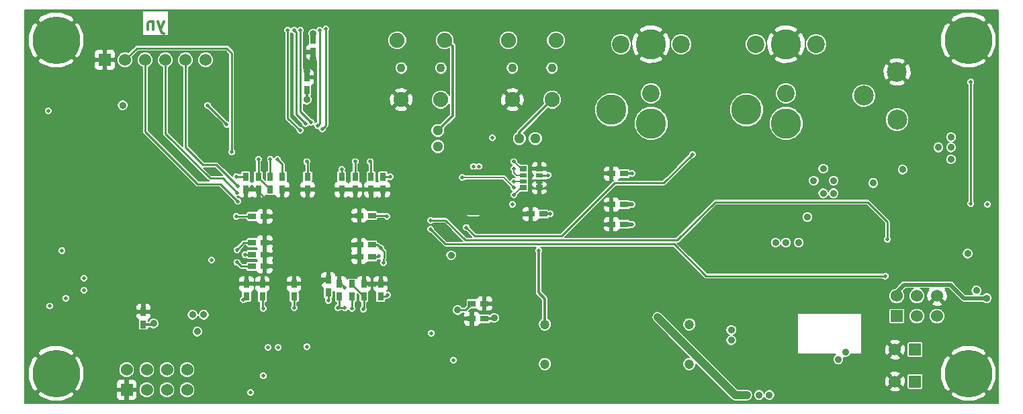
<source format=gbl>
G04 #@! TF.FileFunction,Copper,L4,Bot,Signal*
%FSLAX46Y46*%
G04 Gerber Fmt 4.6, Leading zero omitted, Abs format (unit mm)*
G04 Created by KiCad (PCBNEW 4.0.6) date 08/04/17 18:38:55*
%MOMM*%
%LPD*%
G01*
G04 APERTURE LIST*
%ADD10C,0.150000*%
%ADD11C,0.299720*%
%ADD12C,3.810000*%
%ADD13C,2.199640*%
%ADD14C,2.499360*%
%ADD15R,3.149600X3.149600*%
%ADD16R,0.899160X0.650240*%
%ADD17R,0.899160X0.500380*%
%ADD18R,5.397500X6.400800*%
%ADD19C,5.999480*%
%ADD20R,1.524000X1.524000*%
%ADD21C,1.524000*%
%ADD22C,1.899920*%
%ADD23C,1.099820*%
%ADD24R,0.800100X1.000760*%
%ADD25R,1.000760X0.800100*%
%ADD26C,1.198880*%
%ADD27C,1.300480*%
%ADD28C,0.508000*%
%ADD29C,0.899160*%
%ADD30C,0.248920*%
%ADD31C,0.350520*%
%ADD32C,0.500380*%
%ADD33C,1.000760*%
%ADD34C,0.200660*%
%ADD35C,0.149860*%
G04 APERTURE END LIST*
D10*
D11*
X17552126Y-1672409D02*
X17189269Y-2688409D01*
X16826411Y-1672409D02*
X17189269Y-2688409D01*
X17334411Y-3051266D01*
X17406983Y-3123837D01*
X17552126Y-3196409D01*
X16245840Y-1672409D02*
X16245840Y-2688409D01*
X16245840Y-1817551D02*
X16173268Y-1744980D01*
X16028126Y-1672409D01*
X15810411Y-1672409D01*
X15665268Y-1744980D01*
X15592697Y-1890123D01*
X15592697Y-2688409D01*
D12*
X78999080Y-4500880D03*
X78999080Y-14500860D03*
X74000360Y-12750800D03*
D13*
X82798920Y-4500880D03*
X75199240Y-4500880D03*
X78999080Y-10701020D03*
D12*
X95999300Y-4500880D03*
X95999300Y-14500860D03*
X91000580Y-12750800D03*
D13*
X99799140Y-4500880D03*
X92199460Y-4500880D03*
X95999300Y-10701020D03*
D14*
X109997240Y-7998460D03*
X105798620Y-11000740D03*
X109999780Y-14000480D03*
D15*
X57599580Y-24091900D03*
D16*
X62898020Y-22595840D03*
D17*
X62898020Y-21795740D03*
X62898020Y-20995640D03*
D16*
X62898020Y-20195540D03*
X64897000Y-20195540D03*
D17*
X64897000Y-20995640D03*
X64897000Y-21795740D03*
D16*
X64897000Y-22595840D03*
D18*
X102999540Y-29199840D03*
D19*
X118999000Y-45999400D03*
X118999000Y-4000500D03*
X4000500Y-45999400D03*
X4000500Y-4000500D03*
D20*
X10149840Y-6499860D03*
D21*
X12689840Y-6499860D03*
X15229840Y-6499860D03*
X17769840Y-6499860D03*
X20309840Y-6499860D03*
X22849840Y-6499860D03*
D20*
X112270540Y-47000160D03*
D21*
X109730540Y-47000160D03*
D20*
X112270540Y-42999660D03*
D21*
X109730540Y-42999660D03*
D20*
X109959140Y-38770560D03*
D21*
X109959140Y-36230560D03*
X112499140Y-38770560D03*
X112499140Y-36230560D03*
X115039140Y-38770560D03*
X115039140Y-36230560D03*
D22*
X52499260Y-11501120D03*
X47500540Y-11501120D03*
D23*
X47500540Y-7503160D03*
X52499260Y-7503160D03*
D22*
X47000160Y-4003040D03*
X52999640Y-4003040D03*
X66499740Y-11501120D03*
X61501020Y-11501120D03*
D23*
X61501020Y-7503160D03*
X66499740Y-7503160D03*
D22*
X61000640Y-4003040D03*
X67000120Y-4003040D03*
D24*
X28000960Y-34698940D03*
X28000960Y-36299140D03*
X34000440Y-34698940D03*
X34000440Y-36299140D03*
X15001240Y-38199060D03*
X15001240Y-39799260D03*
X44899580Y-34698940D03*
X44899580Y-36299140D03*
D25*
X30299660Y-26200100D03*
X28699460Y-26200100D03*
X42199560Y-26101040D03*
X43799760Y-26101040D03*
X30299660Y-32499300D03*
X28699460Y-32499300D03*
X56400700Y-37200840D03*
X58000900Y-37200840D03*
D24*
X39700200Y-36299140D03*
X39700200Y-34698940D03*
D25*
X65399920Y-25900380D03*
X63799720Y-25900380D03*
X75600560Y-24698960D03*
X74000360Y-24698960D03*
X58000900Y-39100760D03*
X56400700Y-39100760D03*
D24*
X35600640Y-10299700D03*
X35600640Y-8699500D03*
X36400740Y-3898900D03*
X36400740Y-5499100D03*
X29999940Y-34698940D03*
X29999940Y-36299140D03*
X27899360Y-22799040D03*
X27899360Y-21198840D03*
D25*
X30299660Y-29499560D03*
X28699460Y-29499560D03*
D24*
X35699700Y-22799040D03*
X35699700Y-21198840D03*
X41699180Y-22799040D03*
X41699180Y-21198840D03*
X43700700Y-22799040D03*
X43700700Y-21198840D03*
X45199300Y-22799040D03*
X45199300Y-21198840D03*
D25*
X42199560Y-29799280D03*
X43799760Y-29799280D03*
D24*
X32499300Y-22799040D03*
X32499300Y-21198840D03*
D25*
X30299660Y-31000700D03*
X28699460Y-31000700D03*
D24*
X38300660Y-34201100D03*
X38300660Y-35801300D03*
D25*
X42199560Y-31300420D03*
X43799760Y-31300420D03*
D24*
X39999920Y-22799040D03*
X39999920Y-21198840D03*
D25*
X74000360Y-20800060D03*
X75600560Y-20800060D03*
D24*
X29499560Y-22799040D03*
X29499560Y-21198840D03*
X42799000Y-34698940D03*
X42799000Y-36299140D03*
D25*
X75600560Y-27200860D03*
X74000360Y-27200860D03*
D24*
X41300400Y-34698940D03*
X41300400Y-36299140D03*
X30998160Y-22799040D03*
X30998160Y-21198840D03*
D20*
X12890500Y-48069500D03*
D21*
X12890500Y-45529500D03*
X15430500Y-48069500D03*
X15430500Y-45529500D03*
X17970500Y-48069500D03*
X17970500Y-45529500D03*
X20510500Y-48069500D03*
X20510500Y-45529500D03*
D26*
X83799680Y-39801800D03*
X83799680Y-44800520D03*
X65600580Y-39801800D03*
X65600580Y-44800520D03*
D27*
X62400180Y-16400780D03*
X64401700Y-16400780D03*
X52100480Y-15400020D03*
X52100480Y-17401540D03*
D28*
X44698920Y-31198820D03*
X39999920Y-20299680D03*
X27800300Y-31000700D03*
D29*
X22600920Y-38600380D03*
X21198840Y-38600380D03*
D28*
X38300660Y-36799520D03*
X56598820Y-19898360D03*
D29*
X36400740Y-3200400D03*
D28*
X31899860Y-18999200D03*
D29*
X97599500Y-29499560D03*
D28*
X58999120Y-16299180D03*
X57299860Y-19898360D03*
X30099000Y-37800280D03*
X41699180Y-19298920D03*
D29*
X101998780Y-21699220D03*
D28*
X23599140Y-31699200D03*
D29*
X98699320Y-26299160D03*
D28*
X35600640Y-19298920D03*
D29*
X21800820Y-40700960D03*
D28*
X46101000Y-21198840D03*
X65999360Y-21000720D03*
D29*
X100700840Y-23299420D03*
D28*
X26700480Y-21198840D03*
X26799540Y-30401260D03*
D29*
X95999300Y-29499560D03*
X35600640Y-11501120D03*
D28*
X45250100Y-32049720D03*
X43599100Y-19298920D03*
X45699680Y-26200100D03*
D29*
X99499420Y-21699220D03*
D28*
X31000700Y-18999200D03*
D29*
X53799740Y-31094680D03*
D28*
X34000440Y-37701220D03*
D29*
X54602380Y-38000940D03*
D28*
X44899580Y-30200600D03*
X26700480Y-26200100D03*
D29*
X12400280Y-12199620D03*
D28*
X40401240Y-37701220D03*
X39499540Y-37701220D03*
X41300400Y-37800280D03*
X45798740Y-36101020D03*
D29*
X100700840Y-20200620D03*
D28*
X51300380Y-40899080D03*
D29*
X16299180Y-39700200D03*
X101998780Y-23299420D03*
D28*
X61501020Y-24698960D03*
X26799540Y-31998920D03*
D29*
X94698820Y-29499560D03*
D28*
X27599640Y-36700460D03*
D29*
X119999760Y-35547300D03*
D28*
X121399300Y-24698960D03*
D29*
X118899940Y-30899100D03*
D28*
X30700980Y-42699940D03*
X4749800Y-30500320D03*
X2999740Y-12900660D03*
X7500620Y-34000440D03*
D29*
X116799360Y-16200120D03*
X115199160Y-17500600D03*
D28*
X54099460Y-44300140D03*
D29*
X102600760Y-44201080D03*
D28*
X7500620Y-35499040D03*
D29*
X110700820Y-20299680D03*
X116799360Y-17500600D03*
D28*
X31998920Y-42699940D03*
D29*
X116799360Y-18999200D03*
X103499920Y-43299380D03*
D28*
X35600640Y-42600880D03*
D29*
X107000040Y-21998940D03*
D28*
X76598780Y-27200860D03*
X76598780Y-24698960D03*
D29*
X59199780Y-38999160D03*
X91099640Y-48699420D03*
X93901260Y-48699420D03*
D28*
X3200400Y-37500560D03*
D29*
X79799180Y-38900100D03*
D28*
X28498800Y-48399700D03*
D29*
X92600780Y-48699420D03*
D28*
X66299080Y-25900380D03*
X76598780Y-20800060D03*
D29*
X89100660Y-41800780D03*
X89100660Y-40500300D03*
D28*
X5199380Y-36499800D03*
X30099000Y-46299120D03*
D29*
X121300240Y-36499800D03*
D28*
X61699140Y-22600920D03*
X55199280Y-21300440D03*
X61699140Y-23500080D03*
X61699140Y-19298920D03*
X61699140Y-21800820D03*
X61699140Y-20200620D03*
X37548820Y-15199360D03*
X38000940Y-2600960D03*
X37200840Y-2750820D03*
X36949380Y-14749780D03*
X36149280Y-14351000D03*
X34800540Y-2750820D03*
X35450780Y-14549120D03*
X34000440Y-2750820D03*
X34749740Y-15349220D03*
X33200340Y-2750820D03*
X26901140Y-22400260D03*
X26799540Y-23200360D03*
X26101040Y-18100040D03*
X26901140Y-24300180D03*
X51198780Y-26700480D03*
X108800900Y-29100780D03*
X51198780Y-27800300D03*
X108501180Y-33700720D03*
X23098760Y-12199620D03*
X25499060Y-14599920D03*
X31600140Y-14000480D03*
X75001120Y-38999160D03*
D29*
X71800720Y-37000180D03*
D28*
X32499300Y-23700740D03*
X61300360Y-25798780D03*
D29*
X57599580Y-31094680D03*
D28*
X45499020Y-45300900D03*
D29*
X120898920Y-21899880D03*
D28*
X31099760Y-32499300D03*
D29*
X62999620Y-38100000D03*
X78399640Y-31998920D03*
D28*
X29100780Y-46200060D03*
X104899460Y-17299940D03*
X72999600Y-27200860D03*
X7749540Y-30248860D03*
X72999600Y-24698960D03*
D29*
X36400740Y-6299200D03*
X85001100Y-31501080D03*
D28*
X31099760Y-31000700D03*
D29*
X52199540Y-31099760D03*
D28*
X45199300Y-23700740D03*
X43799760Y-15999460D03*
X42799000Y-40899080D03*
D29*
X18498820Y-40500300D03*
D28*
X29999940Y-33898840D03*
X35600640Y-2700020D03*
X4800600Y-35300920D03*
D29*
X61899800Y-27899360D03*
D28*
X11099800Y-40700960D03*
X79900780Y-25900380D03*
X29799280Y-15900400D03*
X40700960Y-40700960D03*
X26700480Y-25199340D03*
D29*
X121099580Y-30899100D03*
D28*
X32499300Y-45300900D03*
X41351200Y-31300420D03*
X45999400Y-20299680D03*
X24099520Y-35798760D03*
X28000960Y-33898840D03*
X27200860Y-44399200D03*
D29*
X78699360Y-35001200D03*
D28*
X30401260Y-24000460D03*
X69400420Y-20800060D03*
X43500040Y-34800540D03*
D29*
X117701060Y-23401020D03*
X91201240Y-45999400D03*
X35600640Y-7899400D03*
X76100940Y-41198800D03*
D28*
X59400440Y-27500580D03*
D29*
X89100660Y-44800520D03*
X102999540Y-48600360D03*
X66400680Y-34000440D03*
D28*
X30299660Y-45499020D03*
X72999600Y-20800060D03*
X44500800Y-45300900D03*
X31000700Y-45300900D03*
X35999420Y-45399960D03*
D29*
X86700360Y-28600400D03*
D28*
X51302920Y-40098980D03*
X52499260Y-27498040D03*
X7698740Y-26901140D03*
X4800600Y-21501100D03*
X42100500Y-45399960D03*
X43200320Y-45399960D03*
X41351200Y-29799280D03*
X45999400Y-25100280D03*
X29298900Y-37899340D03*
X75100180Y-44399200D03*
X41699180Y-23700740D03*
X31998920Y-15900400D03*
X54000400Y-22298660D03*
D29*
X93901260Y-39601140D03*
D28*
X102199440Y-19900900D03*
D29*
X119999760Y-37599620D03*
D28*
X34000440Y-33898840D03*
D29*
X101201220Y-44201080D03*
X54602380Y-36700460D03*
X98600260Y-44899580D03*
D28*
X66400680Y-23299420D03*
X35699700Y-23700740D03*
X4800600Y-26499820D03*
X43700700Y-23700740D03*
X18999200Y-18300700D03*
X66299080Y-27200860D03*
X4800600Y-22999700D03*
X10200640Y-13799820D03*
X40401240Y-35199320D03*
D29*
X90898980Y-29700220D03*
D28*
X79900780Y-19601180D03*
X38498780Y-45399960D03*
X7800340Y-23401020D03*
X66400680Y-24599900D03*
X30599380Y-2700020D03*
D29*
X99700080Y-37398960D03*
D28*
X117800120Y-29400500D03*
X85199220Y-15600680D03*
D29*
X118899940Y-40599360D03*
D28*
X57500520Y-16299180D03*
X31699200Y-2700020D03*
X115100100Y-28498800D03*
X48801020Y-35999420D03*
X39799260Y-45399960D03*
X36400740Y-11899900D03*
X45999400Y-30099000D03*
X24099520Y-20800060D03*
X7698740Y-20299680D03*
D29*
X79799180Y-33200340D03*
D28*
X90700860Y-15600680D03*
D29*
X85600540Y-29700220D03*
D28*
X91998800Y-25900380D03*
D29*
X104399080Y-46200060D03*
X90898980Y-32301180D03*
D28*
X44201080Y-34800540D03*
X28699460Y-22499320D03*
D29*
X78501240Y-37500560D03*
X70299580Y-38300660D03*
D28*
X55999380Y-16299180D03*
X39999920Y-23700740D03*
X36700460Y-18900140D03*
D29*
X114698780Y-21998940D03*
D28*
X31099760Y-29499560D03*
X37200840Y-34800540D03*
X54701440Y-39700200D03*
X34698940Y-37899340D03*
D29*
X57398920Y-44399200D03*
D28*
X41501060Y-26101040D03*
X119301260Y-24599900D03*
X119301260Y-9298940D03*
X29499560Y-18999200D03*
X42699940Y-37899340D03*
X64800480Y-30500320D03*
X55699660Y-27599640D03*
X84201000Y-18399760D03*
D30*
X43799760Y-31300420D02*
X44597320Y-31300420D01*
X28699460Y-31000700D02*
X27800300Y-31000700D01*
X39999920Y-21198840D02*
X39999920Y-20299680D01*
X44597320Y-31300420D02*
X44698920Y-31198820D01*
X38300660Y-36799520D02*
X38300660Y-35801300D01*
X64897000Y-20995640D02*
X65994280Y-20995640D01*
X45798740Y-36101020D02*
X45600620Y-36299140D01*
X45600620Y-36299140D02*
X44899580Y-36299140D01*
X27701240Y-29499560D02*
X28699460Y-29499560D01*
D31*
X35600640Y-10299700D02*
X35600640Y-11501120D01*
D30*
X43700700Y-19400520D02*
X43700700Y-21198840D01*
X30998160Y-19001740D02*
X31000700Y-18999200D01*
X55600600Y-38000940D02*
X56400700Y-37200840D01*
X12400280Y-12199620D02*
X12301220Y-12199620D01*
X40401240Y-37701220D02*
X39499540Y-37701220D01*
X32499300Y-19598640D02*
X32499300Y-21198840D01*
X41300400Y-36299140D02*
X41300400Y-37800280D01*
X30998160Y-21198840D02*
X30998160Y-19001740D01*
X27299920Y-32499300D02*
X28699460Y-32499300D01*
X65994280Y-20995640D02*
X65999360Y-21000720D01*
X41699180Y-19298920D02*
X41699180Y-21198840D01*
D31*
X16200120Y-39799260D02*
X15001240Y-39799260D01*
D30*
X43599100Y-19298920D02*
X43700700Y-19400520D01*
X29999940Y-37701220D02*
X30099000Y-37800280D01*
X46101000Y-21198840D02*
X45199300Y-21198840D01*
X31899860Y-18999200D02*
X32499300Y-19598640D01*
X35699700Y-19397980D02*
X35699700Y-21198840D01*
X45250100Y-31549340D02*
X45349160Y-31450280D01*
X43799760Y-26101040D02*
X45600620Y-26101040D01*
X26700480Y-26200100D02*
X28699460Y-26200100D01*
X35600640Y-19298920D02*
X35699700Y-19397980D01*
X26700480Y-21198840D02*
X27899360Y-21198840D01*
X43799760Y-29799280D02*
X44498260Y-29799280D01*
X44498260Y-29799280D02*
X44899580Y-30200600D01*
D31*
X36400740Y-3200400D02*
X36400740Y-3898900D01*
D30*
X45349160Y-30650180D02*
X44899580Y-30200600D01*
X45250100Y-32049720D02*
X45250100Y-31549340D01*
X26799540Y-30401260D02*
X27701240Y-29499560D01*
X54602380Y-38000940D02*
X55600600Y-38000940D01*
X29999940Y-36299140D02*
X29999940Y-37701220D01*
X45349160Y-31450280D02*
X45349160Y-30650180D01*
X34000440Y-37701220D02*
X34000440Y-36299140D01*
D31*
X16299180Y-39700200D02*
X16200120Y-39799260D01*
D30*
X39700200Y-37500560D02*
X39499540Y-37701220D01*
X39700200Y-36299140D02*
X39700200Y-37500560D01*
X28000960Y-36299140D02*
X27599640Y-36700460D01*
X45600620Y-26101040D02*
X45699680Y-26200100D01*
X26799540Y-31998920D02*
X27299920Y-32499300D01*
D32*
X119999760Y-35547300D02*
X119999760Y-35499040D01*
D31*
X59199780Y-38999160D02*
X59098180Y-39100760D01*
D32*
X75600560Y-24698960D02*
X76598780Y-24698960D01*
X76598780Y-27200860D02*
X75600560Y-27200860D01*
D31*
X59098180Y-39100760D02*
X58000900Y-39100760D01*
D33*
X91099640Y-48699420D02*
X89598500Y-48699420D01*
X89598500Y-48699420D02*
X79799180Y-38900100D01*
D31*
X75600560Y-20800060D02*
X76598780Y-20800060D01*
X65399920Y-25900380D02*
X66299080Y-25900380D01*
D32*
X110898940Y-34800540D02*
X116700300Y-34800540D01*
X116700300Y-34800540D02*
X118399560Y-36499800D01*
X109959140Y-35740340D02*
X110898940Y-34800540D01*
X109959140Y-36230560D02*
X109959140Y-35740340D01*
X118399560Y-36499800D02*
X121300240Y-36499800D01*
D34*
X60398660Y-21300440D02*
X55199280Y-21300440D01*
X61699140Y-22600920D02*
X60398660Y-21300440D01*
X62603380Y-22595840D02*
X62898020Y-22595840D01*
X61699140Y-23500080D02*
X62603380Y-22595840D01*
X62898020Y-20195540D02*
X62595760Y-20195540D01*
X62595760Y-20195540D02*
X61699140Y-19298920D01*
X61699140Y-21800820D02*
X61704220Y-21795740D01*
X61704220Y-21795740D02*
X62898020Y-21795740D01*
X61699140Y-20200620D02*
X61699140Y-20701000D01*
X61699140Y-20701000D02*
X61998860Y-21000720D01*
X61998860Y-21000720D02*
X62892940Y-21000720D01*
X62892940Y-21000720D02*
X62898020Y-20995640D01*
D30*
X37548820Y-15199360D02*
X38000940Y-14747240D01*
X38000940Y-14747240D02*
X38000940Y-2600960D01*
X37200840Y-14498320D02*
X37200840Y-2750820D01*
X36949380Y-14749780D02*
X37200840Y-14498320D01*
X34800540Y-13002260D02*
X34800540Y-2750820D01*
X36149280Y-14351000D02*
X34800540Y-13002260D01*
X34000440Y-2750820D02*
X34249360Y-2999740D01*
X34249360Y-13347700D02*
X35450780Y-14549120D01*
X34249360Y-2999740D02*
X34249360Y-13347700D01*
X34749740Y-15349220D02*
X33200340Y-13799820D01*
X33200340Y-13799820D02*
X33200340Y-2750820D01*
X20309840Y-17510760D02*
X20309840Y-6499860D01*
X22499320Y-19700240D02*
X20309840Y-17510760D01*
X26901140Y-22400260D02*
X24201120Y-19700240D01*
X24201120Y-19700240D02*
X22499320Y-19700240D01*
X17769840Y-15770860D02*
X17769840Y-6499860D01*
X24998680Y-21399500D02*
X23398480Y-21399500D01*
X23398480Y-21399500D02*
X17769840Y-15770860D01*
X26799540Y-23200360D02*
X24998680Y-21399500D01*
X26101040Y-10200640D02*
X26101040Y-5600700D01*
X26101040Y-18100040D02*
X26101040Y-10200640D01*
X14188440Y-5001260D02*
X12689840Y-6499860D01*
X25501600Y-5001260D02*
X14188440Y-5001260D01*
X26101040Y-5600700D02*
X25501600Y-5001260D01*
X26901140Y-24300180D02*
X24701500Y-22100540D01*
X24701500Y-22100540D02*
X21800820Y-22100540D01*
X21800820Y-22100540D02*
X15229840Y-15529560D01*
X15229840Y-15529560D02*
X15229840Y-6499860D01*
X106299000Y-24399240D02*
X108800900Y-26901140D01*
X55600600Y-29199840D02*
X82301080Y-29199840D01*
X108800900Y-26901140D02*
X108800900Y-29100780D01*
X82301080Y-29199840D02*
X87101680Y-24399240D01*
X51198780Y-26700480D02*
X53101240Y-26700480D01*
X53101240Y-26700480D02*
X55600600Y-29199840D01*
X87101680Y-24399240D02*
X106299000Y-24399240D01*
X53098700Y-29700220D02*
X64099440Y-29700220D01*
X51198780Y-27800300D02*
X53098700Y-29700220D01*
X85900260Y-33700720D02*
X108501180Y-33700720D01*
X64099440Y-29700220D02*
X81899760Y-29700220D01*
X64099440Y-29700220D02*
X64201040Y-29700220D01*
X81899760Y-29700220D02*
X85900260Y-33700720D01*
X23098760Y-12199620D02*
X25499060Y-14599920D01*
X35600640Y-8699500D02*
X35600640Y-7899400D01*
D33*
X57299860Y-25527000D02*
X57599580Y-24091900D01*
D30*
X42199560Y-29799280D02*
X41351200Y-29799280D01*
D33*
X59400440Y-22199600D02*
X59202320Y-22397720D01*
X59400440Y-22994620D02*
X59400440Y-22199600D01*
X105798620Y-32600900D02*
X105801160Y-32598360D01*
D30*
X42199560Y-31300420D02*
X41351200Y-31300420D01*
D33*
X99999800Y-25798780D02*
X100200460Y-25999440D01*
X102999540Y-25897840D02*
X102900480Y-25798780D01*
X58201560Y-25999440D02*
X58798460Y-25999440D01*
D30*
X41699180Y-22799040D02*
X41699180Y-23700740D01*
D33*
X59298840Y-23096220D02*
X59400440Y-22994620D01*
X58798460Y-25999440D02*
X59298840Y-25499060D01*
D30*
X29499560Y-23098760D02*
X30401260Y-24000460D01*
X35699700Y-22799040D02*
X35699700Y-23700740D01*
X30299660Y-32499300D02*
X31099760Y-32499300D01*
D33*
X57599580Y-25397460D02*
X58201560Y-25999440D01*
D30*
X30299660Y-31000700D02*
X31099760Y-31000700D01*
D33*
X59298840Y-25499060D02*
X59298840Y-23096220D01*
D32*
X57599580Y-31094680D02*
X57599580Y-31097220D01*
D33*
X102900480Y-25798780D02*
X99999800Y-25798780D01*
D30*
X42199560Y-26101040D02*
X41501060Y-26101040D01*
X36400740Y-5499100D02*
X36400740Y-6299200D01*
D33*
X105801160Y-25801320D02*
X105699560Y-25699720D01*
X57599580Y-24091900D02*
X57599580Y-25397460D01*
X105699560Y-25699720D02*
X102900480Y-25699720D01*
D30*
X29499560Y-22799040D02*
X29499560Y-23098760D01*
D33*
X55801260Y-22397720D02*
X55801260Y-25527000D01*
X55801260Y-25527000D02*
X57299860Y-25527000D01*
X100200460Y-32400240D02*
X100401120Y-32600900D01*
X59202320Y-22397720D02*
X55801260Y-22397720D01*
D30*
X28000960Y-34698940D02*
X28000960Y-33898840D01*
X44302680Y-34698940D02*
X44201080Y-34800540D01*
D33*
X100200460Y-25999440D02*
X100200460Y-32400240D01*
D30*
X74000360Y-27200860D02*
X72999600Y-27200860D01*
X44899580Y-34698940D02*
X44302680Y-34698940D01*
X39999920Y-22799040D02*
X39999920Y-23700740D01*
X30299660Y-29499560D02*
X31099760Y-29499560D01*
D33*
X105801160Y-32598360D02*
X105801160Y-25801320D01*
D30*
X42799000Y-34698940D02*
X43398440Y-34698940D01*
X43700700Y-22799040D02*
X43700700Y-23700740D01*
X45199300Y-22799040D02*
X45199300Y-23700740D01*
X32499300Y-22799040D02*
X32499300Y-23700740D01*
X27899360Y-22799040D02*
X28399740Y-22799040D01*
X74000360Y-24698960D02*
X72999600Y-24698960D01*
X39700200Y-34698940D02*
X39900860Y-34698940D01*
D33*
X100401120Y-32600900D02*
X105798620Y-32600900D01*
X102999540Y-29199840D02*
X102999540Y-25897840D01*
D30*
X74000360Y-20800060D02*
X72999600Y-20800060D01*
X29999940Y-34698940D02*
X29999940Y-33898840D01*
X43398440Y-34698940D02*
X43500040Y-34800540D01*
X28399740Y-22799040D02*
X28699460Y-22499320D01*
X39900860Y-34698940D02*
X40401240Y-35199320D01*
X37800280Y-34201100D02*
X37200840Y-34800540D01*
X34000440Y-34698940D02*
X34000440Y-33898840D01*
X38300660Y-34201100D02*
X37800280Y-34201100D01*
X119301260Y-15001240D02*
X119301260Y-22699980D01*
X119301260Y-9298940D02*
X119301260Y-15001240D01*
X119301260Y-22699980D02*
X119301260Y-24599900D01*
X29499560Y-21198840D02*
X29499560Y-18999200D01*
X29499560Y-21198840D02*
X29499560Y-21300440D01*
X29499560Y-21300440D02*
X30998160Y-22799040D01*
X42799000Y-37800280D02*
X42699940Y-37899340D01*
X41300400Y-34800540D02*
X42799000Y-36299140D01*
X41300400Y-34698940D02*
X41300400Y-34800540D01*
X42799000Y-36299140D02*
X42799000Y-37800280D01*
D31*
X65600580Y-39801800D02*
X65600580Y-36601400D01*
X65600580Y-36601400D02*
X64800480Y-35801300D01*
X64800480Y-35801300D02*
X64800480Y-30500320D01*
D30*
X80601820Y-21998940D02*
X84201000Y-18399760D01*
X56799480Y-28699460D02*
X67698620Y-28699460D01*
X67698620Y-28699460D02*
X74399140Y-21998940D01*
X74399140Y-21998940D02*
X80601820Y-21998940D01*
X55699660Y-27599640D02*
X56799480Y-28699460D01*
D31*
X62400180Y-15600680D02*
X66499740Y-11501120D01*
X62400180Y-16400780D02*
X62400180Y-15600680D01*
X53251100Y-4003040D02*
X54000400Y-4752340D01*
X54000400Y-4752340D02*
X54000400Y-13500100D01*
X54000400Y-13500100D02*
X52100480Y-15400020D01*
X52999640Y-4003040D02*
X53251100Y-4003040D01*
D35*
G36*
X24991060Y-21023580D02*
X23553420Y-21023580D01*
X22606000Y-20076160D01*
X24043640Y-20076160D01*
X24991060Y-21023580D01*
X24991060Y-21023580D01*
G37*
X24991060Y-21023580D02*
X23553420Y-21023580D01*
X22606000Y-20076160D01*
X24043640Y-20076160D01*
X24991060Y-21023580D01*
G36*
X122775980Y-49776380D02*
X122516900Y-49776380D01*
X122516900Y-46662340D01*
X122516900Y-4663440D01*
X122504200Y-3266440D01*
X121996200Y-2042160D01*
X121551700Y-1699260D01*
X121300240Y-1950720D01*
X121300240Y-1447800D01*
X120957340Y-1003300D01*
X119661940Y-482600D01*
X118264940Y-495300D01*
X117040660Y-1003300D01*
X116697760Y-1447800D01*
X118999000Y-3749040D01*
X121300240Y-1447800D01*
X121300240Y-1950720D01*
X119250460Y-4000500D01*
X121551700Y-6301740D01*
X121996200Y-5958840D01*
X122516900Y-4663440D01*
X122516900Y-46662340D01*
X122504200Y-45265340D01*
X122001280Y-44051220D01*
X122001280Y-36639500D01*
X122001280Y-36360100D01*
X121902220Y-36121340D01*
X121902220Y-24800560D01*
X121902220Y-24599900D01*
X121826020Y-24414480D01*
X121683780Y-24272240D01*
X121500900Y-24196040D01*
X121300240Y-24196040D01*
X121300240Y-6553200D01*
X118999000Y-4251960D01*
X118747540Y-4503420D01*
X118747540Y-4000500D01*
X116446300Y-1699260D01*
X116001800Y-2042160D01*
X115481100Y-3337560D01*
X115493800Y-4734560D01*
X116001800Y-5958840D01*
X116446300Y-6301740D01*
X118747540Y-4000500D01*
X118747540Y-4503420D01*
X116697760Y-6553200D01*
X117040660Y-6997700D01*
X118336060Y-7518400D01*
X119733060Y-7505700D01*
X120957340Y-6997700D01*
X121300240Y-6553200D01*
X121300240Y-24196040D01*
X121114820Y-24272240D01*
X120972580Y-24414480D01*
X120896380Y-24597360D01*
X120896380Y-24798020D01*
X120972580Y-24983440D01*
X121114820Y-25125680D01*
X121297700Y-25201880D01*
X121498360Y-25201880D01*
X121683780Y-25125680D01*
X121826020Y-24983440D01*
X121902220Y-24800560D01*
X121902220Y-36121340D01*
X121894600Y-36103560D01*
X121696480Y-35905440D01*
X121439940Y-35798760D01*
X121160540Y-35798760D01*
X120904000Y-35905440D01*
X120810020Y-35999420D01*
X120538240Y-35999420D01*
X120594120Y-35943540D01*
X120700800Y-35687000D01*
X120700800Y-35407600D01*
X120594120Y-35151060D01*
X120396000Y-34952940D01*
X120139460Y-34846260D01*
X119860060Y-34846260D01*
X119804180Y-34869120D01*
X119804180Y-24701500D01*
X119804180Y-24500840D01*
X119727980Y-24315420D01*
X119677180Y-24264620D01*
X119677180Y-22699980D01*
X119677180Y-15001240D01*
X119677180Y-9634220D01*
X119727980Y-9583420D01*
X119804180Y-9400540D01*
X119804180Y-9199880D01*
X119727980Y-9014460D01*
X119585740Y-8872220D01*
X119402860Y-8796020D01*
X119202200Y-8796020D01*
X119016780Y-8872220D01*
X118874540Y-9014460D01*
X118798340Y-9197340D01*
X118798340Y-9398000D01*
X118874540Y-9583420D01*
X118925340Y-9634220D01*
X118925340Y-15001240D01*
X118925340Y-22699980D01*
X118925340Y-24264620D01*
X118874540Y-24315420D01*
X118798340Y-24498300D01*
X118798340Y-24698960D01*
X118874540Y-24884380D01*
X119016780Y-25026620D01*
X119199660Y-25102820D01*
X119400320Y-25102820D01*
X119585740Y-25026620D01*
X119727980Y-24884380D01*
X119804180Y-24701500D01*
X119804180Y-34869120D01*
X119603520Y-34952940D01*
X119600980Y-34955480D01*
X119600980Y-31038800D01*
X119600980Y-30759400D01*
X119494300Y-30502860D01*
X119296180Y-30304740D01*
X119039640Y-30198060D01*
X118760240Y-30198060D01*
X118503700Y-30304740D01*
X118305580Y-30502860D01*
X118198900Y-30759400D01*
X118198900Y-31038800D01*
X118305580Y-31295340D01*
X118503700Y-31493460D01*
X118760240Y-31600140D01*
X119039640Y-31600140D01*
X119296180Y-31493460D01*
X119494300Y-31295340D01*
X119600980Y-31038800D01*
X119600980Y-34955480D01*
X119405400Y-35151060D01*
X119298720Y-35407600D01*
X119298720Y-35687000D01*
X119405400Y-35943540D01*
X119461280Y-35999420D01*
X118605300Y-35999420D01*
X117500400Y-34894520D01*
X117500400Y-19138900D01*
X117500400Y-18859500D01*
X117500400Y-17640300D01*
X117500400Y-17360900D01*
X117393720Y-17104360D01*
X117195600Y-16906240D01*
X117060980Y-16850360D01*
X117195600Y-16794480D01*
X117393720Y-16596360D01*
X117500400Y-16339820D01*
X117500400Y-16060420D01*
X117393720Y-15803880D01*
X117195600Y-15605760D01*
X116939060Y-15499080D01*
X116659660Y-15499080D01*
X116403120Y-15605760D01*
X116205000Y-15803880D01*
X116098320Y-16060420D01*
X116098320Y-16339820D01*
X116205000Y-16596360D01*
X116403120Y-16794480D01*
X116535200Y-16850360D01*
X116403120Y-16906240D01*
X116205000Y-17104360D01*
X116098320Y-17360900D01*
X116098320Y-17640300D01*
X116205000Y-17896840D01*
X116403120Y-18094960D01*
X116659660Y-18201640D01*
X116939060Y-18201640D01*
X117195600Y-18094960D01*
X117393720Y-17896840D01*
X117500400Y-17640300D01*
X117500400Y-18859500D01*
X117393720Y-18602960D01*
X117195600Y-18404840D01*
X116939060Y-18298160D01*
X116659660Y-18298160D01*
X116403120Y-18404840D01*
X116205000Y-18602960D01*
X116098320Y-18859500D01*
X116098320Y-19138900D01*
X116205000Y-19395440D01*
X116403120Y-19593560D01*
X116659660Y-19700240D01*
X116939060Y-19700240D01*
X117195600Y-19593560D01*
X117393720Y-19395440D01*
X117500400Y-19138900D01*
X117500400Y-34894520D01*
X117053360Y-34447480D01*
X116893340Y-34338260D01*
X116700300Y-34300160D01*
X115900200Y-34300160D01*
X115900200Y-17640300D01*
X115900200Y-17360900D01*
X115793520Y-17104360D01*
X115595400Y-16906240D01*
X115338860Y-16799560D01*
X115059460Y-16799560D01*
X114802920Y-16906240D01*
X114604800Y-17104360D01*
X114498120Y-17360900D01*
X114498120Y-17640300D01*
X114604800Y-17896840D01*
X114802920Y-18094960D01*
X115059460Y-18201640D01*
X115338860Y-18201640D01*
X115595400Y-18094960D01*
X115793520Y-17896840D01*
X115900200Y-17640300D01*
X115900200Y-34300160D01*
X111808260Y-34300160D01*
X111808260Y-8252460D01*
X111767620Y-7538720D01*
X111574580Y-7071360D01*
X111307880Y-6939280D01*
X111056420Y-7190740D01*
X111056420Y-6687820D01*
X110924340Y-6421120D01*
X110251240Y-6187440D01*
X109537500Y-6228080D01*
X109070140Y-6421120D01*
X108938060Y-6687820D01*
X109997240Y-7747000D01*
X111056420Y-6687820D01*
X111056420Y-7190740D01*
X110248700Y-7998460D01*
X111307880Y-9057640D01*
X111574580Y-8925560D01*
X111808260Y-8252460D01*
X111808260Y-34300160D01*
X111500920Y-34300160D01*
X111500920Y-14300200D01*
X111500920Y-13703300D01*
X111272320Y-13152120D01*
X111056420Y-12933680D01*
X111056420Y-9309100D01*
X109997240Y-8249920D01*
X109745780Y-8501380D01*
X109745780Y-7998460D01*
X108686600Y-6939280D01*
X108419900Y-7071360D01*
X108186220Y-7744460D01*
X108226860Y-8458200D01*
X108419900Y-8925560D01*
X108686600Y-9057640D01*
X109745780Y-7998460D01*
X109745780Y-8501380D01*
X108938060Y-9309100D01*
X109070140Y-9575800D01*
X109743240Y-9809480D01*
X110456980Y-9768840D01*
X110924340Y-9575800D01*
X111056420Y-9309100D01*
X111056420Y-12933680D01*
X110850680Y-12727940D01*
X110299500Y-12499340D01*
X109702600Y-12499340D01*
X109151420Y-12727940D01*
X108727240Y-13149580D01*
X108498640Y-13700760D01*
X108498640Y-14297660D01*
X108727240Y-14848840D01*
X109148880Y-15273020D01*
X109700060Y-15501620D01*
X110296960Y-15501620D01*
X110848140Y-15273020D01*
X111272320Y-14851380D01*
X111500920Y-14300200D01*
X111500920Y-34300160D01*
X111401860Y-34300160D01*
X111401860Y-20439380D01*
X111401860Y-20159980D01*
X111295180Y-19903440D01*
X111097060Y-19705320D01*
X110840520Y-19598640D01*
X110561120Y-19598640D01*
X110304580Y-19705320D01*
X110106460Y-19903440D01*
X109999780Y-20159980D01*
X109999780Y-20439380D01*
X110106460Y-20695920D01*
X110304580Y-20894040D01*
X110561120Y-21000720D01*
X110840520Y-21000720D01*
X111097060Y-20894040D01*
X111295180Y-20695920D01*
X111401860Y-20439380D01*
X111401860Y-34300160D01*
X110898940Y-34300160D01*
X110736380Y-34330640D01*
X110705900Y-34338260D01*
X110545880Y-34447480D01*
X109773720Y-35219640D01*
X109758480Y-35219640D01*
X109387640Y-35374580D01*
X109303820Y-35455860D01*
X109303820Y-29202380D01*
X109303820Y-29001720D01*
X109227620Y-28816300D01*
X109176820Y-28765500D01*
X109176820Y-26901140D01*
X109148880Y-26756360D01*
X109067600Y-26634440D01*
X107701080Y-25267920D01*
X107701080Y-22138640D01*
X107701080Y-21859240D01*
X107594400Y-21602700D01*
X107396280Y-21404580D01*
X107299760Y-21363940D01*
X107299760Y-11300460D01*
X107299760Y-10703560D01*
X107071160Y-10152380D01*
X106649520Y-9728200D01*
X106098340Y-9499600D01*
X105501440Y-9499600D01*
X104950260Y-9728200D01*
X104526080Y-10149840D01*
X104297480Y-10701020D01*
X104297480Y-11297920D01*
X104526080Y-11849100D01*
X104947720Y-12273280D01*
X105498900Y-12501880D01*
X106095800Y-12501880D01*
X106646980Y-12273280D01*
X107071160Y-11851640D01*
X107299760Y-11300460D01*
X107299760Y-21363940D01*
X107139740Y-21297900D01*
X106860340Y-21297900D01*
X106603800Y-21404580D01*
X106405680Y-21602700D01*
X106299000Y-21859240D01*
X106299000Y-22138640D01*
X106405680Y-22395180D01*
X106603800Y-22593300D01*
X106860340Y-22699980D01*
X107139740Y-22699980D01*
X107396280Y-22593300D01*
X107594400Y-22395180D01*
X107701080Y-22138640D01*
X107701080Y-25267920D01*
X106565700Y-24132540D01*
X106443780Y-24051260D01*
X106299000Y-24023320D01*
X102699820Y-24023320D01*
X102699820Y-23439120D01*
X102699820Y-23159720D01*
X102699820Y-21838920D01*
X102699820Y-21559520D01*
X102593140Y-21302980D01*
X102395020Y-21104860D01*
X102138480Y-20998180D01*
X101859080Y-20998180D01*
X101602540Y-21104860D01*
X101404420Y-21302980D01*
X101401880Y-21308060D01*
X101401880Y-20340320D01*
X101401880Y-20060920D01*
X101295200Y-19804380D01*
X101150420Y-19659600D01*
X101150420Y-4772660D01*
X101150420Y-4234180D01*
X100944680Y-3736340D01*
X100566220Y-3357880D01*
X100070920Y-3149600D01*
X99532440Y-3149600D01*
X99034600Y-3355340D01*
X98656140Y-3733800D01*
X98447860Y-4229100D01*
X98447860Y-4757420D01*
X98419920Y-3937000D01*
X98110040Y-3187700D01*
X97774760Y-2976880D01*
X97523300Y-3228340D01*
X97523300Y-2725420D01*
X97312480Y-2390140D01*
X96405700Y-2047240D01*
X95435420Y-2080260D01*
X94686120Y-2390140D01*
X94475300Y-2725420D01*
X95999300Y-4249420D01*
X97523300Y-2725420D01*
X97523300Y-3228340D01*
X96250760Y-4500880D01*
X97774760Y-6024880D01*
X98110040Y-5814060D01*
X98452940Y-4907280D01*
X98447860Y-4767580D01*
X98653600Y-5265420D01*
X99032060Y-5643880D01*
X99527360Y-5852160D01*
X100065840Y-5852160D01*
X100563680Y-5646420D01*
X100942140Y-5267960D01*
X101150420Y-4772660D01*
X101150420Y-19659600D01*
X101097080Y-19606260D01*
X100840540Y-19499580D01*
X100561140Y-19499580D01*
X100304600Y-19606260D01*
X100106480Y-19804380D01*
X99999800Y-20060920D01*
X99999800Y-20340320D01*
X100106480Y-20596860D01*
X100304600Y-20794980D01*
X100561140Y-20901660D01*
X100840540Y-20901660D01*
X101097080Y-20794980D01*
X101295200Y-20596860D01*
X101401880Y-20340320D01*
X101401880Y-21308060D01*
X101297740Y-21559520D01*
X101297740Y-21838920D01*
X101404420Y-22095460D01*
X101602540Y-22293580D01*
X101859080Y-22400260D01*
X102138480Y-22400260D01*
X102395020Y-22293580D01*
X102593140Y-22095460D01*
X102699820Y-21838920D01*
X102699820Y-23159720D01*
X102593140Y-22903180D01*
X102395020Y-22705060D01*
X102138480Y-22598380D01*
X101859080Y-22598380D01*
X101602540Y-22705060D01*
X101404420Y-22903180D01*
X101348540Y-23032720D01*
X101295200Y-22903180D01*
X101097080Y-22705060D01*
X100840540Y-22598380D01*
X100561140Y-22598380D01*
X100304600Y-22705060D01*
X100200460Y-22809200D01*
X100200460Y-21838920D01*
X100200460Y-21559520D01*
X100093780Y-21302980D01*
X99895660Y-21104860D01*
X99639120Y-20998180D01*
X99359720Y-20998180D01*
X99103180Y-21104860D01*
X98905060Y-21302980D01*
X98798380Y-21559520D01*
X98798380Y-21838920D01*
X98905060Y-22095460D01*
X99103180Y-22293580D01*
X99359720Y-22400260D01*
X99639120Y-22400260D01*
X99895660Y-22293580D01*
X100093780Y-22095460D01*
X100200460Y-21838920D01*
X100200460Y-22809200D01*
X100106480Y-22903180D01*
X99999800Y-23159720D01*
X99999800Y-23439120D01*
X100106480Y-23695660D01*
X100304600Y-23893780D01*
X100561140Y-24000460D01*
X100840540Y-24000460D01*
X101097080Y-23893780D01*
X101295200Y-23695660D01*
X101348540Y-23563580D01*
X101404420Y-23695660D01*
X101602540Y-23893780D01*
X101859080Y-24000460D01*
X102138480Y-24000460D01*
X102395020Y-23893780D01*
X102593140Y-23695660D01*
X102699820Y-23439120D01*
X102699820Y-24023320D01*
X98155760Y-24023320D01*
X98155760Y-14932660D01*
X98155760Y-14074140D01*
X97828100Y-13281660D01*
X97523300Y-12974320D01*
X97523300Y-6276340D01*
X95999300Y-4752340D01*
X95747840Y-5003800D01*
X95747840Y-4500880D01*
X94223840Y-2976880D01*
X93888560Y-3187700D01*
X93545660Y-4094480D01*
X93548200Y-4231640D01*
X93345000Y-3736340D01*
X92966540Y-3357880D01*
X92471240Y-3149600D01*
X91932760Y-3149600D01*
X91434920Y-3355340D01*
X91056460Y-3733800D01*
X90848180Y-4229100D01*
X90848180Y-4767580D01*
X91053920Y-5265420D01*
X91432380Y-5643880D01*
X91927680Y-5852160D01*
X92466160Y-5852160D01*
X92964000Y-5646420D01*
X93342460Y-5267960D01*
X93550740Y-4772660D01*
X93550740Y-4241800D01*
X93578680Y-5064760D01*
X93888560Y-5814060D01*
X94223840Y-6024880D01*
X95747840Y-4500880D01*
X95747840Y-5003800D01*
X94475300Y-6276340D01*
X94686120Y-6611620D01*
X95592900Y-6954520D01*
X96563180Y-6921500D01*
X97312480Y-6611620D01*
X97523300Y-6276340D01*
X97523300Y-12974320D01*
X97350580Y-12801600D01*
X97350580Y-10972800D01*
X97350580Y-10434320D01*
X97144840Y-9936480D01*
X96766380Y-9558020D01*
X96271080Y-9349740D01*
X95732600Y-9349740D01*
X95234760Y-9555480D01*
X94856300Y-9933940D01*
X94648020Y-10429240D01*
X94648020Y-10967720D01*
X94853760Y-11465560D01*
X95232220Y-11844020D01*
X95727520Y-12052300D01*
X96266000Y-12052300D01*
X96763840Y-11846560D01*
X97142300Y-11468100D01*
X97350580Y-10972800D01*
X97350580Y-12801600D01*
X97223580Y-12674600D01*
X96431100Y-12344400D01*
X95572580Y-12344400D01*
X94780100Y-12672060D01*
X94173040Y-13276580D01*
X93842840Y-14069060D01*
X93842840Y-14927580D01*
X94170500Y-15720060D01*
X94775020Y-16327120D01*
X95567500Y-16657320D01*
X96426020Y-16657320D01*
X97218500Y-16329660D01*
X97825560Y-15725140D01*
X98155760Y-14932660D01*
X98155760Y-24023320D01*
X93157040Y-24023320D01*
X93157040Y-13182600D01*
X93157040Y-12324080D01*
X92829380Y-11531600D01*
X92224860Y-10924540D01*
X91432380Y-10594340D01*
X90573860Y-10594340D01*
X89781380Y-10922000D01*
X89174320Y-11526520D01*
X88844120Y-12319000D01*
X88844120Y-13177520D01*
X89171780Y-13970000D01*
X89776300Y-14577060D01*
X90568780Y-14907260D01*
X91427300Y-14907260D01*
X92219780Y-14579600D01*
X92826840Y-13975080D01*
X93157040Y-13182600D01*
X93157040Y-24023320D01*
X87101680Y-24023320D01*
X87099140Y-24023320D01*
X86956900Y-24051260D01*
X86834980Y-24132540D01*
X86829900Y-24137620D01*
X82143600Y-28823920D01*
X77101700Y-28823920D01*
X77101700Y-27302460D01*
X77101700Y-27101800D01*
X77101700Y-24800560D01*
X77101700Y-24599900D01*
X77025500Y-24414480D01*
X76883260Y-24272240D01*
X76700380Y-24196040D01*
X76499720Y-24196040D01*
X76492100Y-24198580D01*
X76327000Y-24198580D01*
X76311760Y-24160480D01*
X76243180Y-24089360D01*
X76151740Y-24051260D01*
X76052680Y-24051260D01*
X75051920Y-24051260D01*
X75029060Y-24058880D01*
X74993500Y-23969980D01*
X74828400Y-23807420D01*
X74615040Y-23718520D01*
X74322940Y-23718520D01*
X74178160Y-23863300D01*
X74178160Y-24444960D01*
X74178160Y-24521160D01*
X74178160Y-24876760D01*
X74178160Y-24952960D01*
X74178160Y-25534620D01*
X74322940Y-25679400D01*
X74615040Y-25679400D01*
X74828400Y-25590500D01*
X74993500Y-25427940D01*
X75029060Y-25336500D01*
X75049380Y-25346660D01*
X75148440Y-25346660D01*
X76149200Y-25346660D01*
X76240640Y-25308560D01*
X76311760Y-25239980D01*
X76327000Y-25199340D01*
X76489560Y-25199340D01*
X76497180Y-25201880D01*
X76697840Y-25201880D01*
X76789280Y-25161240D01*
X76883260Y-25125680D01*
X77025500Y-24983440D01*
X77101700Y-24800560D01*
X77101700Y-27101800D01*
X77025500Y-26916380D01*
X76883260Y-26774140D01*
X76700380Y-26697940D01*
X76499720Y-26697940D01*
X76492100Y-26700480D01*
X76327000Y-26700480D01*
X76311760Y-26662380D01*
X76243180Y-26591260D01*
X76151740Y-26553160D01*
X76052680Y-26553160D01*
X75051920Y-26553160D01*
X75029060Y-26560780D01*
X74993500Y-26471880D01*
X74828400Y-26309320D01*
X74615040Y-26220420D01*
X74322940Y-26220420D01*
X74178160Y-26365200D01*
X74178160Y-26946860D01*
X74178160Y-27023060D01*
X74178160Y-27378660D01*
X74178160Y-27454860D01*
X74178160Y-28036520D01*
X74322940Y-28181300D01*
X74615040Y-28181300D01*
X74828400Y-28092400D01*
X74993500Y-27929840D01*
X75029060Y-27838400D01*
X75049380Y-27848560D01*
X75148440Y-27848560D01*
X76149200Y-27848560D01*
X76240640Y-27810460D01*
X76311760Y-27741880D01*
X76327000Y-27701240D01*
X76489560Y-27701240D01*
X76497180Y-27703780D01*
X76697840Y-27703780D01*
X76789280Y-27663140D01*
X76883260Y-27627580D01*
X77025500Y-27485340D01*
X77101700Y-27302460D01*
X77101700Y-28823920D01*
X73822560Y-28823920D01*
X73822560Y-28036520D01*
X73822560Y-27378660D01*
X73822560Y-27023060D01*
X73822560Y-26365200D01*
X73822560Y-25534620D01*
X73822560Y-24876760D01*
X73822560Y-24521160D01*
X73822560Y-23863300D01*
X73677780Y-23718520D01*
X73385680Y-23718520D01*
X73172320Y-23807420D01*
X73007220Y-23969980D01*
X72918320Y-24183340D01*
X72918320Y-24376380D01*
X73063100Y-24521160D01*
X73822560Y-24521160D01*
X73822560Y-24876760D01*
X73063100Y-24876760D01*
X72918320Y-25021540D01*
X72918320Y-25214580D01*
X73007220Y-25427940D01*
X73172320Y-25590500D01*
X73385680Y-25679400D01*
X73677780Y-25679400D01*
X73822560Y-25534620D01*
X73822560Y-26365200D01*
X73677780Y-26220420D01*
X73385680Y-26220420D01*
X73172320Y-26309320D01*
X73007220Y-26471880D01*
X72918320Y-26685240D01*
X72918320Y-26878280D01*
X73063100Y-27023060D01*
X73822560Y-27023060D01*
X73822560Y-27378660D01*
X73063100Y-27378660D01*
X72918320Y-27523440D01*
X72918320Y-27716480D01*
X73007220Y-27929840D01*
X73172320Y-28092400D01*
X73385680Y-28181300D01*
X73677780Y-28181300D01*
X73822560Y-28036520D01*
X73822560Y-28823920D01*
X68105020Y-28823920D01*
X74554080Y-22374860D01*
X80601820Y-22374860D01*
X80746600Y-22346920D01*
X80868520Y-22265640D01*
X84228940Y-18902680D01*
X84300060Y-18902680D01*
X84485480Y-18826480D01*
X84627720Y-18684240D01*
X84703920Y-18501360D01*
X84703920Y-18300700D01*
X84627720Y-18115280D01*
X84485480Y-17973040D01*
X84302600Y-17896840D01*
X84150200Y-17896840D01*
X84150200Y-4772660D01*
X84150200Y-4234180D01*
X83944460Y-3736340D01*
X83566000Y-3357880D01*
X83070700Y-3149600D01*
X82532220Y-3149600D01*
X82034380Y-3355340D01*
X81655920Y-3733800D01*
X81447640Y-4229100D01*
X81447640Y-4757420D01*
X81419700Y-3937000D01*
X81109820Y-3187700D01*
X80774540Y-2976880D01*
X80523080Y-3228340D01*
X80523080Y-2725420D01*
X80312260Y-2390140D01*
X79405480Y-2047240D01*
X78435200Y-2080260D01*
X77685900Y-2390140D01*
X77475080Y-2725420D01*
X78999080Y-4249420D01*
X80523080Y-2725420D01*
X80523080Y-3228340D01*
X79250540Y-4500880D01*
X80774540Y-6024880D01*
X81109820Y-5814060D01*
X81452720Y-4907280D01*
X81447640Y-4767580D01*
X81653380Y-5265420D01*
X82031840Y-5643880D01*
X82527140Y-5852160D01*
X83065620Y-5852160D01*
X83563460Y-5646420D01*
X83941920Y-5267960D01*
X84150200Y-4772660D01*
X84150200Y-17896840D01*
X84101940Y-17896840D01*
X83916520Y-17973040D01*
X83774280Y-18115280D01*
X83698080Y-18298160D01*
X83698080Y-18369280D01*
X81155540Y-20911820D01*
X81155540Y-14932660D01*
X81155540Y-14074140D01*
X80827880Y-13281660D01*
X80523080Y-12974320D01*
X80523080Y-6276340D01*
X78999080Y-4752340D01*
X78747620Y-5003800D01*
X78747620Y-4500880D01*
X77223620Y-2976880D01*
X76888340Y-3187700D01*
X76545440Y-4094480D01*
X76547980Y-4231640D01*
X76344780Y-3736340D01*
X75966320Y-3357880D01*
X75471020Y-3149600D01*
X74932540Y-3149600D01*
X74434700Y-3355340D01*
X74056240Y-3733800D01*
X73847960Y-4229100D01*
X73847960Y-4767580D01*
X74053700Y-5265420D01*
X74432160Y-5643880D01*
X74927460Y-5852160D01*
X75465940Y-5852160D01*
X75963780Y-5646420D01*
X76342240Y-5267960D01*
X76550520Y-4772660D01*
X76550520Y-4241800D01*
X76578460Y-5064760D01*
X76888340Y-5814060D01*
X77223620Y-6024880D01*
X78747620Y-4500880D01*
X78747620Y-5003800D01*
X77475080Y-6276340D01*
X77685900Y-6611620D01*
X78592680Y-6954520D01*
X79562960Y-6921500D01*
X80312260Y-6611620D01*
X80523080Y-6276340D01*
X80523080Y-12974320D01*
X80350360Y-12801600D01*
X80350360Y-10972800D01*
X80350360Y-10434320D01*
X80144620Y-9936480D01*
X79766160Y-9558020D01*
X79270860Y-9349740D01*
X78732380Y-9349740D01*
X78234540Y-9555480D01*
X77856080Y-9933940D01*
X77647800Y-10429240D01*
X77647800Y-10967720D01*
X77853540Y-11465560D01*
X78232000Y-11844020D01*
X78727300Y-12052300D01*
X79265780Y-12052300D01*
X79763620Y-11846560D01*
X80142080Y-11468100D01*
X80350360Y-10972800D01*
X80350360Y-12801600D01*
X80223360Y-12674600D01*
X79430880Y-12344400D01*
X78572360Y-12344400D01*
X77779880Y-12672060D01*
X77172820Y-13276580D01*
X76842620Y-14069060D01*
X76842620Y-14927580D01*
X77170280Y-15720060D01*
X77774800Y-16327120D01*
X78567280Y-16657320D01*
X79425800Y-16657320D01*
X80218280Y-16329660D01*
X80825340Y-15725140D01*
X81155540Y-14932660D01*
X81155540Y-20911820D01*
X80444340Y-21623020D01*
X74896980Y-21623020D01*
X74993500Y-21529040D01*
X75029060Y-21437600D01*
X75049380Y-21447760D01*
X75148440Y-21447760D01*
X76149200Y-21447760D01*
X76240640Y-21409660D01*
X76311760Y-21341080D01*
X76349860Y-21249640D01*
X76349860Y-21239480D01*
X76497180Y-21302980D01*
X76697840Y-21302980D01*
X76883260Y-21226780D01*
X77025500Y-21084540D01*
X77101700Y-20901660D01*
X77101700Y-20701000D01*
X77025500Y-20515580D01*
X76883260Y-20373340D01*
X76700380Y-20297140D01*
X76499720Y-20297140D01*
X76349860Y-20358100D01*
X76349860Y-20353020D01*
X76311760Y-20261580D01*
X76243180Y-20190460D01*
X76156820Y-20152360D01*
X76156820Y-13182600D01*
X76156820Y-12324080D01*
X75829160Y-11531600D01*
X75224640Y-10924540D01*
X74432160Y-10594340D01*
X73573640Y-10594340D01*
X72781160Y-10922000D01*
X72174100Y-11526520D01*
X71843900Y-12319000D01*
X71843900Y-13177520D01*
X72171560Y-13970000D01*
X72776080Y-14577060D01*
X73568560Y-14907260D01*
X74427080Y-14907260D01*
X75219560Y-14579600D01*
X75826620Y-13975080D01*
X76156820Y-13182600D01*
X76156820Y-20152360D01*
X76151740Y-20152360D01*
X76052680Y-20152360D01*
X75051920Y-20152360D01*
X75029060Y-20159980D01*
X74993500Y-20071080D01*
X74828400Y-19908520D01*
X74615040Y-19819620D01*
X74322940Y-19819620D01*
X74178160Y-19964400D01*
X74178160Y-20546060D01*
X74178160Y-20622260D01*
X74178160Y-20977860D01*
X74178160Y-21054060D01*
X74178160Y-21635720D01*
X74216260Y-21673820D01*
X74132440Y-21732240D01*
X74127360Y-21737320D01*
X73822560Y-22042120D01*
X73822560Y-21635720D01*
X73822560Y-20977860D01*
X73822560Y-20622260D01*
X73822560Y-19964400D01*
X73677780Y-19819620D01*
X73385680Y-19819620D01*
X73172320Y-19908520D01*
X73007220Y-20071080D01*
X72918320Y-20284440D01*
X72918320Y-20477480D01*
X73063100Y-20622260D01*
X73822560Y-20622260D01*
X73822560Y-20977860D01*
X73063100Y-20977860D01*
X72918320Y-21122640D01*
X72918320Y-21315680D01*
X73007220Y-21529040D01*
X73172320Y-21691600D01*
X73385680Y-21780500D01*
X73677780Y-21780500D01*
X73822560Y-21635720D01*
X73822560Y-22042120D01*
X68201540Y-27663140D01*
X68201540Y-4241800D01*
X68201540Y-3764280D01*
X68018660Y-3322320D01*
X67680840Y-2984500D01*
X67238880Y-2801620D01*
X66761360Y-2801620D01*
X66319400Y-2984500D01*
X65981580Y-3322320D01*
X65798700Y-3764280D01*
X65798700Y-4241800D01*
X65981580Y-4683760D01*
X66319400Y-5021580D01*
X66761360Y-5204460D01*
X67238880Y-5204460D01*
X67680840Y-5021580D01*
X68018660Y-4683760D01*
X68201540Y-4241800D01*
X68201540Y-27663140D01*
X67701160Y-28163520D01*
X67701160Y-11739880D01*
X67701160Y-11262360D01*
X67518280Y-10820400D01*
X67299840Y-10601960D01*
X67299840Y-7663180D01*
X67299840Y-7345680D01*
X67177920Y-7051040D01*
X66954400Y-6824980D01*
X66659760Y-6703060D01*
X66342260Y-6703060D01*
X66047620Y-6824980D01*
X65821560Y-7048500D01*
X65699640Y-7343140D01*
X65699640Y-7660640D01*
X65821560Y-7955280D01*
X66045080Y-8181340D01*
X66339720Y-8303260D01*
X66657220Y-8303260D01*
X66951860Y-8181340D01*
X67177920Y-7957820D01*
X67299840Y-7663180D01*
X67299840Y-10601960D01*
X67180460Y-10482580D01*
X66738500Y-10299700D01*
X66260980Y-10299700D01*
X65819020Y-10482580D01*
X65481200Y-10820400D01*
X65298320Y-11262360D01*
X65298320Y-11739880D01*
X65402460Y-11993880D01*
X63019940Y-14376400D01*
X63019940Y-11681460D01*
X62974220Y-11084560D01*
X62834520Y-10751820D01*
X62598300Y-10655300D01*
X62346840Y-10906760D01*
X62346840Y-10403840D01*
X62301120Y-10289540D01*
X62301120Y-7663180D01*
X62301120Y-7345680D01*
X62202060Y-7104380D01*
X62202060Y-4241800D01*
X62202060Y-3764280D01*
X62019180Y-3322320D01*
X61681360Y-2984500D01*
X61239400Y-2801620D01*
X60761880Y-2801620D01*
X60319920Y-2984500D01*
X59982100Y-3322320D01*
X59799220Y-3764280D01*
X59799220Y-4241800D01*
X59982100Y-4683760D01*
X60319920Y-5021580D01*
X60761880Y-5204460D01*
X61239400Y-5204460D01*
X61681360Y-5021580D01*
X62019180Y-4683760D01*
X62202060Y-4241800D01*
X62202060Y-7104380D01*
X62179200Y-7051040D01*
X61955680Y-6824980D01*
X61661040Y-6703060D01*
X61343540Y-6703060D01*
X61048900Y-6824980D01*
X60822840Y-7048500D01*
X60700920Y-7343140D01*
X60700920Y-7660640D01*
X60822840Y-7955280D01*
X61046360Y-8181340D01*
X61341000Y-8303260D01*
X61658500Y-8303260D01*
X61953140Y-8181340D01*
X62179200Y-7957820D01*
X62301120Y-7663180D01*
X62301120Y-10289540D01*
X62250320Y-10167620D01*
X61681360Y-9982200D01*
X61084460Y-10027920D01*
X60751720Y-10167620D01*
X60655200Y-10403840D01*
X61501020Y-11249660D01*
X62346840Y-10403840D01*
X62346840Y-10906760D01*
X61752480Y-11501120D01*
X62598300Y-12346940D01*
X62834520Y-12250420D01*
X63019940Y-11681460D01*
X63019940Y-14376400D01*
X62346840Y-15049500D01*
X62346840Y-12598400D01*
X61501020Y-11752580D01*
X61249560Y-12004040D01*
X61249560Y-11501120D01*
X60403740Y-10655300D01*
X60167520Y-10751820D01*
X59982100Y-11320780D01*
X60027820Y-11917680D01*
X60167520Y-12250420D01*
X60403740Y-12346940D01*
X61249560Y-11501120D01*
X61249560Y-12004040D01*
X60655200Y-12598400D01*
X60751720Y-12834620D01*
X61320680Y-13020040D01*
X61917580Y-12974320D01*
X62250320Y-12834620D01*
X62346840Y-12598400D01*
X62346840Y-15049500D01*
X62097920Y-15298420D01*
X62006480Y-15438120D01*
X61973460Y-15600680D01*
X61973460Y-15603220D01*
X61892180Y-15638780D01*
X61638180Y-15890240D01*
X61501020Y-16220440D01*
X61501020Y-16578580D01*
X61638180Y-16908780D01*
X61889640Y-17162780D01*
X62219840Y-17299940D01*
X62577980Y-17299940D01*
X62908180Y-17162780D01*
X63162180Y-16911320D01*
X63299340Y-16581120D01*
X63299340Y-16222980D01*
X63162180Y-15892780D01*
X62936120Y-15666720D01*
X66004440Y-12595860D01*
X66260980Y-12702540D01*
X66738500Y-12702540D01*
X67180460Y-12519660D01*
X67518280Y-12181840D01*
X67701160Y-11739880D01*
X67701160Y-28163520D01*
X67541140Y-28323540D01*
X66802000Y-28323540D01*
X66802000Y-26001980D01*
X66802000Y-25801320D01*
X66725800Y-25615900D01*
X66583560Y-25473660D01*
X66502280Y-25438100D01*
X66502280Y-21102320D01*
X66502280Y-20901660D01*
X66426080Y-20716240D01*
X66283840Y-20574000D01*
X66100960Y-20497800D01*
X65928240Y-20497800D01*
X65928240Y-19888200D01*
X65928240Y-19756120D01*
X65839340Y-19542760D01*
X65676780Y-19377660D01*
X65463420Y-19288760D01*
X65300860Y-19288760D01*
X65300860Y-16581120D01*
X65300860Y-16222980D01*
X65163700Y-15892780D01*
X64912240Y-15638780D01*
X64582040Y-15501620D01*
X64223900Y-15501620D01*
X63893700Y-15638780D01*
X63639700Y-15890240D01*
X63502540Y-16220440D01*
X63502540Y-16578580D01*
X63639700Y-16908780D01*
X63891160Y-17162780D01*
X64221360Y-17299940D01*
X64579500Y-17299940D01*
X64909700Y-17162780D01*
X65163700Y-16911320D01*
X65300860Y-16581120D01*
X65300860Y-19288760D01*
X65232280Y-19288760D01*
X65219580Y-19288760D01*
X65074800Y-19433540D01*
X65074800Y-20032980D01*
X65783460Y-20032980D01*
X65928240Y-19888200D01*
X65928240Y-20497800D01*
X65923160Y-20497800D01*
X65783460Y-20358100D01*
X65074800Y-20358100D01*
X65074800Y-20373340D01*
X64719200Y-20373340D01*
X64719200Y-20358100D01*
X64719200Y-20032980D01*
X64719200Y-19433540D01*
X64574420Y-19288760D01*
X64561720Y-19288760D01*
X64330580Y-19288760D01*
X64117220Y-19377660D01*
X63954660Y-19542760D01*
X63865760Y-19756120D01*
X63865760Y-19888200D01*
X64010540Y-20032980D01*
X64719200Y-20032980D01*
X64719200Y-20358100D01*
X64010540Y-20358100D01*
X63865760Y-20502880D01*
X63865760Y-20634960D01*
X63954660Y-20848320D01*
X64117220Y-21013420D01*
X64165480Y-21033740D01*
X64117220Y-21054060D01*
X63954660Y-21219160D01*
X63865760Y-21432520D01*
X63865760Y-21526500D01*
X64010540Y-21671280D01*
X64719200Y-21671280D01*
X64719200Y-21617940D01*
X65074800Y-21617940D01*
X65074800Y-21671280D01*
X65783460Y-21671280D01*
X65928240Y-21526500D01*
X65928240Y-21503640D01*
X66098420Y-21503640D01*
X66283840Y-21427440D01*
X66426080Y-21285200D01*
X66502280Y-21102320D01*
X66502280Y-25438100D01*
X66400680Y-25397460D01*
X66200020Y-25397460D01*
X66136520Y-25422860D01*
X66111120Y-25361900D01*
X66042540Y-25290780D01*
X65951100Y-25252680D01*
X65928240Y-25252680D01*
X65928240Y-23035260D01*
X65928240Y-22903180D01*
X65928240Y-22288500D01*
X65928240Y-22158960D01*
X65928240Y-22156420D01*
X65928240Y-22064980D01*
X65862200Y-21998940D01*
X65839340Y-21943060D01*
X65676780Y-21777960D01*
X65463420Y-21689060D01*
X65232280Y-21689060D01*
X65219580Y-21689060D01*
X65074800Y-21833840D01*
X65074800Y-21920200D01*
X65074800Y-22433280D01*
X65074800Y-22481540D01*
X65219580Y-22626320D01*
X65232280Y-22626320D01*
X65463420Y-22626320D01*
X65676780Y-22537420D01*
X65778380Y-22433280D01*
X65783460Y-22433280D01*
X65928240Y-22288500D01*
X65928240Y-22903180D01*
X65783460Y-22758400D01*
X65074800Y-22758400D01*
X65074800Y-23357840D01*
X65219580Y-23502620D01*
X65232280Y-23502620D01*
X65463420Y-23502620D01*
X65676780Y-23413720D01*
X65839340Y-23248620D01*
X65928240Y-23035260D01*
X65928240Y-25252680D01*
X65852040Y-25252680D01*
X64851280Y-25252680D01*
X64828420Y-25260300D01*
X64792860Y-25171400D01*
X64719200Y-25097740D01*
X64719200Y-23357840D01*
X64719200Y-22758400D01*
X64719200Y-22481540D01*
X64719200Y-22433280D01*
X64719200Y-21920200D01*
X64719200Y-21833840D01*
X64574420Y-21689060D01*
X64561720Y-21689060D01*
X64330580Y-21689060D01*
X64117220Y-21777960D01*
X63954660Y-21943060D01*
X63929260Y-21998940D01*
X63865760Y-22064980D01*
X63865760Y-22156420D01*
X63865760Y-22158960D01*
X63865760Y-22288500D01*
X64010540Y-22433280D01*
X64013080Y-22433280D01*
X64117220Y-22537420D01*
X64330580Y-22626320D01*
X64561720Y-22626320D01*
X64574420Y-22626320D01*
X64719200Y-22481540D01*
X64719200Y-22758400D01*
X64010540Y-22758400D01*
X63865760Y-22903180D01*
X63865760Y-23035260D01*
X63954660Y-23248620D01*
X64117220Y-23413720D01*
X64330580Y-23502620D01*
X64561720Y-23502620D01*
X64574420Y-23502620D01*
X64719200Y-23357840D01*
X64719200Y-25097740D01*
X64627760Y-25008840D01*
X64414400Y-24919940D01*
X64122300Y-24919940D01*
X63977520Y-25064720D01*
X63977520Y-25646380D01*
X63977520Y-25722580D01*
X63977520Y-26078180D01*
X63977520Y-26154380D01*
X63977520Y-26736040D01*
X64122300Y-26880820D01*
X64414400Y-26880820D01*
X64627760Y-26791920D01*
X64792860Y-26629360D01*
X64828420Y-26537920D01*
X64848740Y-26548080D01*
X64947800Y-26548080D01*
X65948560Y-26548080D01*
X66040000Y-26509980D01*
X66111120Y-26441400D01*
X66136520Y-26377900D01*
X66197480Y-26403300D01*
X66398140Y-26403300D01*
X66583560Y-26327100D01*
X66725800Y-26184860D01*
X66802000Y-26001980D01*
X66802000Y-28323540D01*
X63621920Y-28323540D01*
X63621920Y-26736040D01*
X63621920Y-26078180D01*
X63621920Y-25722580D01*
X63621920Y-25064720D01*
X63596520Y-25039320D01*
X63596520Y-22971760D01*
X63596520Y-22872700D01*
X63596520Y-22222460D01*
X63568580Y-22158960D01*
X63596520Y-22095460D01*
X63596520Y-21996400D01*
X63596520Y-21498560D01*
X63558420Y-21407120D01*
X63548260Y-21394420D01*
X63558420Y-21386800D01*
X63596520Y-21295360D01*
X63596520Y-21196300D01*
X63596520Y-20698460D01*
X63568580Y-20634960D01*
X63596520Y-20571460D01*
X63596520Y-20472400D01*
X63596520Y-19822160D01*
X63558420Y-19730720D01*
X63489840Y-19659600D01*
X63398400Y-19621500D01*
X63299340Y-19621500D01*
X62517020Y-19621500D01*
X62202060Y-19304000D01*
X62202060Y-19199860D01*
X62125860Y-19014440D01*
X61983620Y-18872200D01*
X61800740Y-18796000D01*
X61600080Y-18796000D01*
X61414660Y-18872200D01*
X61272420Y-19014440D01*
X61196220Y-19197320D01*
X61196220Y-19397980D01*
X61272420Y-19583400D01*
X61414660Y-19725640D01*
X61470540Y-19748500D01*
X61414660Y-19773900D01*
X61272420Y-19916140D01*
X61196220Y-20099020D01*
X61196220Y-20299680D01*
X61272420Y-20485100D01*
X61348620Y-20561300D01*
X61348620Y-20688300D01*
X61346080Y-20701000D01*
X61368940Y-20810220D01*
X61376560Y-20835620D01*
X61450220Y-20949920D01*
X61744860Y-21242020D01*
X61749940Y-21249640D01*
X61864240Y-21323300D01*
X61800740Y-21297900D01*
X61600080Y-21297900D01*
X61414660Y-21374100D01*
X61272420Y-21516340D01*
X61224160Y-21628100D01*
X60647580Y-21051520D01*
X60533280Y-20977860D01*
X60507880Y-20970240D01*
X60398660Y-20947380D01*
X60385960Y-20949920D01*
X59502040Y-20949920D01*
X59502040Y-16400780D01*
X59502040Y-16200120D01*
X59425840Y-16014700D01*
X59283600Y-15872460D01*
X59100720Y-15796260D01*
X58900060Y-15796260D01*
X58714640Y-15872460D01*
X58572400Y-16014700D01*
X58496200Y-16197580D01*
X58496200Y-16398240D01*
X58572400Y-16583660D01*
X58714640Y-16725900D01*
X58897520Y-16802100D01*
X59098180Y-16802100D01*
X59283600Y-16725900D01*
X59425840Y-16583660D01*
X59502040Y-16400780D01*
X59502040Y-20949920D01*
X57802780Y-20949920D01*
X57802780Y-19999960D01*
X57802780Y-19799300D01*
X57726580Y-19613880D01*
X57584340Y-19471640D01*
X57401460Y-19395440D01*
X57200800Y-19395440D01*
X57015380Y-19471640D01*
X56949340Y-19537680D01*
X56883300Y-19471640D01*
X56700420Y-19395440D01*
X56499760Y-19395440D01*
X56314340Y-19471640D01*
X56172100Y-19613880D01*
X56095900Y-19796760D01*
X56095900Y-19997420D01*
X56172100Y-20182840D01*
X56314340Y-20325080D01*
X56497220Y-20401280D01*
X56697880Y-20401280D01*
X56883300Y-20325080D01*
X56949340Y-20259040D01*
X57015380Y-20325080D01*
X57198260Y-20401280D01*
X57398920Y-20401280D01*
X57584340Y-20325080D01*
X57726580Y-20182840D01*
X57802780Y-19999960D01*
X57802780Y-20949920D01*
X55559960Y-20949920D01*
X55483760Y-20873720D01*
X55300880Y-20797520D01*
X55100220Y-20797520D01*
X54914800Y-20873720D01*
X54772560Y-21015960D01*
X54696360Y-21198840D01*
X54696360Y-21399500D01*
X54772560Y-21584920D01*
X54914800Y-21727160D01*
X55097680Y-21803360D01*
X55298340Y-21803360D01*
X55483760Y-21727160D01*
X55559960Y-21650960D01*
X60251340Y-21650960D01*
X61196220Y-22595840D01*
X61196220Y-22699980D01*
X61272420Y-22885400D01*
X61414660Y-23027640D01*
X61468000Y-23050500D01*
X61414660Y-23073360D01*
X61272420Y-23215600D01*
X61196220Y-23398480D01*
X61196220Y-23599140D01*
X61272420Y-23784560D01*
X61414660Y-23926800D01*
X61597540Y-24003000D01*
X61798200Y-24003000D01*
X61983620Y-23926800D01*
X62125860Y-23784560D01*
X62202060Y-23601680D01*
X62202060Y-23492460D01*
X62524640Y-23169880D01*
X63395860Y-23169880D01*
X63487300Y-23131780D01*
X63558420Y-23063200D01*
X63596520Y-22971760D01*
X63596520Y-25039320D01*
X63477140Y-24919940D01*
X63185040Y-24919940D01*
X62971680Y-25008840D01*
X62806580Y-25171400D01*
X62717680Y-25384760D01*
X62717680Y-25577800D01*
X62862460Y-25722580D01*
X63621920Y-25722580D01*
X63621920Y-26078180D01*
X62862460Y-26078180D01*
X62717680Y-26222960D01*
X62717680Y-26416000D01*
X62806580Y-26629360D01*
X62971680Y-26791920D01*
X63185040Y-26880820D01*
X63477140Y-26880820D01*
X63621920Y-26736040D01*
X63621920Y-28323540D01*
X62003940Y-28323540D01*
X62003940Y-24800560D01*
X62003940Y-24599900D01*
X61927740Y-24414480D01*
X61785500Y-24272240D01*
X61602620Y-24196040D01*
X61401960Y-24196040D01*
X61216540Y-24272240D01*
X61074300Y-24414480D01*
X60998100Y-24597360D01*
X60998100Y-24798020D01*
X61074300Y-24983440D01*
X61216540Y-25125680D01*
X61399420Y-25201880D01*
X61600080Y-25201880D01*
X61785500Y-25125680D01*
X61927740Y-24983440D01*
X62003940Y-24800560D01*
X62003940Y-28323540D01*
X59756040Y-28323540D01*
X59756040Y-25781000D01*
X59756040Y-24414480D01*
X59756040Y-23769320D01*
X59756040Y-22402800D01*
X59667140Y-22189440D01*
X59504580Y-22024340D01*
X59291220Y-21935440D01*
X59060080Y-21935440D01*
X57922160Y-21935440D01*
X57777380Y-22080220D01*
X57777380Y-23914100D01*
X59611260Y-23914100D01*
X59756040Y-23769320D01*
X59756040Y-24414480D01*
X59611260Y-24269700D01*
X57777380Y-24269700D01*
X57777380Y-26103580D01*
X57922160Y-26248360D01*
X59060080Y-26248360D01*
X59291220Y-26248360D01*
X59504580Y-26159460D01*
X59667140Y-25994360D01*
X59756040Y-25781000D01*
X59756040Y-28323540D01*
X57421780Y-28323540D01*
X57421780Y-26103580D01*
X57421780Y-24269700D01*
X57421780Y-23914100D01*
X57421780Y-22080220D01*
X57277000Y-21935440D01*
X56139080Y-21935440D01*
X55907940Y-21935440D01*
X55694580Y-22024340D01*
X55532020Y-22189440D01*
X55443120Y-22402800D01*
X55443120Y-23769320D01*
X55587900Y-23914100D01*
X57421780Y-23914100D01*
X57421780Y-24269700D01*
X55587900Y-24269700D01*
X55443120Y-24414480D01*
X55443120Y-25781000D01*
X55532020Y-25994360D01*
X55694580Y-26159460D01*
X55907940Y-26248360D01*
X56139080Y-26248360D01*
X57277000Y-26248360D01*
X57421780Y-26103580D01*
X57421780Y-28323540D01*
X56954420Y-28323540D01*
X56202580Y-27569160D01*
X56202580Y-27500580D01*
X56126380Y-27315160D01*
X55984140Y-27172920D01*
X55801260Y-27096720D01*
X55600600Y-27096720D01*
X55415180Y-27172920D01*
X55272940Y-27315160D01*
X55196740Y-27498040D01*
X55196740Y-27698700D01*
X55272940Y-27884120D01*
X55415180Y-28026360D01*
X55598060Y-28102560D01*
X55669180Y-28102560D01*
X56390540Y-28823920D01*
X55755540Y-28823920D01*
X54427120Y-27492960D01*
X54427120Y-13502640D01*
X54424580Y-13500100D01*
X54427120Y-13500100D01*
X54427120Y-4752340D01*
X54394100Y-4589780D01*
X54302660Y-4450080D01*
X54168040Y-4315460D01*
X54201060Y-4241800D01*
X54201060Y-3764280D01*
X54018180Y-3322320D01*
X53680360Y-2984500D01*
X53238400Y-2801620D01*
X52760880Y-2801620D01*
X52318920Y-2984500D01*
X51981100Y-3322320D01*
X51798220Y-3764280D01*
X51798220Y-4241800D01*
X51981100Y-4683760D01*
X52318920Y-5021580D01*
X52760880Y-5204460D01*
X53238400Y-5204460D01*
X53573680Y-5064760D01*
X53573680Y-10955020D01*
X53517800Y-10820400D01*
X53299360Y-10601960D01*
X53299360Y-7663180D01*
X53299360Y-7345680D01*
X53177440Y-7051040D01*
X52953920Y-6824980D01*
X52659280Y-6703060D01*
X52341780Y-6703060D01*
X52047140Y-6824980D01*
X51821080Y-7048500D01*
X51699160Y-7343140D01*
X51699160Y-7660640D01*
X51821080Y-7955280D01*
X52044600Y-8181340D01*
X52339240Y-8303260D01*
X52656740Y-8303260D01*
X52951380Y-8181340D01*
X53177440Y-7957820D01*
X53299360Y-7663180D01*
X53299360Y-10601960D01*
X53179980Y-10482580D01*
X52738020Y-10299700D01*
X52260500Y-10299700D01*
X51818540Y-10482580D01*
X51480720Y-10820400D01*
X51297840Y-11262360D01*
X51297840Y-11739880D01*
X51480720Y-12181840D01*
X51818540Y-12519660D01*
X52260500Y-12702540D01*
X52738020Y-12702540D01*
X53179980Y-12519660D01*
X53517800Y-12181840D01*
X53573680Y-12044680D01*
X53573680Y-13322300D01*
X52362100Y-14533880D01*
X52280820Y-14500860D01*
X51922680Y-14500860D01*
X51592480Y-14638020D01*
X51338480Y-14889480D01*
X51201320Y-15219680D01*
X51201320Y-15577820D01*
X51338480Y-15908020D01*
X51589940Y-16162020D01*
X51920140Y-16299180D01*
X52278280Y-16299180D01*
X52608480Y-16162020D01*
X52862480Y-15910560D01*
X52999640Y-15580360D01*
X52999640Y-15222220D01*
X52964080Y-15138400D01*
X54295040Y-13804900D01*
X54300120Y-13802360D01*
X54302660Y-13802360D01*
X54391560Y-13665200D01*
X54394100Y-13662660D01*
X54419500Y-13535660D01*
X54427120Y-13502640D01*
X54427120Y-27492960D01*
X53367940Y-26433780D01*
X53246020Y-26352500D01*
X53101240Y-26324560D01*
X52999640Y-26324560D01*
X52999640Y-17581880D01*
X52999640Y-17223740D01*
X52862480Y-16893540D01*
X52611020Y-16639540D01*
X52280820Y-16502380D01*
X51922680Y-16502380D01*
X51592480Y-16639540D01*
X51338480Y-16891000D01*
X51201320Y-17221200D01*
X51201320Y-17579340D01*
X51338480Y-17909540D01*
X51589940Y-18163540D01*
X51920140Y-18300700D01*
X52278280Y-18300700D01*
X52608480Y-18163540D01*
X52862480Y-17912080D01*
X52999640Y-17581880D01*
X52999640Y-26324560D01*
X51534060Y-26324560D01*
X51483260Y-26273760D01*
X51300380Y-26197560D01*
X51099720Y-26197560D01*
X50914300Y-26273760D01*
X50772060Y-26416000D01*
X50695860Y-26598880D01*
X50695860Y-26799540D01*
X50772060Y-26984960D01*
X50914300Y-27127200D01*
X51097180Y-27203400D01*
X51297840Y-27203400D01*
X51483260Y-27127200D01*
X51534060Y-27076400D01*
X52943760Y-27076400D01*
X55191660Y-29324300D01*
X53253640Y-29324300D01*
X51701700Y-27769820D01*
X51701700Y-27701240D01*
X51625500Y-27515820D01*
X51483260Y-27373580D01*
X51300380Y-27297380D01*
X51099720Y-27297380D01*
X50914300Y-27373580D01*
X50772060Y-27515820D01*
X50695860Y-27698700D01*
X50695860Y-27899360D01*
X50772060Y-28084780D01*
X50914300Y-28227020D01*
X51097180Y-28303220D01*
X51168300Y-28303220D01*
X52826920Y-29959300D01*
X52832000Y-29966920D01*
X52953920Y-30048200D01*
X53096160Y-30076140D01*
X53096160Y-30073600D01*
X53098700Y-30076140D01*
X64099440Y-30076140D01*
X64201040Y-30076140D01*
X64513460Y-30076140D01*
X64373760Y-30215840D01*
X64297560Y-30398720D01*
X64297560Y-30599380D01*
X64373760Y-30784800D01*
X64373760Y-35801300D01*
X64406780Y-35963860D01*
X64498220Y-36103560D01*
X65173860Y-36776660D01*
X65173860Y-39057580D01*
X65120520Y-39080440D01*
X64879220Y-39319200D01*
X64749680Y-39631620D01*
X64749680Y-39969440D01*
X64879220Y-40281860D01*
X65117980Y-40523160D01*
X65430400Y-40652700D01*
X65768220Y-40652700D01*
X66080640Y-40523160D01*
X66321940Y-40284400D01*
X66451480Y-39971980D01*
X66451480Y-39634160D01*
X66321940Y-39321740D01*
X66083180Y-39080440D01*
X66027300Y-39055040D01*
X66027300Y-36601400D01*
X65994280Y-36438840D01*
X65994280Y-36436300D01*
X65956180Y-36380420D01*
X65902840Y-36299140D01*
X65895220Y-36294060D01*
X65227200Y-35623500D01*
X65227200Y-30784800D01*
X65303400Y-30601920D01*
X65303400Y-30401260D01*
X65227200Y-30215840D01*
X65087500Y-30076140D01*
X81742280Y-30076140D01*
X85628480Y-33959800D01*
X85633560Y-33967420D01*
X85755480Y-34048700D01*
X85900260Y-34076640D01*
X108165900Y-34076640D01*
X108216700Y-34127440D01*
X108399580Y-34203640D01*
X108600240Y-34203640D01*
X108785660Y-34127440D01*
X108927900Y-33985200D01*
X109004100Y-33802320D01*
X109004100Y-33601660D01*
X108927900Y-33416240D01*
X108785660Y-33274000D01*
X108602780Y-33197800D01*
X108402120Y-33197800D01*
X108216700Y-33274000D01*
X108165900Y-33324800D01*
X106278680Y-33324800D01*
X106278680Y-32517080D01*
X106278680Y-32285940D01*
X106278680Y-29522420D01*
X106278680Y-28877260D01*
X106278680Y-26113740D01*
X106278680Y-25882600D01*
X106189780Y-25669240D01*
X106024680Y-25506680D01*
X105811320Y-25417780D01*
X103322120Y-25417780D01*
X103177340Y-25562560D01*
X103177340Y-29022040D01*
X106133900Y-29022040D01*
X106278680Y-28877260D01*
X106278680Y-29522420D01*
X106133900Y-29377640D01*
X103177340Y-29377640D01*
X103177340Y-32837120D01*
X103322120Y-32981900D01*
X105811320Y-32981900D01*
X106024680Y-32893000D01*
X106189780Y-32730440D01*
X106278680Y-32517080D01*
X106278680Y-33324800D01*
X102821740Y-33324800D01*
X102821740Y-32837120D01*
X102821740Y-29377640D01*
X102821740Y-29022040D01*
X102821740Y-25562560D01*
X102676960Y-25417780D01*
X100187760Y-25417780D01*
X99974400Y-25506680D01*
X99809300Y-25669240D01*
X99720400Y-25882600D01*
X99720400Y-26113740D01*
X99720400Y-28877260D01*
X99865180Y-29022040D01*
X102821740Y-29022040D01*
X102821740Y-29377640D01*
X99865180Y-29377640D01*
X99720400Y-29522420D01*
X99720400Y-32285940D01*
X99720400Y-32517080D01*
X99809300Y-32730440D01*
X99974400Y-32893000D01*
X100187760Y-32981900D01*
X102676960Y-32981900D01*
X102821740Y-32837120D01*
X102821740Y-33324800D01*
X99400360Y-33324800D01*
X99400360Y-26438860D01*
X99400360Y-26159460D01*
X99293680Y-25902920D01*
X99095560Y-25704800D01*
X98839020Y-25598120D01*
X98559620Y-25598120D01*
X98303080Y-25704800D01*
X98104960Y-25902920D01*
X97998280Y-26159460D01*
X97998280Y-26438860D01*
X98104960Y-26695400D01*
X98303080Y-26893520D01*
X98559620Y-27000200D01*
X98839020Y-27000200D01*
X99095560Y-26893520D01*
X99293680Y-26695400D01*
X99400360Y-26438860D01*
X99400360Y-33324800D01*
X98300540Y-33324800D01*
X98300540Y-29639260D01*
X98300540Y-29359860D01*
X98193860Y-29103320D01*
X97995740Y-28905200D01*
X97739200Y-28798520D01*
X97459800Y-28798520D01*
X97203260Y-28905200D01*
X97005140Y-29103320D01*
X96898460Y-29359860D01*
X96898460Y-29639260D01*
X97005140Y-29895800D01*
X97203260Y-30093920D01*
X97459800Y-30200600D01*
X97739200Y-30200600D01*
X97995740Y-30093920D01*
X98193860Y-29895800D01*
X98300540Y-29639260D01*
X98300540Y-33324800D01*
X96700340Y-33324800D01*
X96700340Y-29639260D01*
X96700340Y-29359860D01*
X96593660Y-29103320D01*
X96395540Y-28905200D01*
X96139000Y-28798520D01*
X95859600Y-28798520D01*
X95603060Y-28905200D01*
X95404940Y-29103320D01*
X95349060Y-29235400D01*
X95293180Y-29103320D01*
X95095060Y-28905200D01*
X94838520Y-28798520D01*
X94559120Y-28798520D01*
X94302580Y-28905200D01*
X94104460Y-29103320D01*
X93997780Y-29359860D01*
X93997780Y-29639260D01*
X94104460Y-29895800D01*
X94302580Y-30093920D01*
X94559120Y-30200600D01*
X94838520Y-30200600D01*
X95095060Y-30093920D01*
X95293180Y-29895800D01*
X95349060Y-29761180D01*
X95404940Y-29895800D01*
X95603060Y-30093920D01*
X95859600Y-30200600D01*
X96139000Y-30200600D01*
X96395540Y-30093920D01*
X96593660Y-29895800D01*
X96700340Y-29639260D01*
X96700340Y-33324800D01*
X86055200Y-33324800D01*
X82306160Y-29573220D01*
X82445860Y-29547820D01*
X82567780Y-29466540D01*
X87256620Y-24775160D01*
X106141520Y-24775160D01*
X108424980Y-27058620D01*
X108424980Y-28765500D01*
X108374180Y-28816300D01*
X108297980Y-28999180D01*
X108297980Y-29199840D01*
X108374180Y-29385260D01*
X108516420Y-29527500D01*
X108699300Y-29603700D01*
X108899960Y-29603700D01*
X109085380Y-29527500D01*
X109227620Y-29385260D01*
X109303820Y-29202380D01*
X109303820Y-35455860D01*
X109103160Y-35656520D01*
X108948220Y-36029900D01*
X108948220Y-36431220D01*
X109103160Y-36802060D01*
X109385100Y-37086540D01*
X109758480Y-37241480D01*
X110159800Y-37241480D01*
X110530640Y-37086540D01*
X110815120Y-36804600D01*
X110970060Y-36431220D01*
X110970060Y-36029900D01*
X110815120Y-35659060D01*
X110779560Y-35623500D01*
X111104680Y-35300920D01*
X112102900Y-35300920D01*
X111927640Y-35374580D01*
X111643160Y-35656520D01*
X111488220Y-36029900D01*
X111488220Y-36431220D01*
X111643160Y-36802060D01*
X111925100Y-37086540D01*
X112298480Y-37241480D01*
X112699800Y-37241480D01*
X113070640Y-37086540D01*
X113355120Y-36804600D01*
X113510060Y-36431220D01*
X113510060Y-36029900D01*
X113355120Y-35659060D01*
X113073180Y-35374580D01*
X112895380Y-35300920D01*
X114035840Y-35300920D01*
X113893600Y-35443160D01*
X113995200Y-35544760D01*
X113858040Y-35590480D01*
X113700560Y-36093400D01*
X113748820Y-36614100D01*
X113858040Y-36870640D01*
X114076480Y-36941760D01*
X114734340Y-36283900D01*
X114787680Y-36230560D01*
X115039140Y-35979100D01*
X115290600Y-36230560D01*
X115343940Y-36283900D01*
X116001800Y-36941760D01*
X116220240Y-36870640D01*
X116377720Y-36367720D01*
X116329460Y-35847020D01*
X116220240Y-35590480D01*
X116080540Y-35544760D01*
X116184680Y-35443160D01*
X116042440Y-35300920D01*
X116494560Y-35300920D01*
X118046500Y-36852860D01*
X118206520Y-36962080D01*
X118209060Y-36962080D01*
X118237000Y-36967160D01*
X118399560Y-37000180D01*
X120810020Y-37000180D01*
X120904000Y-37094160D01*
X121160540Y-37200840D01*
X121439940Y-37200840D01*
X121696480Y-37094160D01*
X121894600Y-36896040D01*
X122001280Y-36639500D01*
X122001280Y-44051220D01*
X121996200Y-44041060D01*
X121551700Y-43698160D01*
X121300240Y-43949620D01*
X121300240Y-43446700D01*
X120957340Y-43002200D01*
X119661940Y-42481500D01*
X118264940Y-42494200D01*
X117040660Y-43002200D01*
X116697760Y-43446700D01*
X118999000Y-45747940D01*
X121300240Y-43446700D01*
X121300240Y-43949620D01*
X119250460Y-45999400D01*
X121551700Y-48300640D01*
X121996200Y-47957740D01*
X122516900Y-46662340D01*
X122516900Y-49776380D01*
X121300240Y-49776380D01*
X121300240Y-48552100D01*
X118999000Y-46250860D01*
X118747540Y-46502320D01*
X118747540Y-45999400D01*
X116446300Y-43698160D01*
X116377720Y-43748960D01*
X116050060Y-44002960D01*
X116050060Y-38971220D01*
X116050060Y-38569900D01*
X115895120Y-38199060D01*
X115750340Y-38051740D01*
X115750340Y-37193220D01*
X115039140Y-36482020D01*
X114787680Y-36733480D01*
X114327940Y-37193220D01*
X114399060Y-37411660D01*
X114901980Y-37569140D01*
X115422680Y-37520880D01*
X115679220Y-37411660D01*
X115750340Y-37193220D01*
X115750340Y-38051740D01*
X115613180Y-37914580D01*
X115239800Y-37759640D01*
X114838480Y-37759640D01*
X114467640Y-37914580D01*
X114183160Y-38196520D01*
X114028220Y-38569900D01*
X114028220Y-38971220D01*
X114183160Y-39342060D01*
X114465100Y-39626540D01*
X114838480Y-39781480D01*
X115239800Y-39781480D01*
X115610640Y-39626540D01*
X115895120Y-39344600D01*
X116050060Y-38971220D01*
X116050060Y-44002960D01*
X116001800Y-44041060D01*
X115481100Y-45336460D01*
X115493800Y-46733460D01*
X116001800Y-47957740D01*
X116446300Y-48300640D01*
X118747540Y-45999400D01*
X118747540Y-46502320D01*
X116697760Y-48552100D01*
X117040660Y-48996600D01*
X118336060Y-49517300D01*
X119733060Y-49504600D01*
X120957340Y-48996600D01*
X121300240Y-48552100D01*
X121300240Y-49776380D01*
X113510060Y-49776380D01*
X113510060Y-38971220D01*
X113510060Y-38569900D01*
X113355120Y-38199060D01*
X113073180Y-37914580D01*
X112699800Y-37759640D01*
X112298480Y-37759640D01*
X111927640Y-37914580D01*
X111643160Y-38196520D01*
X111488220Y-38569900D01*
X111488220Y-38971220D01*
X111643160Y-39342060D01*
X111925100Y-39626540D01*
X112298480Y-39781480D01*
X112699800Y-39781480D01*
X113070640Y-39626540D01*
X113355120Y-39344600D01*
X113510060Y-38971220D01*
X113510060Y-49776380D01*
X113281460Y-49776380D01*
X113281460Y-47812960D01*
X113281460Y-47713900D01*
X113281460Y-46189900D01*
X113281460Y-43812460D01*
X113281460Y-43713400D01*
X113281460Y-42189400D01*
X113243360Y-42097960D01*
X113174780Y-42026840D01*
X113083340Y-41988740D01*
X112984280Y-41988740D01*
X111460280Y-41988740D01*
X111368840Y-42026840D01*
X111297720Y-42095420D01*
X111259620Y-42186860D01*
X111259620Y-42285920D01*
X111259620Y-43809920D01*
X111297720Y-43901360D01*
X111366300Y-43972480D01*
X111457740Y-44010580D01*
X111556800Y-44010580D01*
X113080800Y-44010580D01*
X113172240Y-43972480D01*
X113243360Y-43903900D01*
X113281460Y-43812460D01*
X113281460Y-46189900D01*
X113243360Y-46098460D01*
X113174780Y-46027340D01*
X113083340Y-45989240D01*
X112984280Y-45989240D01*
X111460280Y-45989240D01*
X111368840Y-46027340D01*
X111297720Y-46095920D01*
X111259620Y-46187360D01*
X111259620Y-46286420D01*
X111259620Y-47810420D01*
X111297720Y-47901860D01*
X111366300Y-47972980D01*
X111457740Y-48011080D01*
X111556800Y-48011080D01*
X113080800Y-48011080D01*
X113172240Y-47972980D01*
X113243360Y-47904400D01*
X113281460Y-47812960D01*
X113281460Y-49776380D01*
X111069120Y-49776380D01*
X111069120Y-47137320D01*
X111069120Y-43136820D01*
X111020860Y-42616120D01*
X110970060Y-42496740D01*
X110970060Y-39583360D01*
X110970060Y-39484300D01*
X110970060Y-37960300D01*
X110931960Y-37868860D01*
X110863380Y-37797740D01*
X110771940Y-37759640D01*
X110672880Y-37759640D01*
X109148880Y-37759640D01*
X109057440Y-37797740D01*
X108986320Y-37866320D01*
X108948220Y-37957760D01*
X108948220Y-38056820D01*
X108948220Y-39580820D01*
X108986320Y-39672260D01*
X109054900Y-39743380D01*
X109146340Y-39781480D01*
X109245400Y-39781480D01*
X110769400Y-39781480D01*
X110860840Y-39743380D01*
X110931960Y-39674800D01*
X110970060Y-39583360D01*
X110970060Y-42496740D01*
X110911640Y-42359580D01*
X110693200Y-42288460D01*
X110441740Y-42539920D01*
X110441740Y-42037000D01*
X110370620Y-41818560D01*
X109867700Y-41661080D01*
X109347000Y-41709340D01*
X109090460Y-41818560D01*
X109019340Y-42037000D01*
X109730540Y-42748200D01*
X110441740Y-42037000D01*
X110441740Y-42539920D01*
X109982000Y-42999660D01*
X110693200Y-43710860D01*
X110911640Y-43639740D01*
X111069120Y-43136820D01*
X111069120Y-47137320D01*
X111020860Y-46616620D01*
X110911640Y-46360080D01*
X110693200Y-46288960D01*
X110441740Y-46540420D01*
X110441740Y-46037500D01*
X110441740Y-43962320D01*
X109730540Y-43251120D01*
X109479080Y-43502580D01*
X109479080Y-42999660D01*
X108767880Y-42288460D01*
X108549440Y-42359580D01*
X108391960Y-42862500D01*
X108440220Y-43383200D01*
X108549440Y-43639740D01*
X108767880Y-43710860D01*
X109479080Y-42999660D01*
X109479080Y-43502580D01*
X109019340Y-43962320D01*
X109090460Y-44180760D01*
X109593380Y-44338240D01*
X110114080Y-44289980D01*
X110370620Y-44180760D01*
X110441740Y-43962320D01*
X110441740Y-46037500D01*
X110370620Y-45819060D01*
X109867700Y-45661580D01*
X109347000Y-45709840D01*
X109090460Y-45819060D01*
X109019340Y-46037500D01*
X109730540Y-46748700D01*
X110441740Y-46037500D01*
X110441740Y-46540420D01*
X109982000Y-47000160D01*
X110693200Y-47711360D01*
X110911640Y-47640240D01*
X111069120Y-47137320D01*
X111069120Y-49776380D01*
X110441740Y-49776380D01*
X110441740Y-47962820D01*
X109730540Y-47251620D01*
X109479080Y-47503080D01*
X109479080Y-47000160D01*
X108767880Y-46288960D01*
X108549440Y-46360080D01*
X108391960Y-46863000D01*
X108440220Y-47383700D01*
X108549440Y-47640240D01*
X108767880Y-47711360D01*
X109479080Y-47000160D01*
X109479080Y-47503080D01*
X109019340Y-47962820D01*
X109090460Y-48181260D01*
X109593380Y-48338740D01*
X110114080Y-48290480D01*
X110370620Y-48181260D01*
X110441740Y-47962820D01*
X110441740Y-49776380D01*
X105572560Y-49776380D01*
X105572560Y-43573700D01*
X105572560Y-38425120D01*
X97426780Y-38425120D01*
X97426780Y-43573700D01*
X102283260Y-43573700D01*
X102204520Y-43606720D01*
X102006400Y-43804840D01*
X101899720Y-44061380D01*
X101899720Y-44340780D01*
X102006400Y-44597320D01*
X102204520Y-44795440D01*
X102461060Y-44902120D01*
X102740460Y-44902120D01*
X102997000Y-44795440D01*
X103195120Y-44597320D01*
X103301800Y-44340780D01*
X103301800Y-44061380D01*
X103258620Y-43957240D01*
X103360220Y-44000420D01*
X103639620Y-44000420D01*
X103896160Y-43893740D01*
X104094280Y-43695620D01*
X104142540Y-43573700D01*
X105572560Y-43573700D01*
X105572560Y-49776380D01*
X94602300Y-49776380D01*
X94602300Y-48839120D01*
X94602300Y-48559720D01*
X94495620Y-48303180D01*
X94297500Y-48105060D01*
X94040960Y-47998380D01*
X93761560Y-47998380D01*
X93505020Y-48105060D01*
X93306900Y-48303180D01*
X93251020Y-48435260D01*
X93195140Y-48303180D01*
X92997020Y-48105060D01*
X92740480Y-47998380D01*
X92461080Y-47998380D01*
X92204540Y-48105060D01*
X92006420Y-48303180D01*
X91899740Y-48559720D01*
X91899740Y-48839120D01*
X92006420Y-49095660D01*
X92204540Y-49293780D01*
X92461080Y-49400460D01*
X92740480Y-49400460D01*
X92997020Y-49293780D01*
X93195140Y-49095660D01*
X93251020Y-48961040D01*
X93306900Y-49095660D01*
X93505020Y-49293780D01*
X93761560Y-49400460D01*
X94040960Y-49400460D01*
X94297500Y-49293780D01*
X94495620Y-49095660D01*
X94602300Y-48839120D01*
X94602300Y-49776380D01*
X91851480Y-49776380D01*
X91851480Y-48699420D01*
X91793060Y-48412400D01*
X91630500Y-48168560D01*
X91386660Y-48006000D01*
X91099640Y-47947580D01*
X89908380Y-47947580D01*
X89801700Y-47840900D01*
X89801700Y-41940480D01*
X89801700Y-41661080D01*
X89695020Y-41404540D01*
X89496900Y-41206420D01*
X89362280Y-41150540D01*
X89496900Y-41094660D01*
X89695020Y-40896540D01*
X89801700Y-40640000D01*
X89801700Y-40360600D01*
X89695020Y-40104060D01*
X89496900Y-39905940D01*
X89240360Y-39799260D01*
X88960960Y-39799260D01*
X88704420Y-39905940D01*
X88506300Y-40104060D01*
X88399620Y-40360600D01*
X88399620Y-40640000D01*
X88506300Y-40896540D01*
X88704420Y-41094660D01*
X88836500Y-41150540D01*
X88704420Y-41206420D01*
X88506300Y-41404540D01*
X88399620Y-41661080D01*
X88399620Y-41940480D01*
X88506300Y-42197020D01*
X88704420Y-42395140D01*
X88960960Y-42501820D01*
X89240360Y-42501820D01*
X89496900Y-42395140D01*
X89695020Y-42197020D01*
X89801700Y-41940480D01*
X89801700Y-47840900D01*
X84650580Y-42689780D01*
X84650580Y-39971980D01*
X84650580Y-39634160D01*
X84521040Y-39321740D01*
X84282280Y-39080440D01*
X83969860Y-38950900D01*
X83632040Y-38950900D01*
X83319620Y-39080440D01*
X83078320Y-39319200D01*
X82948780Y-39631620D01*
X82948780Y-39969440D01*
X83078320Y-40281860D01*
X83317080Y-40523160D01*
X83629500Y-40652700D01*
X83967320Y-40652700D01*
X84279740Y-40523160D01*
X84521040Y-40284400D01*
X84650580Y-39971980D01*
X84650580Y-42689780D01*
X80330040Y-38369240D01*
X80086200Y-38206680D01*
X79799180Y-38148260D01*
X79512160Y-38206680D01*
X79268320Y-38369240D01*
X79105760Y-38613080D01*
X79047340Y-38900100D01*
X79105760Y-39187120D01*
X79268320Y-39430960D01*
X83786980Y-43949620D01*
X83632040Y-43949620D01*
X83319620Y-44079160D01*
X83078320Y-44317920D01*
X82948780Y-44630340D01*
X82948780Y-44968160D01*
X83078320Y-45280580D01*
X83317080Y-45521880D01*
X83629500Y-45651420D01*
X83967320Y-45651420D01*
X84279740Y-45521880D01*
X84521040Y-45283120D01*
X84650580Y-44970700D01*
X84650580Y-44813220D01*
X89067640Y-49230280D01*
X89311480Y-49392840D01*
X89598500Y-49451260D01*
X91099640Y-49451260D01*
X91386660Y-49392840D01*
X91630500Y-49230280D01*
X91793060Y-48986440D01*
X91851480Y-48699420D01*
X91851480Y-49776380D01*
X66451480Y-49776380D01*
X66451480Y-44970700D01*
X66451480Y-44632880D01*
X66321940Y-44320460D01*
X66083180Y-44079160D01*
X65770760Y-43949620D01*
X65432940Y-43949620D01*
X65120520Y-44079160D01*
X64879220Y-44317920D01*
X64749680Y-44630340D01*
X64749680Y-44968160D01*
X64879220Y-45280580D01*
X65117980Y-45521880D01*
X65430400Y-45651420D01*
X65768220Y-45651420D01*
X66080640Y-45521880D01*
X66321940Y-45283120D01*
X66451480Y-44970700D01*
X66451480Y-49776380D01*
X59900820Y-49776380D01*
X59900820Y-39138860D01*
X59900820Y-38859460D01*
X59794140Y-38602920D01*
X59596020Y-38404800D01*
X59339480Y-38298120D01*
X59082940Y-38298120D01*
X59082940Y-37716460D01*
X59082940Y-37523420D01*
X59082940Y-36878260D01*
X59082940Y-36685220D01*
X58994040Y-36471860D01*
X58828940Y-36309300D01*
X58615580Y-36220400D01*
X58323480Y-36220400D01*
X58178700Y-36365180D01*
X58178700Y-37023040D01*
X58938160Y-37023040D01*
X59082940Y-36878260D01*
X59082940Y-37523420D01*
X58938160Y-37378640D01*
X58178700Y-37378640D01*
X58178700Y-38036500D01*
X58323480Y-38181280D01*
X58615580Y-38181280D01*
X58828940Y-38092380D01*
X58994040Y-37929820D01*
X59082940Y-37716460D01*
X59082940Y-38298120D01*
X59060080Y-38298120D01*
X58803540Y-38404800D01*
X58679080Y-38526720D01*
X58643520Y-38491160D01*
X58552080Y-38453060D01*
X58453020Y-38453060D01*
X57823100Y-38453060D01*
X57823100Y-38036500D01*
X57823100Y-37454840D01*
X57823100Y-37378640D01*
X57823100Y-37023040D01*
X57823100Y-36946840D01*
X57823100Y-36365180D01*
X57678320Y-36220400D01*
X57386220Y-36220400D01*
X57172860Y-36309300D01*
X57007760Y-36471860D01*
X56969660Y-36560760D01*
X56951880Y-36553140D01*
X56852820Y-36553140D01*
X55852060Y-36553140D01*
X55760620Y-36591240D01*
X55689500Y-36659820D01*
X55651400Y-36751260D01*
X55651400Y-36850320D01*
X55651400Y-37416740D01*
X55443120Y-37625020D01*
X55204360Y-37625020D01*
X55196740Y-37604700D01*
X54998620Y-37406580D01*
X54742080Y-37299900D01*
X54500780Y-37299900D01*
X54500780Y-31234380D01*
X54500780Y-30954980D01*
X54394100Y-30698440D01*
X54195980Y-30500320D01*
X53939440Y-30393640D01*
X53660040Y-30393640D01*
X53403500Y-30500320D01*
X53205380Y-30698440D01*
X53098700Y-30954980D01*
X53098700Y-31234380D01*
X53205380Y-31490920D01*
X53403500Y-31689040D01*
X53660040Y-31795720D01*
X53939440Y-31795720D01*
X54195980Y-31689040D01*
X54394100Y-31490920D01*
X54500780Y-31234380D01*
X54500780Y-37299900D01*
X54462680Y-37299900D01*
X54206140Y-37406580D01*
X54008020Y-37604700D01*
X53901340Y-37861240D01*
X53901340Y-38140640D01*
X54008020Y-38397180D01*
X54206140Y-38595300D01*
X54462680Y-38701980D01*
X54742080Y-38701980D01*
X54998620Y-38595300D01*
X55196740Y-38397180D01*
X55204360Y-38376860D01*
X55405020Y-38376860D01*
X55318660Y-38585140D01*
X55318660Y-38778180D01*
X55463440Y-38922960D01*
X56222900Y-38922960D01*
X56222900Y-38265100D01*
X56078120Y-38120320D01*
X56012080Y-38120320D01*
X56283860Y-37848540D01*
X56949340Y-37848540D01*
X56969660Y-37838380D01*
X57007760Y-37929820D01*
X57172860Y-38092380D01*
X57386220Y-38181280D01*
X57678320Y-38181280D01*
X57823100Y-38036500D01*
X57823100Y-38453060D01*
X57452260Y-38453060D01*
X57429400Y-38460680D01*
X57393840Y-38371780D01*
X57228740Y-38209220D01*
X57015380Y-38120320D01*
X56723280Y-38120320D01*
X56578500Y-38265100D01*
X56578500Y-38846760D01*
X56578500Y-38922960D01*
X56578500Y-39278560D01*
X56578500Y-39354760D01*
X56578500Y-39936420D01*
X56723280Y-40081200D01*
X57015380Y-40081200D01*
X57228740Y-39992300D01*
X57393840Y-39829740D01*
X57429400Y-39738300D01*
X57449720Y-39748460D01*
X57548780Y-39748460D01*
X58549540Y-39748460D01*
X58640980Y-39710360D01*
X58712100Y-39641780D01*
X58750200Y-39550340D01*
X58750200Y-39540180D01*
X58803540Y-39593520D01*
X59060080Y-39700200D01*
X59339480Y-39700200D01*
X59596020Y-39593520D01*
X59794140Y-39395400D01*
X59900820Y-39138860D01*
X59900820Y-49776380D01*
X56222900Y-49776380D01*
X56222900Y-39936420D01*
X56222900Y-39278560D01*
X55463440Y-39278560D01*
X55318660Y-39423340D01*
X55318660Y-39616380D01*
X55407560Y-39829740D01*
X55572660Y-39992300D01*
X55786020Y-40081200D01*
X56078120Y-40081200D01*
X56222900Y-39936420D01*
X56222900Y-49776380D01*
X54602380Y-49776380D01*
X54602380Y-44401740D01*
X54602380Y-44201080D01*
X54526180Y-44015660D01*
X54383940Y-43873420D01*
X54201060Y-43797220D01*
X54000400Y-43797220D01*
X53814980Y-43873420D01*
X53672740Y-44015660D01*
X53596540Y-44198540D01*
X53596540Y-44399200D01*
X53672740Y-44584620D01*
X53814980Y-44726860D01*
X53997860Y-44803060D01*
X54198520Y-44803060D01*
X54383940Y-44726860D01*
X54526180Y-44584620D01*
X54602380Y-44401740D01*
X54602380Y-49776380D01*
X51803300Y-49776380D01*
X51803300Y-41000680D01*
X51803300Y-40800020D01*
X51727100Y-40614600D01*
X51584860Y-40472360D01*
X51401980Y-40396160D01*
X51201320Y-40396160D01*
X51015900Y-40472360D01*
X50873660Y-40614600D01*
X50797460Y-40797480D01*
X50797460Y-40998140D01*
X50873660Y-41183560D01*
X51015900Y-41325800D01*
X51198780Y-41402000D01*
X51399440Y-41402000D01*
X51584860Y-41325800D01*
X51727100Y-41183560D01*
X51803300Y-41000680D01*
X51803300Y-49776380D01*
X49019460Y-49776380D01*
X49019460Y-11681460D01*
X48973740Y-11084560D01*
X48834040Y-10751820D01*
X48597820Y-10655300D01*
X48346360Y-10906760D01*
X48346360Y-10403840D01*
X48300640Y-10289540D01*
X48300640Y-7663180D01*
X48300640Y-7345680D01*
X48201580Y-7104380D01*
X48201580Y-4241800D01*
X48201580Y-3764280D01*
X48018700Y-3322320D01*
X47680880Y-2984500D01*
X47238920Y-2801620D01*
X46761400Y-2801620D01*
X46319440Y-2984500D01*
X45981620Y-3322320D01*
X45798740Y-3764280D01*
X45798740Y-4241800D01*
X45981620Y-4683760D01*
X46319440Y-5021580D01*
X46761400Y-5204460D01*
X47238920Y-5204460D01*
X47680880Y-5021580D01*
X48018700Y-4683760D01*
X48201580Y-4241800D01*
X48201580Y-7104380D01*
X48178720Y-7051040D01*
X47955200Y-6824980D01*
X47660560Y-6703060D01*
X47343060Y-6703060D01*
X47048420Y-6824980D01*
X46822360Y-7048500D01*
X46700440Y-7343140D01*
X46700440Y-7660640D01*
X46822360Y-7955280D01*
X47045880Y-8181340D01*
X47340520Y-8303260D01*
X47658020Y-8303260D01*
X47952660Y-8181340D01*
X48178720Y-7957820D01*
X48300640Y-7663180D01*
X48300640Y-10289540D01*
X48249840Y-10167620D01*
X47680880Y-9982200D01*
X47083980Y-10027920D01*
X46751240Y-10167620D01*
X46654720Y-10403840D01*
X47500540Y-11249660D01*
X48346360Y-10403840D01*
X48346360Y-10906760D01*
X47752000Y-11501120D01*
X48597820Y-12346940D01*
X48834040Y-12250420D01*
X49019460Y-11681460D01*
X49019460Y-49776380D01*
X48346360Y-49776380D01*
X48346360Y-12598400D01*
X47500540Y-11752580D01*
X47249080Y-12004040D01*
X47249080Y-11501120D01*
X46403260Y-10655300D01*
X46167040Y-10751820D01*
X45981620Y-11320780D01*
X46027340Y-11917680D01*
X46167040Y-12250420D01*
X46403260Y-12346940D01*
X47249080Y-11501120D01*
X47249080Y-12004040D01*
X46654720Y-12598400D01*
X46751240Y-12834620D01*
X47320200Y-13020040D01*
X47917100Y-12974320D01*
X48249840Y-12834620D01*
X48346360Y-12598400D01*
X48346360Y-49776380D01*
X46603920Y-49776380D01*
X46603920Y-21300440D01*
X46603920Y-21099780D01*
X46527720Y-20914360D01*
X46385480Y-20772120D01*
X46202600Y-20695920D01*
X46001940Y-20695920D01*
X45847000Y-20759420D01*
X45847000Y-20650200D01*
X45808900Y-20558760D01*
X45740320Y-20487640D01*
X45648880Y-20449540D01*
X45549820Y-20449540D01*
X44752260Y-20449540D01*
X44660820Y-20487640D01*
X44589700Y-20556220D01*
X44551600Y-20647660D01*
X44551600Y-20746720D01*
X44551600Y-21747480D01*
X44559220Y-21767800D01*
X44470320Y-21805900D01*
X44450000Y-21826220D01*
X44429680Y-21805900D01*
X44338240Y-21767800D01*
X44348400Y-21750020D01*
X44348400Y-21650960D01*
X44348400Y-20650200D01*
X44310300Y-20558760D01*
X44241720Y-20487640D01*
X44150280Y-20449540D01*
X44076620Y-20449540D01*
X44076620Y-19461480D01*
X44102020Y-19400520D01*
X44102020Y-19199860D01*
X44025820Y-19014440D01*
X43883580Y-18872200D01*
X43700700Y-18796000D01*
X43500040Y-18796000D01*
X43314620Y-18872200D01*
X43172380Y-19014440D01*
X43096180Y-19197320D01*
X43096180Y-19397980D01*
X43172380Y-19583400D01*
X43314620Y-19725640D01*
X43324780Y-19728180D01*
X43324780Y-20449540D01*
X43253660Y-20449540D01*
X43162220Y-20487640D01*
X43091100Y-20556220D01*
X43053000Y-20647660D01*
X43053000Y-20746720D01*
X43053000Y-21747480D01*
X43060620Y-21767800D01*
X42971720Y-21805900D01*
X42809160Y-21971000D01*
X42720260Y-22184360D01*
X42720260Y-22476460D01*
X42865040Y-22621240D01*
X43446700Y-22621240D01*
X43522900Y-22621240D01*
X43878500Y-22621240D01*
X43954700Y-22621240D01*
X44363640Y-22621240D01*
X44536360Y-22621240D01*
X44945300Y-22621240D01*
X45021500Y-22621240D01*
X45377100Y-22621240D01*
X45453300Y-22621240D01*
X46034960Y-22621240D01*
X46179740Y-22476460D01*
X46179740Y-22184360D01*
X46090840Y-21971000D01*
X45928280Y-21805900D01*
X45836840Y-21767800D01*
X45847000Y-21750020D01*
X45847000Y-21650960D01*
X45847000Y-21638260D01*
X45999400Y-21701760D01*
X46200060Y-21701760D01*
X46385480Y-21625560D01*
X46527720Y-21483320D01*
X46603920Y-21300440D01*
X46603920Y-49776380D01*
X46301660Y-49776380D01*
X46301660Y-36202620D01*
X46301660Y-36001960D01*
X46225460Y-35816540D01*
X46202600Y-35793680D01*
X46202600Y-26301700D01*
X46202600Y-26101040D01*
X46179740Y-26045160D01*
X46179740Y-23413720D01*
X46179740Y-23121620D01*
X46034960Y-22976840D01*
X45377100Y-22976840D01*
X45377100Y-23736300D01*
X45521880Y-23881080D01*
X45714920Y-23881080D01*
X45928280Y-23792180D01*
X46090840Y-23627080D01*
X46179740Y-23413720D01*
X46179740Y-26045160D01*
X46126400Y-25915620D01*
X45984160Y-25773380D01*
X45801280Y-25697180D01*
X45600620Y-25697180D01*
X45532040Y-25725120D01*
X45021500Y-25725120D01*
X45021500Y-23736300D01*
X45021500Y-22976840D01*
X44536360Y-22976840D01*
X44363640Y-22976840D01*
X43878500Y-22976840D01*
X43878500Y-23736300D01*
X44023280Y-23881080D01*
X44216320Y-23881080D01*
X44429680Y-23792180D01*
X44450000Y-23769320D01*
X44470320Y-23792180D01*
X44683680Y-23881080D01*
X44876720Y-23881080D01*
X45021500Y-23736300D01*
X45021500Y-25725120D01*
X44549060Y-25725120D01*
X44549060Y-25654000D01*
X44510960Y-25562560D01*
X44442380Y-25491440D01*
X44350940Y-25453340D01*
X44251880Y-25453340D01*
X43522900Y-25453340D01*
X43522900Y-23736300D01*
X43522900Y-22976840D01*
X42865040Y-22976840D01*
X42720260Y-23121620D01*
X42720260Y-23413720D01*
X42809160Y-23627080D01*
X42971720Y-23792180D01*
X43185080Y-23881080D01*
X43378120Y-23881080D01*
X43522900Y-23736300D01*
X43522900Y-25453340D01*
X43251120Y-25453340D01*
X43228260Y-25460960D01*
X43192700Y-25372060D01*
X43027600Y-25209500D01*
X42814240Y-25120600D01*
X42679620Y-25120600D01*
X42679620Y-23413720D01*
X42679620Y-23121620D01*
X42679620Y-22476460D01*
X42679620Y-22184360D01*
X42590720Y-21971000D01*
X42428160Y-21805900D01*
X42336720Y-21767800D01*
X42346880Y-21750020D01*
X42346880Y-21650960D01*
X42346880Y-20650200D01*
X42308780Y-20558760D01*
X42240200Y-20487640D01*
X42148760Y-20449540D01*
X42075100Y-20449540D01*
X42075100Y-19634200D01*
X42125900Y-19583400D01*
X42202100Y-19400520D01*
X42202100Y-19199860D01*
X42125900Y-19014440D01*
X41983660Y-18872200D01*
X41800780Y-18796000D01*
X41600120Y-18796000D01*
X41414700Y-18872200D01*
X41272460Y-19014440D01*
X41196260Y-19197320D01*
X41196260Y-19397980D01*
X41272460Y-19583400D01*
X41323260Y-19634200D01*
X41323260Y-20449540D01*
X41252140Y-20449540D01*
X41160700Y-20487640D01*
X41089580Y-20556220D01*
X41051480Y-20647660D01*
X41051480Y-20746720D01*
X41051480Y-21747480D01*
X41059100Y-21767800D01*
X40970200Y-21805900D01*
X40848280Y-21927820D01*
X40728900Y-21805900D01*
X40637460Y-21767800D01*
X40647620Y-21750020D01*
X40647620Y-21650960D01*
X40647620Y-20650200D01*
X40609520Y-20558760D01*
X40540940Y-20487640D01*
X40477440Y-20459700D01*
X40502840Y-20401280D01*
X40502840Y-20200620D01*
X40426640Y-20015200D01*
X40284400Y-19872960D01*
X40101520Y-19796760D01*
X39900860Y-19796760D01*
X39715440Y-19872960D01*
X39573200Y-20015200D01*
X39497000Y-20198080D01*
X39497000Y-20398740D01*
X39522400Y-20459700D01*
X39461440Y-20487640D01*
X39390320Y-20556220D01*
X39352220Y-20647660D01*
X39352220Y-20746720D01*
X39352220Y-21747480D01*
X39359840Y-21767800D01*
X39270940Y-21805900D01*
X39108380Y-21971000D01*
X39019480Y-22184360D01*
X39019480Y-22476460D01*
X39164260Y-22621240D01*
X39745920Y-22621240D01*
X39822120Y-22621240D01*
X40177720Y-22621240D01*
X40253920Y-22621240D01*
X40835580Y-22621240D01*
X40848280Y-22606000D01*
X40863520Y-22621240D01*
X41445180Y-22621240D01*
X41521380Y-22621240D01*
X41876980Y-22621240D01*
X41953180Y-22621240D01*
X42534840Y-22621240D01*
X42679620Y-22476460D01*
X42679620Y-23121620D01*
X42534840Y-22976840D01*
X41876980Y-22976840D01*
X41876980Y-23736300D01*
X42021760Y-23881080D01*
X42214800Y-23881080D01*
X42428160Y-23792180D01*
X42590720Y-23627080D01*
X42679620Y-23413720D01*
X42679620Y-25120600D01*
X42522140Y-25120600D01*
X42377360Y-25265380D01*
X42377360Y-25847040D01*
X42377360Y-25923240D01*
X42377360Y-26278840D01*
X42377360Y-26355040D01*
X42377360Y-26936700D01*
X42522140Y-27081480D01*
X42814240Y-27081480D01*
X43027600Y-26992580D01*
X43192700Y-26830020D01*
X43228260Y-26738580D01*
X43248580Y-26748740D01*
X43347640Y-26748740D01*
X44348400Y-26748740D01*
X44439840Y-26710640D01*
X44510960Y-26642060D01*
X44549060Y-26550620D01*
X44549060Y-26476960D01*
X45267880Y-26476960D01*
X45272960Y-26484580D01*
X45415200Y-26626820D01*
X45598080Y-26703020D01*
X45798740Y-26703020D01*
X45984160Y-26626820D01*
X46126400Y-26484580D01*
X46202600Y-26301700D01*
X46202600Y-35793680D01*
X46083220Y-35674300D01*
X45900340Y-35598100D01*
X45720000Y-35598100D01*
X45791120Y-35526980D01*
X45880020Y-35313620D01*
X45880020Y-35021520D01*
X45880020Y-34376360D01*
X45880020Y-34084260D01*
X45791120Y-33870900D01*
X45753020Y-33830260D01*
X45753020Y-32151320D01*
X45753020Y-31950660D01*
X45676820Y-31765240D01*
X45626020Y-31714440D01*
X45626020Y-31701740D01*
X45697140Y-31595060D01*
X45725080Y-31450280D01*
X45725080Y-30650180D01*
X45697140Y-30505400D01*
X45615860Y-30383480D01*
X45608240Y-30378400D01*
X45402500Y-30170120D01*
X45402500Y-30101540D01*
X45326300Y-29916120D01*
X45184060Y-29773880D01*
X45001180Y-29697680D01*
X44927520Y-29697680D01*
X44764960Y-29532580D01*
X44643040Y-29451300D01*
X44549060Y-29430980D01*
X44549060Y-29352240D01*
X44510960Y-29260800D01*
X44442380Y-29189680D01*
X44350940Y-29151580D01*
X44251880Y-29151580D01*
X43251120Y-29151580D01*
X43228260Y-29159200D01*
X43192700Y-29070300D01*
X43027600Y-28907740D01*
X42814240Y-28818840D01*
X42522140Y-28818840D01*
X42377360Y-28963620D01*
X42377360Y-29545280D01*
X42377360Y-29621480D01*
X42377360Y-29977080D01*
X42377360Y-30053280D01*
X42377360Y-30464760D01*
X42377360Y-30634940D01*
X42377360Y-31046420D01*
X42377360Y-31122620D01*
X42377360Y-31478220D01*
X42377360Y-31554420D01*
X42377360Y-32136080D01*
X42522140Y-32280860D01*
X42814240Y-32280860D01*
X43027600Y-32191960D01*
X43192700Y-32029400D01*
X43228260Y-31937960D01*
X43248580Y-31948120D01*
X43347640Y-31948120D01*
X44348400Y-31948120D01*
X44439840Y-31910020D01*
X44510960Y-31841440D01*
X44549060Y-31750000D01*
X44549060Y-31681420D01*
X44597320Y-31701740D01*
X44797980Y-31701740D01*
X44874180Y-31668720D01*
X44874180Y-31714440D01*
X44823380Y-31765240D01*
X44747180Y-31948120D01*
X44747180Y-32148780D01*
X44823380Y-32334200D01*
X44965620Y-32476440D01*
X45148500Y-32552640D01*
X45349160Y-32552640D01*
X45534580Y-32476440D01*
X45676820Y-32334200D01*
X45753020Y-32151320D01*
X45753020Y-33830260D01*
X45628560Y-33705800D01*
X45415200Y-33616900D01*
X45222160Y-33616900D01*
X45077380Y-33761680D01*
X45077380Y-34521140D01*
X45735240Y-34521140D01*
X45880020Y-34376360D01*
X45880020Y-35021520D01*
X45735240Y-34876740D01*
X45153580Y-34876740D01*
X45077380Y-34876740D01*
X44721780Y-34876740D01*
X44721780Y-34521140D01*
X44721780Y-33761680D01*
X44577000Y-33616900D01*
X44383960Y-33616900D01*
X44170600Y-33705800D01*
X44008040Y-33870900D01*
X43919140Y-34084260D01*
X43919140Y-34376360D01*
X44063920Y-34521140D01*
X44721780Y-34521140D01*
X44721780Y-34876740D01*
X44645580Y-34876740D01*
X44063920Y-34876740D01*
X43919140Y-35021520D01*
X43919140Y-35313620D01*
X44008040Y-35526980D01*
X44170600Y-35692080D01*
X44259500Y-35727640D01*
X44251880Y-35747960D01*
X44251880Y-35847020D01*
X44251880Y-36847780D01*
X44289980Y-36939220D01*
X44358560Y-37010340D01*
X44450000Y-37048440D01*
X44549060Y-37048440D01*
X45346620Y-37048440D01*
X45438060Y-37010340D01*
X45509180Y-36941760D01*
X45547280Y-36850320D01*
X45547280Y-36751260D01*
X45547280Y-36675060D01*
X45600620Y-36675060D01*
X45745400Y-36647120D01*
X45808900Y-36603940D01*
X45897800Y-36603940D01*
X46083220Y-36527740D01*
X46225460Y-36385500D01*
X46301660Y-36202620D01*
X46301660Y-49776380D01*
X43779440Y-49776380D01*
X43779440Y-35313620D01*
X43779440Y-35021520D01*
X43779440Y-34376360D01*
X43779440Y-34084260D01*
X43690540Y-33870900D01*
X43527980Y-33705800D01*
X43314620Y-33616900D01*
X43121580Y-33616900D01*
X42976800Y-33761680D01*
X42976800Y-34521140D01*
X43634660Y-34521140D01*
X43779440Y-34376360D01*
X43779440Y-35021520D01*
X43634660Y-34876740D01*
X43053000Y-34876740D01*
X42976800Y-34876740D01*
X42621200Y-34876740D01*
X42621200Y-34521140D01*
X42621200Y-34444940D01*
X42621200Y-33761680D01*
X42476420Y-33616900D01*
X42283380Y-33616900D01*
X42070020Y-33705800D01*
X42021760Y-33754060D01*
X42021760Y-32136080D01*
X42021760Y-31478220D01*
X42021760Y-31122620D01*
X42021760Y-30634940D01*
X42021760Y-30464760D01*
X42021760Y-29977080D01*
X42021760Y-29621480D01*
X42021760Y-28963620D01*
X42021760Y-26936700D01*
X42021760Y-26278840D01*
X42021760Y-25923240D01*
X42021760Y-25265380D01*
X41876980Y-25120600D01*
X41584880Y-25120600D01*
X41521380Y-25146000D01*
X41521380Y-23736300D01*
X41521380Y-22976840D01*
X40863520Y-22976840D01*
X40848280Y-22989540D01*
X40835580Y-22976840D01*
X40177720Y-22976840D01*
X40177720Y-23736300D01*
X40322500Y-23881080D01*
X40515540Y-23881080D01*
X40728900Y-23792180D01*
X40848280Y-23667720D01*
X40970200Y-23792180D01*
X41183560Y-23881080D01*
X41376600Y-23881080D01*
X41521380Y-23736300D01*
X41521380Y-25146000D01*
X41371520Y-25209500D01*
X41206420Y-25372060D01*
X41117520Y-25585420D01*
X41117520Y-25778460D01*
X41262300Y-25923240D01*
X42021760Y-25923240D01*
X42021760Y-26278840D01*
X41262300Y-26278840D01*
X41117520Y-26423620D01*
X41117520Y-26616660D01*
X41206420Y-26830020D01*
X41371520Y-26992580D01*
X41584880Y-27081480D01*
X41876980Y-27081480D01*
X42021760Y-26936700D01*
X42021760Y-28963620D01*
X41876980Y-28818840D01*
X41584880Y-28818840D01*
X41371520Y-28907740D01*
X41206420Y-29070300D01*
X41117520Y-29283660D01*
X41117520Y-29476700D01*
X41262300Y-29621480D01*
X42021760Y-29621480D01*
X42021760Y-29977080D01*
X41262300Y-29977080D01*
X41117520Y-30121860D01*
X41117520Y-30314900D01*
X41206420Y-30528260D01*
X41226740Y-30548580D01*
X41206420Y-30571440D01*
X41117520Y-30784800D01*
X41117520Y-30977840D01*
X41262300Y-31122620D01*
X42021760Y-31122620D01*
X42021760Y-31478220D01*
X41262300Y-31478220D01*
X41117520Y-31623000D01*
X41117520Y-31816040D01*
X41206420Y-32029400D01*
X41371520Y-32191960D01*
X41584880Y-32280860D01*
X41876980Y-32280860D01*
X42021760Y-32136080D01*
X42021760Y-33754060D01*
X41907460Y-33870900D01*
X41851580Y-33997900D01*
X41841420Y-33987740D01*
X41749980Y-33949640D01*
X41650920Y-33949640D01*
X40853360Y-33949640D01*
X40761920Y-33987740D01*
X40690800Y-34056320D01*
X40678100Y-34081720D01*
X40591740Y-33870900D01*
X40429180Y-33705800D01*
X40215820Y-33616900D01*
X40022780Y-33616900D01*
X39878000Y-33761680D01*
X39878000Y-34444940D01*
X39878000Y-34521140D01*
X39878000Y-34876740D01*
X39822120Y-34876740D01*
X39822120Y-23736300D01*
X39822120Y-22976840D01*
X39164260Y-22976840D01*
X39019480Y-23121620D01*
X39019480Y-23413720D01*
X39108380Y-23627080D01*
X39270940Y-23792180D01*
X39484300Y-23881080D01*
X39677340Y-23881080D01*
X39822120Y-23736300D01*
X39822120Y-34876740D01*
X39522400Y-34876740D01*
X39522400Y-34521140D01*
X39522400Y-34444940D01*
X39522400Y-33761680D01*
X39377620Y-33616900D01*
X39281100Y-33616900D01*
X39281100Y-33586420D01*
X39192200Y-33373060D01*
X39029640Y-33207960D01*
X38816280Y-33119060D01*
X38623240Y-33119060D01*
X38503860Y-33238440D01*
X38503860Y-2702560D01*
X38503860Y-2501900D01*
X38427660Y-2316480D01*
X38285420Y-2174240D01*
X38102540Y-2098040D01*
X37901880Y-2098040D01*
X37716460Y-2174240D01*
X37574220Y-2316480D01*
X37543740Y-2382520D01*
X37485320Y-2324100D01*
X37302440Y-2247900D01*
X37101780Y-2247900D01*
X36916360Y-2324100D01*
X36774120Y-2466340D01*
X36725860Y-2575560D01*
X36540440Y-2499360D01*
X36261040Y-2499360D01*
X36004500Y-2606040D01*
X35806380Y-2804160D01*
X35699700Y-3060700D01*
X35699700Y-3340100D01*
X35753040Y-3467100D01*
X35753040Y-4447540D01*
X35760660Y-4467860D01*
X35671760Y-4505960D01*
X35509200Y-4671060D01*
X35420300Y-4884420D01*
X35420300Y-5176520D01*
X35565080Y-5321300D01*
X36146740Y-5321300D01*
X36222940Y-5321300D01*
X36578540Y-5321300D01*
X36578540Y-5676900D01*
X36578540Y-5753100D01*
X36578540Y-6436360D01*
X36723320Y-6581140D01*
X36824920Y-6581140D01*
X36824920Y-14257020D01*
X36664900Y-14323060D01*
X36652200Y-14335760D01*
X36652200Y-14251940D01*
X36576000Y-14066520D01*
X36433760Y-13924280D01*
X36250880Y-13848080D01*
X36177220Y-13848080D01*
X35176460Y-12844780D01*
X35176460Y-12067540D01*
X35204400Y-12095480D01*
X35460940Y-12202160D01*
X35740340Y-12202160D01*
X35996880Y-12095480D01*
X36195000Y-11897360D01*
X36301680Y-11640820D01*
X36301680Y-11361420D01*
X36195000Y-11104880D01*
X36111180Y-11021060D01*
X36139120Y-11010900D01*
X36210240Y-10942320D01*
X36248340Y-10850880D01*
X36248340Y-10751820D01*
X36248340Y-9751060D01*
X36238180Y-9728200D01*
X36329620Y-9692640D01*
X36492180Y-9527540D01*
X36581080Y-9314180D01*
X36581080Y-9022080D01*
X36581080Y-8376920D01*
X36581080Y-8084820D01*
X36492180Y-7871460D01*
X36329620Y-7706360D01*
X36222940Y-7660640D01*
X36222940Y-6436360D01*
X36222940Y-5676900D01*
X35565080Y-5676900D01*
X35420300Y-5821680D01*
X35420300Y-6113780D01*
X35509200Y-6327140D01*
X35671760Y-6492240D01*
X35885120Y-6581140D01*
X36078160Y-6581140D01*
X36222940Y-6436360D01*
X36222940Y-7660640D01*
X36116260Y-7617460D01*
X35923220Y-7617460D01*
X35778440Y-7762240D01*
X35778440Y-8521700D01*
X36436300Y-8521700D01*
X36581080Y-8376920D01*
X36581080Y-9022080D01*
X36436300Y-8877300D01*
X35854640Y-8877300D01*
X35778440Y-8877300D01*
X35422840Y-8877300D01*
X35422840Y-8521700D01*
X35422840Y-8445500D01*
X35422840Y-7762240D01*
X35278060Y-7617460D01*
X35176460Y-7617460D01*
X35176460Y-3086100D01*
X35227260Y-3035300D01*
X35303460Y-2852420D01*
X35303460Y-2651760D01*
X35227260Y-2466340D01*
X35085020Y-2324100D01*
X34902140Y-2247900D01*
X34701480Y-2247900D01*
X34516060Y-2324100D01*
X34399220Y-2438400D01*
X34284920Y-2324100D01*
X34102040Y-2247900D01*
X33901380Y-2247900D01*
X33715960Y-2324100D01*
X33599120Y-2438400D01*
X33484820Y-2324100D01*
X33301940Y-2247900D01*
X33101280Y-2247900D01*
X32915860Y-2324100D01*
X32773620Y-2466340D01*
X32697420Y-2649220D01*
X32697420Y-2849880D01*
X32773620Y-3035300D01*
X32824420Y-3086100D01*
X32824420Y-13799820D01*
X32852360Y-13944600D01*
X32933640Y-14066520D01*
X34246820Y-15377160D01*
X34246820Y-15448280D01*
X34323020Y-15633700D01*
X34465260Y-15775940D01*
X34648140Y-15852140D01*
X34848800Y-15852140D01*
X35034220Y-15775940D01*
X35176460Y-15633700D01*
X35252660Y-15450820D01*
X35252660Y-15250160D01*
X35176460Y-15064740D01*
X35034220Y-14922500D01*
X34851340Y-14846300D01*
X34777680Y-14846300D01*
X33576260Y-13642340D01*
X33576260Y-3086100D01*
X33599120Y-3060700D01*
X33715960Y-3177540D01*
X33873440Y-3241040D01*
X33873440Y-13347700D01*
X33901380Y-13492480D01*
X33982660Y-13614400D01*
X34947860Y-14577060D01*
X34947860Y-14648180D01*
X35024060Y-14833600D01*
X35166300Y-14975840D01*
X35349180Y-15052040D01*
X35549840Y-15052040D01*
X35735260Y-14975840D01*
X35877500Y-14833600D01*
X35895280Y-14790420D01*
X36047680Y-14853920D01*
X36248340Y-14853920D01*
X36433760Y-14777720D01*
X36446460Y-14765020D01*
X36446460Y-14848840D01*
X36522660Y-15034260D01*
X36664900Y-15176500D01*
X36847780Y-15252700D01*
X37045900Y-15252700D01*
X37045900Y-15298420D01*
X37122100Y-15483840D01*
X37264340Y-15626080D01*
X37447220Y-15702280D01*
X37647880Y-15702280D01*
X37833300Y-15626080D01*
X37975540Y-15483840D01*
X38051740Y-15300960D01*
X38051740Y-15227300D01*
X38260020Y-15016480D01*
X38265100Y-15013940D01*
X38267640Y-15013940D01*
X38348920Y-14892020D01*
X38376860Y-14749780D01*
X38374320Y-14747240D01*
X38376860Y-14747240D01*
X38376860Y-2936240D01*
X38427660Y-2885440D01*
X38503860Y-2702560D01*
X38503860Y-33238440D01*
X38478460Y-33263840D01*
X38478460Y-33947100D01*
X38478460Y-34023300D01*
X38478460Y-34378900D01*
X38122860Y-34378900D01*
X38122860Y-34023300D01*
X38122860Y-33263840D01*
X37978080Y-33119060D01*
X37785040Y-33119060D01*
X37571680Y-33207960D01*
X37409120Y-33373060D01*
X37320220Y-33586420D01*
X37320220Y-33878520D01*
X37465000Y-34023300D01*
X38122860Y-34023300D01*
X38122860Y-34378900D01*
X38046660Y-34378900D01*
X37465000Y-34378900D01*
X37320220Y-34523680D01*
X37320220Y-34815780D01*
X37409120Y-35029140D01*
X37571680Y-35194240D01*
X37660580Y-35229800D01*
X37652960Y-35250120D01*
X37652960Y-35349180D01*
X37652960Y-36349940D01*
X37691060Y-36441380D01*
X37759640Y-36512500D01*
X37851080Y-36550600D01*
X37858700Y-36550600D01*
X37797740Y-36697920D01*
X37797740Y-36898580D01*
X37873940Y-37084000D01*
X38016180Y-37226240D01*
X38199060Y-37302440D01*
X38399720Y-37302440D01*
X38585140Y-37226240D01*
X38727380Y-37084000D01*
X38803580Y-36901120D01*
X38803580Y-36700460D01*
X38740080Y-36550600D01*
X38747700Y-36550600D01*
X38839140Y-36512500D01*
X38910260Y-36443920D01*
X38948360Y-36352480D01*
X38948360Y-36253420D01*
X38948360Y-35666680D01*
X38971220Y-35692080D01*
X39060120Y-35727640D01*
X39052500Y-35747960D01*
X39052500Y-35847020D01*
X39052500Y-36847780D01*
X39090600Y-36939220D01*
X39159180Y-37010340D01*
X39250620Y-37048440D01*
X39324280Y-37048440D01*
X39324280Y-37228780D01*
X39215060Y-37274500D01*
X39072820Y-37416740D01*
X38996620Y-37599620D01*
X38996620Y-37800280D01*
X39072820Y-37985700D01*
X39215060Y-38127940D01*
X39397940Y-38204140D01*
X39598600Y-38204140D01*
X39784020Y-38127940D01*
X39834820Y-38077140D01*
X40065960Y-38077140D01*
X40116760Y-38127940D01*
X40299640Y-38204140D01*
X40500300Y-38204140D01*
X40685720Y-38127940D01*
X40827960Y-37985700D01*
X40827960Y-37978080D01*
X40873680Y-38084760D01*
X41015920Y-38227000D01*
X41198800Y-38303200D01*
X41399460Y-38303200D01*
X41584880Y-38227000D01*
X41727120Y-38084760D01*
X41803320Y-37901880D01*
X41803320Y-37701220D01*
X41727120Y-37515800D01*
X41676320Y-37465000D01*
X41676320Y-37048440D01*
X41747440Y-37048440D01*
X41838880Y-37010340D01*
X41910000Y-36941760D01*
X41948100Y-36850320D01*
X41948100Y-36751260D01*
X41948100Y-35979100D01*
X42151300Y-36182300D01*
X42151300Y-36847780D01*
X42189400Y-36939220D01*
X42257980Y-37010340D01*
X42349420Y-37048440D01*
X42423080Y-37048440D01*
X42423080Y-37467540D01*
X42415460Y-37472620D01*
X42273220Y-37614860D01*
X42197020Y-37797740D01*
X42197020Y-37998400D01*
X42273220Y-38183820D01*
X42415460Y-38326060D01*
X42598340Y-38402260D01*
X42799000Y-38402260D01*
X42984420Y-38326060D01*
X43126660Y-38183820D01*
X43202860Y-38000940D01*
X43202860Y-37800280D01*
X43174920Y-37731700D01*
X43174920Y-37048440D01*
X43246040Y-37048440D01*
X43337480Y-37010340D01*
X43408600Y-36941760D01*
X43446700Y-36850320D01*
X43446700Y-36751260D01*
X43446700Y-35750500D01*
X43436540Y-35727640D01*
X43527980Y-35692080D01*
X43690540Y-35526980D01*
X43779440Y-35313620D01*
X43779440Y-49776380D01*
X36680140Y-49776380D01*
X36680140Y-23413720D01*
X36680140Y-23121620D01*
X36680140Y-22476460D01*
X36680140Y-22184360D01*
X36591240Y-21971000D01*
X36428680Y-21805900D01*
X36337240Y-21767800D01*
X36347400Y-21750020D01*
X36347400Y-21650960D01*
X36347400Y-20650200D01*
X36309300Y-20558760D01*
X36240720Y-20487640D01*
X36149280Y-20449540D01*
X36075620Y-20449540D01*
X36075620Y-19466560D01*
X36103560Y-19400520D01*
X36103560Y-19199860D01*
X36027360Y-19014440D01*
X35885120Y-18872200D01*
X35702240Y-18796000D01*
X35501580Y-18796000D01*
X35316160Y-18872200D01*
X35173920Y-19014440D01*
X35097720Y-19197320D01*
X35097720Y-19397980D01*
X35173920Y-19583400D01*
X35316160Y-19725640D01*
X35323780Y-19728180D01*
X35323780Y-20449540D01*
X35252660Y-20449540D01*
X35161220Y-20487640D01*
X35090100Y-20556220D01*
X35052000Y-20647660D01*
X35052000Y-20746720D01*
X35052000Y-21747480D01*
X35059620Y-21767800D01*
X34970720Y-21805900D01*
X34808160Y-21971000D01*
X34719260Y-22184360D01*
X34719260Y-22476460D01*
X34864040Y-22621240D01*
X35445700Y-22621240D01*
X35521900Y-22621240D01*
X35877500Y-22621240D01*
X35953700Y-22621240D01*
X36535360Y-22621240D01*
X36680140Y-22476460D01*
X36680140Y-23121620D01*
X36535360Y-22976840D01*
X35877500Y-22976840D01*
X35877500Y-23736300D01*
X36022280Y-23881080D01*
X36215320Y-23881080D01*
X36428680Y-23792180D01*
X36591240Y-23627080D01*
X36680140Y-23413720D01*
X36680140Y-49776380D01*
X36103560Y-49776380D01*
X36103560Y-42702480D01*
X36103560Y-42501820D01*
X36027360Y-42316400D01*
X35885120Y-42174160D01*
X35702240Y-42097960D01*
X35521900Y-42097960D01*
X35521900Y-23736300D01*
X35521900Y-22976840D01*
X34864040Y-22976840D01*
X34719260Y-23121620D01*
X34719260Y-23413720D01*
X34808160Y-23627080D01*
X34970720Y-23792180D01*
X35184080Y-23881080D01*
X35377120Y-23881080D01*
X35521900Y-23736300D01*
X35521900Y-42097960D01*
X35501580Y-42097960D01*
X35316160Y-42174160D01*
X35173920Y-42316400D01*
X35097720Y-42499280D01*
X35097720Y-42699940D01*
X35173920Y-42885360D01*
X35316160Y-43027600D01*
X35499040Y-43103800D01*
X35699700Y-43103800D01*
X35885120Y-43027600D01*
X36027360Y-42885360D01*
X36103560Y-42702480D01*
X36103560Y-49776380D01*
X34980880Y-49776380D01*
X34980880Y-35313620D01*
X34980880Y-35021520D01*
X34980880Y-34376360D01*
X34980880Y-34084260D01*
X34891980Y-33870900D01*
X34729420Y-33705800D01*
X34516060Y-33616900D01*
X34323020Y-33616900D01*
X34178240Y-33761680D01*
X34178240Y-34521140D01*
X34836100Y-34521140D01*
X34980880Y-34376360D01*
X34980880Y-35021520D01*
X34836100Y-34876740D01*
X34254440Y-34876740D01*
X34178240Y-34876740D01*
X33822640Y-34876740D01*
X33822640Y-34521140D01*
X33822640Y-33761680D01*
X33677860Y-33616900D01*
X33484820Y-33616900D01*
X33479740Y-33616900D01*
X33479740Y-23413720D01*
X33479740Y-23121620D01*
X33479740Y-22476460D01*
X33479740Y-22184360D01*
X33390840Y-21971000D01*
X33228280Y-21805900D01*
X33136840Y-21767800D01*
X33147000Y-21750020D01*
X33147000Y-21650960D01*
X33147000Y-20650200D01*
X33108900Y-20558760D01*
X33040320Y-20487640D01*
X32948880Y-20449540D01*
X32875220Y-20449540D01*
X32875220Y-19598640D01*
X32872680Y-19596100D01*
X32875220Y-19596100D01*
X32847280Y-19453860D01*
X32766000Y-19331940D01*
X32758380Y-19326860D01*
X32402780Y-18968720D01*
X32402780Y-18900140D01*
X32326580Y-18714720D01*
X32184340Y-18572480D01*
X32001460Y-18496280D01*
X31800800Y-18496280D01*
X31615380Y-18572480D01*
X31473140Y-18714720D01*
X31447740Y-18768060D01*
X31427420Y-18714720D01*
X31285180Y-18572480D01*
X31102300Y-18496280D01*
X30901640Y-18496280D01*
X30716220Y-18572480D01*
X30573980Y-18714720D01*
X30497780Y-18897600D01*
X30497780Y-19098260D01*
X30573980Y-19283680D01*
X30622240Y-19331940D01*
X30622240Y-20449540D01*
X30551120Y-20449540D01*
X30459680Y-20487640D01*
X30388560Y-20556220D01*
X30350460Y-20647660D01*
X30350460Y-20746720D01*
X30350460Y-21617940D01*
X30147260Y-21414740D01*
X30147260Y-20650200D01*
X30109160Y-20558760D01*
X30040580Y-20487640D01*
X29949140Y-20449540D01*
X29875480Y-20449540D01*
X29875480Y-19334480D01*
X29926280Y-19283680D01*
X30002480Y-19100800D01*
X30002480Y-18900140D01*
X29926280Y-18714720D01*
X29784040Y-18572480D01*
X29601160Y-18496280D01*
X29400500Y-18496280D01*
X29215080Y-18572480D01*
X29072840Y-18714720D01*
X28996640Y-18897600D01*
X28996640Y-19098260D01*
X29072840Y-19283680D01*
X29123640Y-19334480D01*
X29123640Y-20449540D01*
X29052520Y-20449540D01*
X28961080Y-20487640D01*
X28889960Y-20556220D01*
X28851860Y-20647660D01*
X28851860Y-20746720D01*
X28851860Y-21747480D01*
X28859480Y-21767800D01*
X28770580Y-21805900D01*
X28699460Y-21877020D01*
X28628340Y-21805900D01*
X28536900Y-21767800D01*
X28547060Y-21750020D01*
X28547060Y-21650960D01*
X28547060Y-20650200D01*
X28508960Y-20558760D01*
X28440380Y-20487640D01*
X28348940Y-20449540D01*
X28249880Y-20449540D01*
X27452320Y-20449540D01*
X27360880Y-20487640D01*
X27289760Y-20556220D01*
X27251660Y-20647660D01*
X27251660Y-20746720D01*
X27251660Y-20822920D01*
X27035760Y-20822920D01*
X26984960Y-20772120D01*
X26802080Y-20695920D01*
X26603960Y-20695920D01*
X26603960Y-18201640D01*
X26603960Y-18000980D01*
X26527760Y-17815560D01*
X26476960Y-17764760D01*
X26476960Y-10200640D01*
X26476960Y-5600700D01*
X26474420Y-5598160D01*
X26476960Y-5598160D01*
X26449020Y-5455920D01*
X26367740Y-5334000D01*
X26360120Y-5328920D01*
X25768300Y-4734560D01*
X25646380Y-4653280D01*
X25501600Y-4625340D01*
X18143220Y-4625340D01*
X18143220Y-3439160D01*
X18143220Y-259080D01*
X14856460Y-259080D01*
X14856460Y-3439160D01*
X18143220Y-3439160D01*
X18143220Y-4625340D01*
X14188440Y-4625340D01*
X14043660Y-4653280D01*
X13921740Y-4734560D01*
X13916660Y-4739640D01*
X13086080Y-5570220D01*
X12890500Y-5488940D01*
X12489180Y-5488940D01*
X12118340Y-5643880D01*
X11833860Y-5925820D01*
X11678920Y-6299200D01*
X11678920Y-6700520D01*
X11833860Y-7071360D01*
X12115800Y-7355840D01*
X12489180Y-7510780D01*
X12890500Y-7510780D01*
X13261340Y-7355840D01*
X13545820Y-7073900D01*
X13700760Y-6700520D01*
X13700760Y-6299200D01*
X13616940Y-6101080D01*
X14343380Y-5377180D01*
X25344120Y-5377180D01*
X25725120Y-5755640D01*
X25725120Y-10200640D01*
X25725120Y-14147800D01*
X25600660Y-14097000D01*
X25527000Y-14097000D01*
X23860760Y-12428220D01*
X23860760Y-6700520D01*
X23860760Y-6299200D01*
X23705820Y-5928360D01*
X23423880Y-5643880D01*
X23050500Y-5488940D01*
X22649180Y-5488940D01*
X22278340Y-5643880D01*
X21993860Y-5925820D01*
X21838920Y-6299200D01*
X21838920Y-6700520D01*
X21993860Y-7071360D01*
X22275800Y-7355840D01*
X22649180Y-7510780D01*
X23050500Y-7510780D01*
X23421340Y-7355840D01*
X23705820Y-7073900D01*
X23860760Y-6700520D01*
X23860760Y-12428220D01*
X23601680Y-12169140D01*
X23601680Y-12100560D01*
X23525480Y-11915140D01*
X23383240Y-11772900D01*
X23200360Y-11696700D01*
X22999700Y-11696700D01*
X22814280Y-11772900D01*
X22672040Y-11915140D01*
X22595840Y-12098020D01*
X22595840Y-12298680D01*
X22672040Y-12484100D01*
X22814280Y-12626340D01*
X22997160Y-12702540D01*
X23068280Y-12702540D01*
X24996140Y-14627860D01*
X24996140Y-14698980D01*
X25072340Y-14884400D01*
X25214580Y-15026640D01*
X25397460Y-15102840D01*
X25598120Y-15102840D01*
X25725120Y-15049500D01*
X25725120Y-17764760D01*
X25674320Y-17815560D01*
X25598120Y-17998440D01*
X25598120Y-18199100D01*
X25674320Y-18384520D01*
X25816560Y-18526760D01*
X25999440Y-18602960D01*
X26200100Y-18602960D01*
X26385520Y-18526760D01*
X26527760Y-18384520D01*
X26603960Y-18201640D01*
X26603960Y-20695920D01*
X26601420Y-20695920D01*
X26416000Y-20772120D01*
X26273760Y-20914360D01*
X26197560Y-21097240D01*
X26197560Y-21163280D01*
X24467820Y-19433540D01*
X24345900Y-19352260D01*
X24201120Y-19324320D01*
X22656800Y-19324320D01*
X20685760Y-17353280D01*
X20685760Y-7437120D01*
X20881340Y-7355840D01*
X21165820Y-7073900D01*
X21320760Y-6700520D01*
X21320760Y-6299200D01*
X21165820Y-5928360D01*
X20883880Y-5643880D01*
X20510500Y-5488940D01*
X20109180Y-5488940D01*
X19738340Y-5643880D01*
X19453860Y-5925820D01*
X19298920Y-6299200D01*
X19298920Y-6700520D01*
X19453860Y-7071360D01*
X19735800Y-7355840D01*
X19933920Y-7437120D01*
X19933920Y-17401540D01*
X18145760Y-15613380D01*
X18145760Y-7437120D01*
X18341340Y-7355840D01*
X18625820Y-7073900D01*
X18780760Y-6700520D01*
X18780760Y-6299200D01*
X18625820Y-5928360D01*
X18343880Y-5643880D01*
X17970500Y-5488940D01*
X17569180Y-5488940D01*
X17198340Y-5643880D01*
X16913860Y-5925820D01*
X16758920Y-6299200D01*
X16758920Y-6700520D01*
X16913860Y-7071360D01*
X17195800Y-7355840D01*
X17393920Y-7437120D01*
X17393920Y-15770860D01*
X17421860Y-15915640D01*
X17503140Y-16037560D01*
X23126700Y-21658580D01*
X23131780Y-21666200D01*
X23218140Y-21724620D01*
X21955760Y-21724620D01*
X15605760Y-15372080D01*
X15605760Y-7437120D01*
X15801340Y-7355840D01*
X16085820Y-7073900D01*
X16240760Y-6700520D01*
X16240760Y-6299200D01*
X16085820Y-5928360D01*
X15803880Y-5643880D01*
X15430500Y-5488940D01*
X15029180Y-5488940D01*
X14658340Y-5643880D01*
X14373860Y-5925820D01*
X14218920Y-6299200D01*
X14218920Y-6700520D01*
X14373860Y-7071360D01*
X14655800Y-7355840D01*
X14853920Y-7437120D01*
X14853920Y-15529560D01*
X14881860Y-15674340D01*
X14963140Y-15796260D01*
X21529040Y-22359620D01*
X21534120Y-22367240D01*
X21656040Y-22448520D01*
X21800820Y-22476460D01*
X24544020Y-22476460D01*
X26398220Y-24328120D01*
X26398220Y-24399240D01*
X26474420Y-24584660D01*
X26616660Y-24726900D01*
X26799540Y-24803100D01*
X27000200Y-24803100D01*
X27185620Y-24726900D01*
X27327860Y-24584660D01*
X27404060Y-24401780D01*
X27404060Y-24201120D01*
X27327860Y-24015700D01*
X27185620Y-23873460D01*
X27002740Y-23797260D01*
X26929080Y-23797260D01*
X26835100Y-23703280D01*
X26898600Y-23703280D01*
X27028140Y-23647400D01*
X27170380Y-23792180D01*
X27383740Y-23881080D01*
X27576780Y-23881080D01*
X27721560Y-23736300D01*
X27721560Y-23053040D01*
X27721560Y-22976840D01*
X27721560Y-22621240D01*
X28077160Y-22621240D01*
X28153360Y-22621240D01*
X28663900Y-22621240D01*
X28735020Y-22621240D01*
X29245560Y-22621240D01*
X29321760Y-22621240D01*
X29677360Y-22621240D01*
X29677360Y-22976840D01*
X29677360Y-23053040D01*
X29677360Y-23736300D01*
X29822140Y-23881080D01*
X30015180Y-23881080D01*
X30228540Y-23792180D01*
X30391100Y-23627080D01*
X30444440Y-23497540D01*
X30457140Y-23510240D01*
X30548580Y-23548340D01*
X30647640Y-23548340D01*
X31445200Y-23548340D01*
X31536640Y-23510240D01*
X31551880Y-23492460D01*
X31607760Y-23627080D01*
X31770320Y-23792180D01*
X31983680Y-23881080D01*
X32176720Y-23881080D01*
X32321500Y-23736300D01*
X32321500Y-23053040D01*
X32321500Y-22976840D01*
X32321500Y-22621240D01*
X32677100Y-22621240D01*
X32753300Y-22621240D01*
X33334960Y-22621240D01*
X33479740Y-22476460D01*
X33479740Y-23121620D01*
X33334960Y-22976840D01*
X32677100Y-22976840D01*
X32677100Y-23736300D01*
X32821880Y-23881080D01*
X33014920Y-23881080D01*
X33228280Y-23792180D01*
X33390840Y-23627080D01*
X33479740Y-23413720D01*
X33479740Y-33616900D01*
X33271460Y-33705800D01*
X33108900Y-33870900D01*
X33020000Y-34084260D01*
X33020000Y-34376360D01*
X33164780Y-34521140D01*
X33822640Y-34521140D01*
X33822640Y-34876740D01*
X33746440Y-34876740D01*
X33164780Y-34876740D01*
X33020000Y-35021520D01*
X33020000Y-35313620D01*
X33108900Y-35526980D01*
X33271460Y-35692080D01*
X33360360Y-35727640D01*
X33352740Y-35747960D01*
X33352740Y-35847020D01*
X33352740Y-36847780D01*
X33390840Y-36939220D01*
X33459420Y-37010340D01*
X33550860Y-37048440D01*
X33624520Y-37048440D01*
X33624520Y-37365940D01*
X33573720Y-37416740D01*
X33497520Y-37599620D01*
X33497520Y-37800280D01*
X33573720Y-37985700D01*
X33715960Y-38127940D01*
X33898840Y-38204140D01*
X34099500Y-38204140D01*
X34284920Y-38127940D01*
X34427160Y-37985700D01*
X34503360Y-37802820D01*
X34503360Y-37602160D01*
X34427160Y-37416740D01*
X34376360Y-37365940D01*
X34376360Y-37048440D01*
X34447480Y-37048440D01*
X34538920Y-37010340D01*
X34610040Y-36941760D01*
X34648140Y-36850320D01*
X34648140Y-36751260D01*
X34648140Y-35750500D01*
X34637980Y-35727640D01*
X34729420Y-35692080D01*
X34891980Y-35526980D01*
X34980880Y-35313620D01*
X34980880Y-49776380D01*
X32501840Y-49776380D01*
X32501840Y-42801540D01*
X32501840Y-42600880D01*
X32425640Y-42415460D01*
X32283400Y-42273220D01*
X32100520Y-42197020D01*
X31899860Y-42197020D01*
X31714440Y-42273220D01*
X31572200Y-42415460D01*
X31496000Y-42598340D01*
X31496000Y-42799000D01*
X31572200Y-42984420D01*
X31714440Y-43126660D01*
X31897320Y-43202860D01*
X32097980Y-43202860D01*
X32283400Y-43126660D01*
X32425640Y-42984420D01*
X32501840Y-42801540D01*
X32501840Y-49776380D01*
X31381700Y-49776380D01*
X31381700Y-33014920D01*
X31381700Y-32821880D01*
X31381700Y-32176720D01*
X31381700Y-31983680D01*
X31292800Y-31770320D01*
X31269940Y-31750000D01*
X31292800Y-31729680D01*
X31381700Y-31516320D01*
X31381700Y-31323280D01*
X31381700Y-30678120D01*
X31381700Y-30485080D01*
X31292800Y-30271720D01*
X31269940Y-30248860D01*
X31292800Y-30228540D01*
X31381700Y-30015180D01*
X31381700Y-29822140D01*
X31381700Y-29176980D01*
X31381700Y-28983940D01*
X31381700Y-26715720D01*
X31381700Y-26522680D01*
X31381700Y-25877520D01*
X31381700Y-25684480D01*
X31292800Y-25471120D01*
X31127700Y-25308560D01*
X30914340Y-25219660D01*
X30622240Y-25219660D01*
X30477460Y-25364440D01*
X30477460Y-26022300D01*
X31236920Y-26022300D01*
X31381700Y-25877520D01*
X31381700Y-26522680D01*
X31236920Y-26377900D01*
X30477460Y-26377900D01*
X30477460Y-27035760D01*
X30622240Y-27180540D01*
X30914340Y-27180540D01*
X31127700Y-27091640D01*
X31292800Y-26929080D01*
X31381700Y-26715720D01*
X31381700Y-28983940D01*
X31292800Y-28770580D01*
X31127700Y-28608020D01*
X30914340Y-28519120D01*
X30622240Y-28519120D01*
X30477460Y-28663900D01*
X30477460Y-29321760D01*
X31236920Y-29321760D01*
X31381700Y-29176980D01*
X31381700Y-29822140D01*
X31236920Y-29677360D01*
X30477460Y-29677360D01*
X30477460Y-30165040D01*
X30477460Y-30335220D01*
X30477460Y-30822900D01*
X31236920Y-30822900D01*
X31381700Y-30678120D01*
X31381700Y-31323280D01*
X31236920Y-31178500D01*
X30477460Y-31178500D01*
X30477460Y-31663640D01*
X30477460Y-31836360D01*
X30477460Y-32321500D01*
X31236920Y-32321500D01*
X31381700Y-32176720D01*
X31381700Y-32821880D01*
X31236920Y-32677100D01*
X30477460Y-32677100D01*
X30477460Y-33334960D01*
X30622240Y-33479740D01*
X30914340Y-33479740D01*
X31127700Y-33390840D01*
X31292800Y-33228280D01*
X31381700Y-33014920D01*
X31381700Y-49776380D01*
X31203900Y-49776380D01*
X31203900Y-42801540D01*
X31203900Y-42600880D01*
X31127700Y-42415460D01*
X30985460Y-42273220D01*
X30980380Y-42270680D01*
X30980380Y-35313620D01*
X30980380Y-35021520D01*
X30980380Y-34376360D01*
X30980380Y-34084260D01*
X30891480Y-33870900D01*
X30728920Y-33705800D01*
X30515560Y-33616900D01*
X30322520Y-33616900D01*
X30177740Y-33761680D01*
X30177740Y-34521140D01*
X30835600Y-34521140D01*
X30980380Y-34376360D01*
X30980380Y-35021520D01*
X30835600Y-34876740D01*
X30253940Y-34876740D01*
X30177740Y-34876740D01*
X30121860Y-34876740D01*
X30121860Y-33334960D01*
X30121860Y-32753300D01*
X30121860Y-32677100D01*
X30121860Y-32321500D01*
X30121860Y-32245300D01*
X30121860Y-31836360D01*
X30121860Y-31663640D01*
X30121860Y-31254700D01*
X30121860Y-31178500D01*
X30121860Y-30822900D01*
X30121860Y-30746700D01*
X30121860Y-30335220D01*
X30121860Y-30165040D01*
X30121860Y-29753560D01*
X30121860Y-29677360D01*
X30121860Y-29321760D01*
X30121860Y-29245560D01*
X30121860Y-28663900D01*
X30121860Y-27035760D01*
X30121860Y-26454100D01*
X30121860Y-26377900D01*
X30121860Y-26022300D01*
X30121860Y-25946100D01*
X30121860Y-25364440D01*
X29977080Y-25219660D01*
X29684980Y-25219660D01*
X29471620Y-25308560D01*
X29321760Y-25455880D01*
X29321760Y-23736300D01*
X29321760Y-22976840D01*
X28735020Y-22976840D01*
X28663900Y-22976840D01*
X28077160Y-22976840D01*
X28077160Y-23736300D01*
X28221940Y-23881080D01*
X28414980Y-23881080D01*
X28628340Y-23792180D01*
X28699460Y-23718520D01*
X28770580Y-23792180D01*
X28983940Y-23881080D01*
X29176980Y-23881080D01*
X29321760Y-23736300D01*
X29321760Y-25455880D01*
X29306520Y-25471120D01*
X29268420Y-25560020D01*
X29250640Y-25552400D01*
X29151580Y-25552400D01*
X28150820Y-25552400D01*
X28059380Y-25590500D01*
X27988260Y-25659080D01*
X27950160Y-25750520D01*
X27950160Y-25824180D01*
X27035760Y-25824180D01*
X26984960Y-25773380D01*
X26802080Y-25697180D01*
X26601420Y-25697180D01*
X26416000Y-25773380D01*
X26273760Y-25915620D01*
X26197560Y-26098500D01*
X26197560Y-26299160D01*
X26273760Y-26484580D01*
X26416000Y-26626820D01*
X26598880Y-26703020D01*
X26799540Y-26703020D01*
X26984960Y-26626820D01*
X27035760Y-26576020D01*
X27950160Y-26576020D01*
X27950160Y-26647140D01*
X27988260Y-26738580D01*
X28056840Y-26809700D01*
X28148280Y-26847800D01*
X28247340Y-26847800D01*
X29248100Y-26847800D01*
X29268420Y-26837640D01*
X29306520Y-26929080D01*
X29471620Y-27091640D01*
X29684980Y-27180540D01*
X29977080Y-27180540D01*
X30121860Y-27035760D01*
X30121860Y-28663900D01*
X29977080Y-28519120D01*
X29684980Y-28519120D01*
X29471620Y-28608020D01*
X29306520Y-28770580D01*
X29268420Y-28859480D01*
X29250640Y-28851860D01*
X29151580Y-28851860D01*
X28150820Y-28851860D01*
X28059380Y-28889960D01*
X27988260Y-28958540D01*
X27950160Y-29049980D01*
X27950160Y-29123640D01*
X27701240Y-29123640D01*
X27556460Y-29151580D01*
X27434540Y-29232860D01*
X26769060Y-29898340D01*
X26700480Y-29898340D01*
X26515060Y-29974540D01*
X26372820Y-30116780D01*
X26296620Y-30299660D01*
X26296620Y-30500320D01*
X26372820Y-30685740D01*
X26515060Y-30827980D01*
X26697940Y-30904180D01*
X26898600Y-30904180D01*
X27084020Y-30827980D01*
X27226260Y-30685740D01*
X27302460Y-30502860D01*
X27302460Y-30431740D01*
X27858720Y-29875480D01*
X27950160Y-29875480D01*
X27950160Y-29946600D01*
X27988260Y-30038040D01*
X28056840Y-30109160D01*
X28148280Y-30147260D01*
X28247340Y-30147260D01*
X29248100Y-30147260D01*
X29268420Y-30137100D01*
X29306520Y-30228540D01*
X29326840Y-30248860D01*
X29306520Y-30271720D01*
X29268420Y-30360620D01*
X29250640Y-30353000D01*
X29151580Y-30353000D01*
X28150820Y-30353000D01*
X28059380Y-30391100D01*
X27988260Y-30459680D01*
X27960320Y-30520640D01*
X27901900Y-30497780D01*
X27701240Y-30497780D01*
X27515820Y-30573980D01*
X27373580Y-30716220D01*
X27297380Y-30899100D01*
X27297380Y-31099760D01*
X27373580Y-31285180D01*
X27515820Y-31427420D01*
X27698700Y-31503620D01*
X27899360Y-31503620D01*
X27960320Y-31475680D01*
X27988260Y-31539180D01*
X28056840Y-31610300D01*
X28148280Y-31648400D01*
X28247340Y-31648400D01*
X29248100Y-31648400D01*
X29268420Y-31638240D01*
X29306520Y-31729680D01*
X29326840Y-31750000D01*
X29306520Y-31770320D01*
X29268420Y-31859220D01*
X29250640Y-31851600D01*
X29151580Y-31851600D01*
X28150820Y-31851600D01*
X28059380Y-31889700D01*
X27988260Y-31958280D01*
X27950160Y-32049720D01*
X27950160Y-32123380D01*
X27454860Y-32123380D01*
X27302460Y-31968440D01*
X27302460Y-31899860D01*
X27226260Y-31714440D01*
X27084020Y-31572200D01*
X26901140Y-31496000D01*
X26700480Y-31496000D01*
X26515060Y-31572200D01*
X26372820Y-31714440D01*
X26296620Y-31897320D01*
X26296620Y-32097980D01*
X26372820Y-32283400D01*
X26515060Y-32425640D01*
X26697940Y-32501840D01*
X26769060Y-32501840D01*
X27028140Y-32758380D01*
X27033220Y-32766000D01*
X27155140Y-32847280D01*
X27299920Y-32875220D01*
X27950160Y-32875220D01*
X27950160Y-32946340D01*
X27988260Y-33037780D01*
X28056840Y-33108900D01*
X28148280Y-33147000D01*
X28247340Y-33147000D01*
X29248100Y-33147000D01*
X29268420Y-33136840D01*
X29306520Y-33228280D01*
X29471620Y-33390840D01*
X29684980Y-33479740D01*
X29977080Y-33479740D01*
X30121860Y-33334960D01*
X30121860Y-34876740D01*
X29822140Y-34876740D01*
X29822140Y-34521140D01*
X29822140Y-33761680D01*
X29677360Y-33616900D01*
X29484320Y-33616900D01*
X29270960Y-33705800D01*
X29108400Y-33870900D01*
X29019500Y-34084260D01*
X29019500Y-34376360D01*
X29164280Y-34521140D01*
X29822140Y-34521140D01*
X29822140Y-34876740D01*
X29745940Y-34876740D01*
X29164280Y-34876740D01*
X29019500Y-35021520D01*
X29019500Y-35313620D01*
X29108400Y-35526980D01*
X29270960Y-35692080D01*
X29359860Y-35727640D01*
X29352240Y-35747960D01*
X29352240Y-35847020D01*
X29352240Y-36847780D01*
X29390340Y-36939220D01*
X29458920Y-37010340D01*
X29550360Y-37048440D01*
X29624020Y-37048440D01*
X29624020Y-37630100D01*
X29596080Y-37698680D01*
X29596080Y-37899340D01*
X29672280Y-38084760D01*
X29814520Y-38227000D01*
X29997400Y-38303200D01*
X30198060Y-38303200D01*
X30383480Y-38227000D01*
X30525720Y-38084760D01*
X30601920Y-37901880D01*
X30601920Y-37701220D01*
X30525720Y-37515800D01*
X30383480Y-37373560D01*
X30375860Y-37368480D01*
X30375860Y-37048440D01*
X30446980Y-37048440D01*
X30538420Y-37010340D01*
X30609540Y-36941760D01*
X30647640Y-36850320D01*
X30647640Y-36751260D01*
X30647640Y-35750500D01*
X30637480Y-35727640D01*
X30728920Y-35692080D01*
X30891480Y-35526980D01*
X30980380Y-35313620D01*
X30980380Y-42270680D01*
X30802580Y-42197020D01*
X30601920Y-42197020D01*
X30416500Y-42273220D01*
X30274260Y-42415460D01*
X30198060Y-42598340D01*
X30198060Y-42799000D01*
X30274260Y-42984420D01*
X30416500Y-43126660D01*
X30599380Y-43202860D01*
X30800040Y-43202860D01*
X30985460Y-43126660D01*
X31127700Y-42984420D01*
X31203900Y-42801540D01*
X31203900Y-49776380D01*
X30601920Y-49776380D01*
X30601920Y-46400720D01*
X30601920Y-46200060D01*
X30525720Y-46014640D01*
X30383480Y-45872400D01*
X30200600Y-45796200D01*
X29999940Y-45796200D01*
X29814520Y-45872400D01*
X29672280Y-46014640D01*
X29596080Y-46197520D01*
X29596080Y-46398180D01*
X29672280Y-46583600D01*
X29814520Y-46725840D01*
X29997400Y-46802040D01*
X30198060Y-46802040D01*
X30383480Y-46725840D01*
X30525720Y-46583600D01*
X30601920Y-46400720D01*
X30601920Y-49776380D01*
X29001720Y-49776380D01*
X29001720Y-48501300D01*
X29001720Y-48300640D01*
X28981400Y-48249840D01*
X28981400Y-35313620D01*
X28981400Y-35021520D01*
X28981400Y-34376360D01*
X28981400Y-34084260D01*
X28892500Y-33870900D01*
X28729940Y-33705800D01*
X28516580Y-33616900D01*
X28323540Y-33616900D01*
X28178760Y-33761680D01*
X28178760Y-34521140D01*
X28836620Y-34521140D01*
X28981400Y-34376360D01*
X28981400Y-35021520D01*
X28836620Y-34876740D01*
X28254960Y-34876740D01*
X28178760Y-34876740D01*
X27823160Y-34876740D01*
X27823160Y-34521140D01*
X27823160Y-33761680D01*
X27678380Y-33616900D01*
X27485340Y-33616900D01*
X27271980Y-33705800D01*
X27109420Y-33870900D01*
X27020520Y-34084260D01*
X27020520Y-34376360D01*
X27165300Y-34521140D01*
X27823160Y-34521140D01*
X27823160Y-34876740D01*
X27746960Y-34876740D01*
X27165300Y-34876740D01*
X27020520Y-35021520D01*
X27020520Y-35313620D01*
X27109420Y-35526980D01*
X27271980Y-35692080D01*
X27360880Y-35727640D01*
X27353260Y-35747960D01*
X27353260Y-35847020D01*
X27353260Y-36255960D01*
X27315160Y-36273740D01*
X27172920Y-36415980D01*
X27096720Y-36598860D01*
X27096720Y-36799520D01*
X27172920Y-36984940D01*
X27315160Y-37127180D01*
X27498040Y-37203380D01*
X27698700Y-37203380D01*
X27884120Y-37127180D01*
X27962860Y-37048440D01*
X28448000Y-37048440D01*
X28539440Y-37010340D01*
X28610560Y-36941760D01*
X28648660Y-36850320D01*
X28648660Y-36751260D01*
X28648660Y-35750500D01*
X28638500Y-35727640D01*
X28729940Y-35692080D01*
X28892500Y-35526980D01*
X28981400Y-35313620D01*
X28981400Y-48249840D01*
X28925520Y-48115220D01*
X28783280Y-47972980D01*
X28600400Y-47896780D01*
X28399740Y-47896780D01*
X28214320Y-47972980D01*
X28072080Y-48115220D01*
X27995880Y-48298100D01*
X27995880Y-48498760D01*
X28072080Y-48684180D01*
X28214320Y-48826420D01*
X28397200Y-48902620D01*
X28597860Y-48902620D01*
X28783280Y-48826420D01*
X28925520Y-48684180D01*
X29001720Y-48501300D01*
X29001720Y-49776380D01*
X24102060Y-49776380D01*
X24102060Y-31800800D01*
X24102060Y-31600140D01*
X24025860Y-31414720D01*
X23883620Y-31272480D01*
X23700740Y-31196280D01*
X23500080Y-31196280D01*
X23314660Y-31272480D01*
X23172420Y-31414720D01*
X23096220Y-31597600D01*
X23096220Y-31798260D01*
X23172420Y-31983680D01*
X23314660Y-32125920D01*
X23497540Y-32202120D01*
X23698200Y-32202120D01*
X23883620Y-32125920D01*
X24025860Y-31983680D01*
X24102060Y-31800800D01*
X24102060Y-49776380D01*
X23301960Y-49776380D01*
X23301960Y-38740080D01*
X23301960Y-38460680D01*
X23195280Y-38204140D01*
X22997160Y-38006020D01*
X22740620Y-37899340D01*
X22461220Y-37899340D01*
X22204680Y-38006020D01*
X22006560Y-38204140D01*
X21899880Y-38460680D01*
X21793200Y-38204140D01*
X21595080Y-38006020D01*
X21338540Y-37899340D01*
X21059140Y-37899340D01*
X20802600Y-38006020D01*
X20604480Y-38204140D01*
X20497800Y-38460680D01*
X20497800Y-38740080D01*
X20604480Y-38996620D01*
X20802600Y-39194740D01*
X21059140Y-39301420D01*
X21338540Y-39301420D01*
X21595080Y-39194740D01*
X21793200Y-38996620D01*
X21899880Y-38740080D01*
X22006560Y-38996620D01*
X22204680Y-39194740D01*
X22461220Y-39301420D01*
X22740620Y-39301420D01*
X22997160Y-39194740D01*
X23195280Y-38996620D01*
X23301960Y-38740080D01*
X23301960Y-49776380D01*
X22501860Y-49776380D01*
X22501860Y-40840660D01*
X22501860Y-40561260D01*
X22395180Y-40304720D01*
X22197060Y-40106600D01*
X21940520Y-39999920D01*
X21661120Y-39999920D01*
X21404580Y-40106600D01*
X21206460Y-40304720D01*
X21099780Y-40561260D01*
X21099780Y-40840660D01*
X21206460Y-41097200D01*
X21404580Y-41295320D01*
X21661120Y-41402000D01*
X21940520Y-41402000D01*
X22197060Y-41295320D01*
X22395180Y-41097200D01*
X22501860Y-40840660D01*
X22501860Y-49776380D01*
X21521420Y-49776380D01*
X21521420Y-48270160D01*
X21521420Y-47868840D01*
X21521420Y-45730160D01*
X21521420Y-45328840D01*
X21366480Y-44958000D01*
X21084540Y-44673520D01*
X20711160Y-44518580D01*
X20309840Y-44518580D01*
X19939000Y-44673520D01*
X19654520Y-44955460D01*
X19499580Y-45328840D01*
X19499580Y-45730160D01*
X19654520Y-46101000D01*
X19936460Y-46385480D01*
X20309840Y-46540420D01*
X20711160Y-46540420D01*
X21082000Y-46385480D01*
X21366480Y-46103540D01*
X21521420Y-45730160D01*
X21521420Y-47868840D01*
X21366480Y-47498000D01*
X21084540Y-47213520D01*
X20711160Y-47058580D01*
X20309840Y-47058580D01*
X19939000Y-47213520D01*
X19654520Y-47495460D01*
X19499580Y-47868840D01*
X19499580Y-48270160D01*
X19654520Y-48641000D01*
X19936460Y-48925480D01*
X20309840Y-49080420D01*
X20711160Y-49080420D01*
X21082000Y-48925480D01*
X21366480Y-48643540D01*
X21521420Y-48270160D01*
X21521420Y-49776380D01*
X18981420Y-49776380D01*
X18981420Y-48270160D01*
X18981420Y-47868840D01*
X18981420Y-45730160D01*
X18981420Y-45328840D01*
X18826480Y-44958000D01*
X18544540Y-44673520D01*
X18171160Y-44518580D01*
X17769840Y-44518580D01*
X17399000Y-44673520D01*
X17114520Y-44955460D01*
X17000220Y-45229780D01*
X17000220Y-39839900D01*
X17000220Y-39560500D01*
X16893540Y-39303960D01*
X16695420Y-39105840D01*
X16438880Y-38999160D01*
X16159480Y-38999160D01*
X15902940Y-39105840D01*
X15704820Y-39303960D01*
X15674340Y-39372540D01*
X15648940Y-39372540D01*
X15648940Y-39250620D01*
X15638780Y-39227760D01*
X15730220Y-39192200D01*
X15892780Y-39027100D01*
X15981680Y-38813740D01*
X15981680Y-38521640D01*
X15981680Y-37876480D01*
X15981680Y-37584380D01*
X15892780Y-37371020D01*
X15730220Y-37205920D01*
X15516860Y-37117020D01*
X15323820Y-37117020D01*
X15179040Y-37261800D01*
X15179040Y-38021260D01*
X15836900Y-38021260D01*
X15981680Y-37876480D01*
X15981680Y-38521640D01*
X15836900Y-38376860D01*
X15255240Y-38376860D01*
X15179040Y-38376860D01*
X14823440Y-38376860D01*
X14823440Y-38021260D01*
X14823440Y-37261800D01*
X14678660Y-37117020D01*
X14485620Y-37117020D01*
X14272260Y-37205920D01*
X14109700Y-37371020D01*
X14020800Y-37584380D01*
X14020800Y-37876480D01*
X14165580Y-38021260D01*
X14823440Y-38021260D01*
X14823440Y-38376860D01*
X14747240Y-38376860D01*
X14165580Y-38376860D01*
X14020800Y-38521640D01*
X14020800Y-38813740D01*
X14109700Y-39027100D01*
X14272260Y-39192200D01*
X14361160Y-39227760D01*
X14353540Y-39248080D01*
X14353540Y-39347140D01*
X14353540Y-40347900D01*
X14391640Y-40439340D01*
X14460220Y-40510460D01*
X14551660Y-40548560D01*
X14650720Y-40548560D01*
X15448280Y-40548560D01*
X15539720Y-40510460D01*
X15610840Y-40441880D01*
X15648940Y-40350440D01*
X15648940Y-40251380D01*
X15648940Y-40225980D01*
X15834360Y-40225980D01*
X15902940Y-40294560D01*
X16159480Y-40401240D01*
X16438880Y-40401240D01*
X16695420Y-40294560D01*
X16893540Y-40096440D01*
X17000220Y-39839900D01*
X17000220Y-45229780D01*
X16959580Y-45328840D01*
X16959580Y-45730160D01*
X17114520Y-46101000D01*
X17396460Y-46385480D01*
X17769840Y-46540420D01*
X18171160Y-46540420D01*
X18542000Y-46385480D01*
X18826480Y-46103540D01*
X18981420Y-45730160D01*
X18981420Y-47868840D01*
X18826480Y-47498000D01*
X18544540Y-47213520D01*
X18171160Y-47058580D01*
X17769840Y-47058580D01*
X17399000Y-47213520D01*
X17114520Y-47495460D01*
X16959580Y-47868840D01*
X16959580Y-48270160D01*
X17114520Y-48641000D01*
X17396460Y-48925480D01*
X17769840Y-49080420D01*
X18171160Y-49080420D01*
X18542000Y-48925480D01*
X18826480Y-48643540D01*
X18981420Y-48270160D01*
X18981420Y-49776380D01*
X16441420Y-49776380D01*
X16441420Y-48270160D01*
X16441420Y-47868840D01*
X16441420Y-45730160D01*
X16441420Y-45328840D01*
X16286480Y-44958000D01*
X16004540Y-44673520D01*
X15631160Y-44518580D01*
X15229840Y-44518580D01*
X14859000Y-44673520D01*
X14574520Y-44955460D01*
X14419580Y-45328840D01*
X14419580Y-45730160D01*
X14574520Y-46101000D01*
X14856460Y-46385480D01*
X15229840Y-46540420D01*
X15631160Y-46540420D01*
X16002000Y-46385480D01*
X16286480Y-46103540D01*
X16441420Y-45730160D01*
X16441420Y-47868840D01*
X16286480Y-47498000D01*
X16004540Y-47213520D01*
X15631160Y-47058580D01*
X15229840Y-47058580D01*
X14859000Y-47213520D01*
X14574520Y-47495460D01*
X14419580Y-47868840D01*
X14419580Y-48270160D01*
X14574520Y-48641000D01*
X14856460Y-48925480D01*
X15229840Y-49080420D01*
X15631160Y-49080420D01*
X16002000Y-48925480D01*
X16286480Y-48643540D01*
X16441420Y-48270160D01*
X16441420Y-49776380D01*
X14234160Y-49776380D01*
X14234160Y-48948340D01*
X14234160Y-48717200D01*
X14234160Y-48392080D01*
X14234160Y-47746920D01*
X14234160Y-47421800D01*
X14234160Y-47190660D01*
X14145260Y-46977300D01*
X13980160Y-46814740D01*
X13901420Y-46781720D01*
X13901420Y-45730160D01*
X13901420Y-45328840D01*
X13746480Y-44958000D01*
X13464540Y-44673520D01*
X13101320Y-44521120D01*
X13101320Y-12339320D01*
X13101320Y-12059920D01*
X12994640Y-11803380D01*
X12796520Y-11605260D01*
X12539980Y-11498580D01*
X12260580Y-11498580D01*
X12004040Y-11605260D01*
X11805920Y-11803380D01*
X11699240Y-12059920D01*
X11699240Y-12339320D01*
X11805920Y-12595860D01*
X12004040Y-12793980D01*
X12260580Y-12900660D01*
X12539980Y-12900660D01*
X12796520Y-12793980D01*
X12994640Y-12595860D01*
X13101320Y-12339320D01*
X13101320Y-44521120D01*
X13091160Y-44518580D01*
X12689840Y-44518580D01*
X12319000Y-44673520D01*
X12034520Y-44955460D01*
X11879580Y-45328840D01*
X11879580Y-45730160D01*
X12034520Y-46101000D01*
X12316460Y-46385480D01*
X12689840Y-46540420D01*
X13091160Y-46540420D01*
X13462000Y-46385480D01*
X13746480Y-46103540D01*
X13901420Y-45730160D01*
X13901420Y-46781720D01*
X13766800Y-46725840D01*
X13213080Y-46725840D01*
X13068300Y-46870620D01*
X13068300Y-47891700D01*
X14089380Y-47891700D01*
X14234160Y-47746920D01*
X14234160Y-48392080D01*
X14089380Y-48247300D01*
X13068300Y-48247300D01*
X13068300Y-49268380D01*
X13213080Y-49413160D01*
X13766800Y-49413160D01*
X13980160Y-49324260D01*
X14145260Y-49161700D01*
X14234160Y-48948340D01*
X14234160Y-49776380D01*
X12712700Y-49776380D01*
X12712700Y-49268380D01*
X12712700Y-48247300D01*
X12712700Y-47891700D01*
X12712700Y-46870620D01*
X12567920Y-46725840D01*
X12014200Y-46725840D01*
X11800840Y-46814740D01*
X11635740Y-46977300D01*
X11546840Y-47190660D01*
X11546840Y-47421800D01*
X11546840Y-47746920D01*
X11691620Y-47891700D01*
X12712700Y-47891700D01*
X12712700Y-48247300D01*
X11691620Y-48247300D01*
X11546840Y-48392080D01*
X11546840Y-48717200D01*
X11546840Y-48948340D01*
X11635740Y-49161700D01*
X11800840Y-49324260D01*
X12014200Y-49413160D01*
X12567920Y-49413160D01*
X12712700Y-49268380D01*
X12712700Y-49776380D01*
X11493500Y-49776380D01*
X11493500Y-7378700D01*
X11493500Y-7147560D01*
X11493500Y-6822440D01*
X11493500Y-6177280D01*
X11493500Y-5852160D01*
X11493500Y-5621020D01*
X11404600Y-5407660D01*
X11239500Y-5245100D01*
X11026140Y-5156200D01*
X10472420Y-5156200D01*
X10327640Y-5300980D01*
X10327640Y-6322060D01*
X11348720Y-6322060D01*
X11493500Y-6177280D01*
X11493500Y-6822440D01*
X11348720Y-6677660D01*
X10327640Y-6677660D01*
X10327640Y-7698740D01*
X10472420Y-7843520D01*
X11026140Y-7843520D01*
X11239500Y-7754620D01*
X11404600Y-7592060D01*
X11493500Y-7378700D01*
X11493500Y-49776380D01*
X9972040Y-49776380D01*
X9972040Y-7698740D01*
X9972040Y-6677660D01*
X9972040Y-6322060D01*
X9972040Y-5300980D01*
X9827260Y-5156200D01*
X9273540Y-5156200D01*
X9060180Y-5245100D01*
X8895080Y-5407660D01*
X8806180Y-5621020D01*
X8806180Y-5852160D01*
X8806180Y-6177280D01*
X8950960Y-6322060D01*
X9972040Y-6322060D01*
X9972040Y-6677660D01*
X8950960Y-6677660D01*
X8806180Y-6822440D01*
X8806180Y-7147560D01*
X8806180Y-7378700D01*
X8895080Y-7592060D01*
X9060180Y-7754620D01*
X9273540Y-7843520D01*
X9827260Y-7843520D01*
X9972040Y-7698740D01*
X9972040Y-49776380D01*
X8003540Y-49776380D01*
X8003540Y-35600640D01*
X8003540Y-35399980D01*
X8003540Y-34102040D01*
X8003540Y-33901380D01*
X7927340Y-33715960D01*
X7785100Y-33573720D01*
X7602220Y-33497520D01*
X7518400Y-33497520D01*
X7518400Y-4663440D01*
X7505700Y-3266440D01*
X6997700Y-2042160D01*
X6553200Y-1699260D01*
X6301740Y-1950720D01*
X6301740Y-1447800D01*
X5958840Y-1003300D01*
X4663440Y-482600D01*
X3266440Y-495300D01*
X2042160Y-1003300D01*
X1699260Y-1447800D01*
X4000500Y-3749040D01*
X6301740Y-1447800D01*
X6301740Y-1950720D01*
X4251960Y-4000500D01*
X6553200Y-6301740D01*
X6997700Y-5958840D01*
X7518400Y-4663440D01*
X7518400Y-33497520D01*
X7401560Y-33497520D01*
X7216140Y-33573720D01*
X7073900Y-33715960D01*
X6997700Y-33898840D01*
X6997700Y-34099500D01*
X7073900Y-34284920D01*
X7216140Y-34427160D01*
X7399020Y-34503360D01*
X7599680Y-34503360D01*
X7785100Y-34427160D01*
X7927340Y-34284920D01*
X8003540Y-34102040D01*
X8003540Y-35399980D01*
X7927340Y-35214560D01*
X7785100Y-35072320D01*
X7602220Y-34996120D01*
X7401560Y-34996120D01*
X7216140Y-35072320D01*
X7073900Y-35214560D01*
X6997700Y-35397440D01*
X6997700Y-35598100D01*
X7073900Y-35783520D01*
X7216140Y-35925760D01*
X7399020Y-36001960D01*
X7599680Y-36001960D01*
X7785100Y-35925760D01*
X7927340Y-35783520D01*
X8003540Y-35600640D01*
X8003540Y-49776380D01*
X7518400Y-49776380D01*
X7518400Y-46662340D01*
X7505700Y-45265340D01*
X6997700Y-44041060D01*
X6553200Y-43698160D01*
X6301740Y-43949620D01*
X6301740Y-43446700D01*
X6301740Y-6553200D01*
X4000500Y-4251960D01*
X3749040Y-4503420D01*
X3749040Y-4000500D01*
X1447800Y-1699260D01*
X1003300Y-2042160D01*
X482600Y-3337560D01*
X495300Y-4734560D01*
X1003300Y-5958840D01*
X1447800Y-6301740D01*
X3749040Y-4000500D01*
X3749040Y-4503420D01*
X1699260Y-6553200D01*
X2042160Y-6997700D01*
X3337560Y-7518400D01*
X4734560Y-7505700D01*
X5958840Y-6997700D01*
X6301740Y-6553200D01*
X6301740Y-43446700D01*
X5958840Y-43002200D01*
X5702300Y-42898060D01*
X5702300Y-36601400D01*
X5702300Y-36400740D01*
X5626100Y-36215320D01*
X5483860Y-36073080D01*
X5300980Y-35996880D01*
X5252720Y-35996880D01*
X5252720Y-30601920D01*
X5252720Y-30401260D01*
X5176520Y-30215840D01*
X5034280Y-30073600D01*
X4851400Y-29997400D01*
X4650740Y-29997400D01*
X4465320Y-30073600D01*
X4323080Y-30215840D01*
X4246880Y-30398720D01*
X4246880Y-30599380D01*
X4323080Y-30784800D01*
X4465320Y-30927040D01*
X4648200Y-31003240D01*
X4848860Y-31003240D01*
X5034280Y-30927040D01*
X5176520Y-30784800D01*
X5252720Y-30601920D01*
X5252720Y-35996880D01*
X5100320Y-35996880D01*
X4914900Y-36073080D01*
X4772660Y-36215320D01*
X4696460Y-36398200D01*
X4696460Y-36598860D01*
X4772660Y-36784280D01*
X4914900Y-36926520D01*
X5097780Y-37002720D01*
X5298440Y-37002720D01*
X5483860Y-36926520D01*
X5626100Y-36784280D01*
X5702300Y-36601400D01*
X5702300Y-42898060D01*
X4663440Y-42481500D01*
X3703320Y-42489120D01*
X3703320Y-37602160D01*
X3703320Y-37401500D01*
X3627120Y-37216080D01*
X3502660Y-37091620D01*
X3502660Y-13002260D01*
X3502660Y-12801600D01*
X3426460Y-12616180D01*
X3284220Y-12473940D01*
X3101340Y-12397740D01*
X2900680Y-12397740D01*
X2715260Y-12473940D01*
X2573020Y-12616180D01*
X2496820Y-12799060D01*
X2496820Y-12999720D01*
X2573020Y-13185140D01*
X2715260Y-13327380D01*
X2898140Y-13403580D01*
X3098800Y-13403580D01*
X3284220Y-13327380D01*
X3426460Y-13185140D01*
X3502660Y-13002260D01*
X3502660Y-37091620D01*
X3484880Y-37073840D01*
X3302000Y-36997640D01*
X3101340Y-36997640D01*
X2915920Y-37073840D01*
X2773680Y-37216080D01*
X2697480Y-37398960D01*
X2697480Y-37599620D01*
X2773680Y-37785040D01*
X2915920Y-37927280D01*
X3098800Y-38003480D01*
X3299460Y-38003480D01*
X3484880Y-37927280D01*
X3627120Y-37785040D01*
X3703320Y-37602160D01*
X3703320Y-42489120D01*
X3266440Y-42494200D01*
X2042160Y-43002200D01*
X1699260Y-43446700D01*
X4000500Y-45747940D01*
X6301740Y-43446700D01*
X6301740Y-43949620D01*
X4251960Y-45999400D01*
X6553200Y-48300640D01*
X6997700Y-47957740D01*
X7518400Y-46662340D01*
X7518400Y-49776380D01*
X6301740Y-49776380D01*
X6301740Y-48552100D01*
X4000500Y-46250860D01*
X3749040Y-46502320D01*
X3749040Y-45999400D01*
X1447800Y-43698160D01*
X1003300Y-44041060D01*
X482600Y-45336460D01*
X495300Y-46733460D01*
X1003300Y-47957740D01*
X1447800Y-48300640D01*
X3749040Y-45999400D01*
X3749040Y-46502320D01*
X1699260Y-48552100D01*
X2042160Y-48996600D01*
X3337560Y-49517300D01*
X4734560Y-49504600D01*
X5958840Y-48996600D01*
X6301740Y-48552100D01*
X6301740Y-49776380D01*
X73660Y-49776380D01*
X73660Y-223520D01*
X122775980Y-223520D01*
X122775980Y-49776380D01*
X122775980Y-49776380D01*
G37*
X122775980Y-49776380D02*
X122516900Y-49776380D01*
X122516900Y-46662340D01*
X122516900Y-4663440D01*
X122504200Y-3266440D01*
X121996200Y-2042160D01*
X121551700Y-1699260D01*
X121300240Y-1950720D01*
X121300240Y-1447800D01*
X120957340Y-1003300D01*
X119661940Y-482600D01*
X118264940Y-495300D01*
X117040660Y-1003300D01*
X116697760Y-1447800D01*
X118999000Y-3749040D01*
X121300240Y-1447800D01*
X121300240Y-1950720D01*
X119250460Y-4000500D01*
X121551700Y-6301740D01*
X121996200Y-5958840D01*
X122516900Y-4663440D01*
X122516900Y-46662340D01*
X122504200Y-45265340D01*
X122001280Y-44051220D01*
X122001280Y-36639500D01*
X122001280Y-36360100D01*
X121902220Y-36121340D01*
X121902220Y-24800560D01*
X121902220Y-24599900D01*
X121826020Y-24414480D01*
X121683780Y-24272240D01*
X121500900Y-24196040D01*
X121300240Y-24196040D01*
X121300240Y-6553200D01*
X118999000Y-4251960D01*
X118747540Y-4503420D01*
X118747540Y-4000500D01*
X116446300Y-1699260D01*
X116001800Y-2042160D01*
X115481100Y-3337560D01*
X115493800Y-4734560D01*
X116001800Y-5958840D01*
X116446300Y-6301740D01*
X118747540Y-4000500D01*
X118747540Y-4503420D01*
X116697760Y-6553200D01*
X117040660Y-6997700D01*
X118336060Y-7518400D01*
X119733060Y-7505700D01*
X120957340Y-6997700D01*
X121300240Y-6553200D01*
X121300240Y-24196040D01*
X121114820Y-24272240D01*
X120972580Y-24414480D01*
X120896380Y-24597360D01*
X120896380Y-24798020D01*
X120972580Y-24983440D01*
X121114820Y-25125680D01*
X121297700Y-25201880D01*
X121498360Y-25201880D01*
X121683780Y-25125680D01*
X121826020Y-24983440D01*
X121902220Y-24800560D01*
X121902220Y-36121340D01*
X121894600Y-36103560D01*
X121696480Y-35905440D01*
X121439940Y-35798760D01*
X121160540Y-35798760D01*
X120904000Y-35905440D01*
X120810020Y-35999420D01*
X120538240Y-35999420D01*
X120594120Y-35943540D01*
X120700800Y-35687000D01*
X120700800Y-35407600D01*
X120594120Y-35151060D01*
X120396000Y-34952940D01*
X120139460Y-34846260D01*
X119860060Y-34846260D01*
X119804180Y-34869120D01*
X119804180Y-24701500D01*
X119804180Y-24500840D01*
X119727980Y-24315420D01*
X119677180Y-24264620D01*
X119677180Y-22699980D01*
X119677180Y-15001240D01*
X119677180Y-9634220D01*
X119727980Y-9583420D01*
X119804180Y-9400540D01*
X119804180Y-9199880D01*
X119727980Y-9014460D01*
X119585740Y-8872220D01*
X119402860Y-8796020D01*
X119202200Y-8796020D01*
X119016780Y-8872220D01*
X118874540Y-9014460D01*
X118798340Y-9197340D01*
X118798340Y-9398000D01*
X118874540Y-9583420D01*
X118925340Y-9634220D01*
X118925340Y-15001240D01*
X118925340Y-22699980D01*
X118925340Y-24264620D01*
X118874540Y-24315420D01*
X118798340Y-24498300D01*
X118798340Y-24698960D01*
X118874540Y-24884380D01*
X119016780Y-25026620D01*
X119199660Y-25102820D01*
X119400320Y-25102820D01*
X119585740Y-25026620D01*
X119727980Y-24884380D01*
X119804180Y-24701500D01*
X119804180Y-34869120D01*
X119603520Y-34952940D01*
X119600980Y-34955480D01*
X119600980Y-31038800D01*
X119600980Y-30759400D01*
X119494300Y-30502860D01*
X119296180Y-30304740D01*
X119039640Y-30198060D01*
X118760240Y-30198060D01*
X118503700Y-30304740D01*
X118305580Y-30502860D01*
X118198900Y-30759400D01*
X118198900Y-31038800D01*
X118305580Y-31295340D01*
X118503700Y-31493460D01*
X118760240Y-31600140D01*
X119039640Y-31600140D01*
X119296180Y-31493460D01*
X119494300Y-31295340D01*
X119600980Y-31038800D01*
X119600980Y-34955480D01*
X119405400Y-35151060D01*
X119298720Y-35407600D01*
X119298720Y-35687000D01*
X119405400Y-35943540D01*
X119461280Y-35999420D01*
X118605300Y-35999420D01*
X117500400Y-34894520D01*
X117500400Y-19138900D01*
X117500400Y-18859500D01*
X117500400Y-17640300D01*
X117500400Y-17360900D01*
X117393720Y-17104360D01*
X117195600Y-16906240D01*
X117060980Y-16850360D01*
X117195600Y-16794480D01*
X117393720Y-16596360D01*
X117500400Y-16339820D01*
X117500400Y-16060420D01*
X117393720Y-15803880D01*
X117195600Y-15605760D01*
X116939060Y-15499080D01*
X116659660Y-15499080D01*
X116403120Y-15605760D01*
X116205000Y-15803880D01*
X116098320Y-16060420D01*
X116098320Y-16339820D01*
X116205000Y-16596360D01*
X116403120Y-16794480D01*
X116535200Y-16850360D01*
X116403120Y-16906240D01*
X116205000Y-17104360D01*
X116098320Y-17360900D01*
X116098320Y-17640300D01*
X116205000Y-17896840D01*
X116403120Y-18094960D01*
X116659660Y-18201640D01*
X116939060Y-18201640D01*
X117195600Y-18094960D01*
X117393720Y-17896840D01*
X117500400Y-17640300D01*
X117500400Y-18859500D01*
X117393720Y-18602960D01*
X117195600Y-18404840D01*
X116939060Y-18298160D01*
X116659660Y-18298160D01*
X116403120Y-18404840D01*
X116205000Y-18602960D01*
X116098320Y-18859500D01*
X116098320Y-19138900D01*
X116205000Y-19395440D01*
X116403120Y-19593560D01*
X116659660Y-19700240D01*
X116939060Y-19700240D01*
X117195600Y-19593560D01*
X117393720Y-19395440D01*
X117500400Y-19138900D01*
X117500400Y-34894520D01*
X117053360Y-34447480D01*
X116893340Y-34338260D01*
X116700300Y-34300160D01*
X115900200Y-34300160D01*
X115900200Y-17640300D01*
X115900200Y-17360900D01*
X115793520Y-17104360D01*
X115595400Y-16906240D01*
X115338860Y-16799560D01*
X115059460Y-16799560D01*
X114802920Y-16906240D01*
X114604800Y-17104360D01*
X114498120Y-17360900D01*
X114498120Y-17640300D01*
X114604800Y-17896840D01*
X114802920Y-18094960D01*
X115059460Y-18201640D01*
X115338860Y-18201640D01*
X115595400Y-18094960D01*
X115793520Y-17896840D01*
X115900200Y-17640300D01*
X115900200Y-34300160D01*
X111808260Y-34300160D01*
X111808260Y-8252460D01*
X111767620Y-7538720D01*
X111574580Y-7071360D01*
X111307880Y-6939280D01*
X111056420Y-7190740D01*
X111056420Y-6687820D01*
X110924340Y-6421120D01*
X110251240Y-6187440D01*
X109537500Y-6228080D01*
X109070140Y-6421120D01*
X108938060Y-6687820D01*
X109997240Y-7747000D01*
X111056420Y-6687820D01*
X111056420Y-7190740D01*
X110248700Y-7998460D01*
X111307880Y-9057640D01*
X111574580Y-8925560D01*
X111808260Y-8252460D01*
X111808260Y-34300160D01*
X111500920Y-34300160D01*
X111500920Y-14300200D01*
X111500920Y-13703300D01*
X111272320Y-13152120D01*
X111056420Y-12933680D01*
X111056420Y-9309100D01*
X109997240Y-8249920D01*
X109745780Y-8501380D01*
X109745780Y-7998460D01*
X108686600Y-6939280D01*
X108419900Y-7071360D01*
X108186220Y-7744460D01*
X108226860Y-8458200D01*
X108419900Y-8925560D01*
X108686600Y-9057640D01*
X109745780Y-7998460D01*
X109745780Y-8501380D01*
X108938060Y-9309100D01*
X109070140Y-9575800D01*
X109743240Y-9809480D01*
X110456980Y-9768840D01*
X110924340Y-9575800D01*
X111056420Y-9309100D01*
X111056420Y-12933680D01*
X110850680Y-12727940D01*
X110299500Y-12499340D01*
X109702600Y-12499340D01*
X109151420Y-12727940D01*
X108727240Y-13149580D01*
X108498640Y-13700760D01*
X108498640Y-14297660D01*
X108727240Y-14848840D01*
X109148880Y-15273020D01*
X109700060Y-15501620D01*
X110296960Y-15501620D01*
X110848140Y-15273020D01*
X111272320Y-14851380D01*
X111500920Y-14300200D01*
X111500920Y-34300160D01*
X111401860Y-34300160D01*
X111401860Y-20439380D01*
X111401860Y-20159980D01*
X111295180Y-19903440D01*
X111097060Y-19705320D01*
X110840520Y-19598640D01*
X110561120Y-19598640D01*
X110304580Y-19705320D01*
X110106460Y-19903440D01*
X109999780Y-20159980D01*
X109999780Y-20439380D01*
X110106460Y-20695920D01*
X110304580Y-20894040D01*
X110561120Y-21000720D01*
X110840520Y-21000720D01*
X111097060Y-20894040D01*
X111295180Y-20695920D01*
X111401860Y-20439380D01*
X111401860Y-34300160D01*
X110898940Y-34300160D01*
X110736380Y-34330640D01*
X110705900Y-34338260D01*
X110545880Y-34447480D01*
X109773720Y-35219640D01*
X109758480Y-35219640D01*
X109387640Y-35374580D01*
X109303820Y-35455860D01*
X109303820Y-29202380D01*
X109303820Y-29001720D01*
X109227620Y-28816300D01*
X109176820Y-28765500D01*
X109176820Y-26901140D01*
X109148880Y-26756360D01*
X109067600Y-26634440D01*
X107701080Y-25267920D01*
X107701080Y-22138640D01*
X107701080Y-21859240D01*
X107594400Y-21602700D01*
X107396280Y-21404580D01*
X107299760Y-21363940D01*
X107299760Y-11300460D01*
X107299760Y-10703560D01*
X107071160Y-10152380D01*
X106649520Y-9728200D01*
X106098340Y-9499600D01*
X105501440Y-9499600D01*
X104950260Y-9728200D01*
X104526080Y-10149840D01*
X104297480Y-10701020D01*
X104297480Y-11297920D01*
X104526080Y-11849100D01*
X104947720Y-12273280D01*
X105498900Y-12501880D01*
X106095800Y-12501880D01*
X106646980Y-12273280D01*
X107071160Y-11851640D01*
X107299760Y-11300460D01*
X107299760Y-21363940D01*
X107139740Y-21297900D01*
X106860340Y-21297900D01*
X106603800Y-21404580D01*
X106405680Y-21602700D01*
X106299000Y-21859240D01*
X106299000Y-22138640D01*
X106405680Y-22395180D01*
X106603800Y-22593300D01*
X106860340Y-22699980D01*
X107139740Y-22699980D01*
X107396280Y-22593300D01*
X107594400Y-22395180D01*
X107701080Y-22138640D01*
X107701080Y-25267920D01*
X106565700Y-24132540D01*
X106443780Y-24051260D01*
X106299000Y-24023320D01*
X102699820Y-24023320D01*
X102699820Y-23439120D01*
X102699820Y-23159720D01*
X102699820Y-21838920D01*
X102699820Y-21559520D01*
X102593140Y-21302980D01*
X102395020Y-21104860D01*
X102138480Y-20998180D01*
X101859080Y-20998180D01*
X101602540Y-21104860D01*
X101404420Y-21302980D01*
X101401880Y-21308060D01*
X101401880Y-20340320D01*
X101401880Y-20060920D01*
X101295200Y-19804380D01*
X101150420Y-19659600D01*
X101150420Y-4772660D01*
X101150420Y-4234180D01*
X100944680Y-3736340D01*
X100566220Y-3357880D01*
X100070920Y-3149600D01*
X99532440Y-3149600D01*
X99034600Y-3355340D01*
X98656140Y-3733800D01*
X98447860Y-4229100D01*
X98447860Y-4757420D01*
X98419920Y-3937000D01*
X98110040Y-3187700D01*
X97774760Y-2976880D01*
X97523300Y-3228340D01*
X97523300Y-2725420D01*
X97312480Y-2390140D01*
X96405700Y-2047240D01*
X95435420Y-2080260D01*
X94686120Y-2390140D01*
X94475300Y-2725420D01*
X95999300Y-4249420D01*
X97523300Y-2725420D01*
X97523300Y-3228340D01*
X96250760Y-4500880D01*
X97774760Y-6024880D01*
X98110040Y-5814060D01*
X98452940Y-4907280D01*
X98447860Y-4767580D01*
X98653600Y-5265420D01*
X99032060Y-5643880D01*
X99527360Y-5852160D01*
X100065840Y-5852160D01*
X100563680Y-5646420D01*
X100942140Y-5267960D01*
X101150420Y-4772660D01*
X101150420Y-19659600D01*
X101097080Y-19606260D01*
X100840540Y-19499580D01*
X100561140Y-19499580D01*
X100304600Y-19606260D01*
X100106480Y-19804380D01*
X99999800Y-20060920D01*
X99999800Y-20340320D01*
X100106480Y-20596860D01*
X100304600Y-20794980D01*
X100561140Y-20901660D01*
X100840540Y-20901660D01*
X101097080Y-20794980D01*
X101295200Y-20596860D01*
X101401880Y-20340320D01*
X101401880Y-21308060D01*
X101297740Y-21559520D01*
X101297740Y-21838920D01*
X101404420Y-22095460D01*
X101602540Y-22293580D01*
X101859080Y-22400260D01*
X102138480Y-22400260D01*
X102395020Y-22293580D01*
X102593140Y-22095460D01*
X102699820Y-21838920D01*
X102699820Y-23159720D01*
X102593140Y-22903180D01*
X102395020Y-22705060D01*
X102138480Y-22598380D01*
X101859080Y-22598380D01*
X101602540Y-22705060D01*
X101404420Y-22903180D01*
X101348540Y-23032720D01*
X101295200Y-22903180D01*
X101097080Y-22705060D01*
X100840540Y-22598380D01*
X100561140Y-22598380D01*
X100304600Y-22705060D01*
X100200460Y-22809200D01*
X100200460Y-21838920D01*
X100200460Y-21559520D01*
X100093780Y-21302980D01*
X99895660Y-21104860D01*
X99639120Y-20998180D01*
X99359720Y-20998180D01*
X99103180Y-21104860D01*
X98905060Y-21302980D01*
X98798380Y-21559520D01*
X98798380Y-21838920D01*
X98905060Y-22095460D01*
X99103180Y-22293580D01*
X99359720Y-22400260D01*
X99639120Y-22400260D01*
X99895660Y-22293580D01*
X100093780Y-22095460D01*
X100200460Y-21838920D01*
X100200460Y-22809200D01*
X100106480Y-22903180D01*
X99999800Y-23159720D01*
X99999800Y-23439120D01*
X100106480Y-23695660D01*
X100304600Y-23893780D01*
X100561140Y-24000460D01*
X100840540Y-24000460D01*
X101097080Y-23893780D01*
X101295200Y-23695660D01*
X101348540Y-23563580D01*
X101404420Y-23695660D01*
X101602540Y-23893780D01*
X101859080Y-24000460D01*
X102138480Y-24000460D01*
X102395020Y-23893780D01*
X102593140Y-23695660D01*
X102699820Y-23439120D01*
X102699820Y-24023320D01*
X98155760Y-24023320D01*
X98155760Y-14932660D01*
X98155760Y-14074140D01*
X97828100Y-13281660D01*
X97523300Y-12974320D01*
X97523300Y-6276340D01*
X95999300Y-4752340D01*
X95747840Y-5003800D01*
X95747840Y-4500880D01*
X94223840Y-2976880D01*
X93888560Y-3187700D01*
X93545660Y-4094480D01*
X93548200Y-4231640D01*
X93345000Y-3736340D01*
X92966540Y-3357880D01*
X92471240Y-3149600D01*
X91932760Y-3149600D01*
X91434920Y-3355340D01*
X91056460Y-3733800D01*
X90848180Y-4229100D01*
X90848180Y-4767580D01*
X91053920Y-5265420D01*
X91432380Y-5643880D01*
X91927680Y-5852160D01*
X92466160Y-5852160D01*
X92964000Y-5646420D01*
X93342460Y-5267960D01*
X93550740Y-4772660D01*
X93550740Y-4241800D01*
X93578680Y-5064760D01*
X93888560Y-5814060D01*
X94223840Y-6024880D01*
X95747840Y-4500880D01*
X95747840Y-5003800D01*
X94475300Y-6276340D01*
X94686120Y-6611620D01*
X95592900Y-6954520D01*
X96563180Y-6921500D01*
X97312480Y-6611620D01*
X97523300Y-6276340D01*
X97523300Y-12974320D01*
X97350580Y-12801600D01*
X97350580Y-10972800D01*
X97350580Y-10434320D01*
X97144840Y-9936480D01*
X96766380Y-9558020D01*
X96271080Y-9349740D01*
X95732600Y-9349740D01*
X95234760Y-9555480D01*
X94856300Y-9933940D01*
X94648020Y-10429240D01*
X94648020Y-10967720D01*
X94853760Y-11465560D01*
X95232220Y-11844020D01*
X95727520Y-12052300D01*
X96266000Y-12052300D01*
X96763840Y-11846560D01*
X97142300Y-11468100D01*
X97350580Y-10972800D01*
X97350580Y-12801600D01*
X97223580Y-12674600D01*
X96431100Y-12344400D01*
X95572580Y-12344400D01*
X94780100Y-12672060D01*
X94173040Y-13276580D01*
X93842840Y-14069060D01*
X93842840Y-14927580D01*
X94170500Y-15720060D01*
X94775020Y-16327120D01*
X95567500Y-16657320D01*
X96426020Y-16657320D01*
X97218500Y-16329660D01*
X97825560Y-15725140D01*
X98155760Y-14932660D01*
X98155760Y-24023320D01*
X93157040Y-24023320D01*
X93157040Y-13182600D01*
X93157040Y-12324080D01*
X92829380Y-11531600D01*
X92224860Y-10924540D01*
X91432380Y-10594340D01*
X90573860Y-10594340D01*
X89781380Y-10922000D01*
X89174320Y-11526520D01*
X88844120Y-12319000D01*
X88844120Y-13177520D01*
X89171780Y-13970000D01*
X89776300Y-14577060D01*
X90568780Y-14907260D01*
X91427300Y-14907260D01*
X92219780Y-14579600D01*
X92826840Y-13975080D01*
X93157040Y-13182600D01*
X93157040Y-24023320D01*
X87101680Y-24023320D01*
X87099140Y-24023320D01*
X86956900Y-24051260D01*
X86834980Y-24132540D01*
X86829900Y-24137620D01*
X82143600Y-28823920D01*
X77101700Y-28823920D01*
X77101700Y-27302460D01*
X77101700Y-27101800D01*
X77101700Y-24800560D01*
X77101700Y-24599900D01*
X77025500Y-24414480D01*
X76883260Y-24272240D01*
X76700380Y-24196040D01*
X76499720Y-24196040D01*
X76492100Y-24198580D01*
X76327000Y-24198580D01*
X76311760Y-24160480D01*
X76243180Y-24089360D01*
X76151740Y-24051260D01*
X76052680Y-24051260D01*
X75051920Y-24051260D01*
X75029060Y-24058880D01*
X74993500Y-23969980D01*
X74828400Y-23807420D01*
X74615040Y-23718520D01*
X74322940Y-23718520D01*
X74178160Y-23863300D01*
X74178160Y-24444960D01*
X74178160Y-24521160D01*
X74178160Y-24876760D01*
X74178160Y-24952960D01*
X74178160Y-25534620D01*
X74322940Y-25679400D01*
X74615040Y-25679400D01*
X74828400Y-25590500D01*
X74993500Y-25427940D01*
X75029060Y-25336500D01*
X75049380Y-25346660D01*
X75148440Y-25346660D01*
X76149200Y-25346660D01*
X76240640Y-25308560D01*
X76311760Y-25239980D01*
X76327000Y-25199340D01*
X76489560Y-25199340D01*
X76497180Y-25201880D01*
X76697840Y-25201880D01*
X76789280Y-25161240D01*
X76883260Y-25125680D01*
X77025500Y-24983440D01*
X77101700Y-24800560D01*
X77101700Y-27101800D01*
X77025500Y-26916380D01*
X76883260Y-26774140D01*
X76700380Y-26697940D01*
X76499720Y-26697940D01*
X76492100Y-26700480D01*
X76327000Y-26700480D01*
X76311760Y-26662380D01*
X76243180Y-26591260D01*
X76151740Y-26553160D01*
X76052680Y-26553160D01*
X75051920Y-26553160D01*
X75029060Y-26560780D01*
X74993500Y-26471880D01*
X74828400Y-26309320D01*
X74615040Y-26220420D01*
X74322940Y-26220420D01*
X74178160Y-26365200D01*
X74178160Y-26946860D01*
X74178160Y-27023060D01*
X74178160Y-27378660D01*
X74178160Y-27454860D01*
X74178160Y-28036520D01*
X74322940Y-28181300D01*
X74615040Y-28181300D01*
X74828400Y-28092400D01*
X74993500Y-27929840D01*
X75029060Y-27838400D01*
X75049380Y-27848560D01*
X75148440Y-27848560D01*
X76149200Y-27848560D01*
X76240640Y-27810460D01*
X76311760Y-27741880D01*
X76327000Y-27701240D01*
X76489560Y-27701240D01*
X76497180Y-27703780D01*
X76697840Y-27703780D01*
X76789280Y-27663140D01*
X76883260Y-27627580D01*
X77025500Y-27485340D01*
X77101700Y-27302460D01*
X77101700Y-28823920D01*
X73822560Y-28823920D01*
X73822560Y-28036520D01*
X73822560Y-27378660D01*
X73822560Y-27023060D01*
X73822560Y-26365200D01*
X73822560Y-25534620D01*
X73822560Y-24876760D01*
X73822560Y-24521160D01*
X73822560Y-23863300D01*
X73677780Y-23718520D01*
X73385680Y-23718520D01*
X73172320Y-23807420D01*
X73007220Y-23969980D01*
X72918320Y-24183340D01*
X72918320Y-24376380D01*
X73063100Y-24521160D01*
X73822560Y-24521160D01*
X73822560Y-24876760D01*
X73063100Y-24876760D01*
X72918320Y-25021540D01*
X72918320Y-25214580D01*
X73007220Y-25427940D01*
X73172320Y-25590500D01*
X73385680Y-25679400D01*
X73677780Y-25679400D01*
X73822560Y-25534620D01*
X73822560Y-26365200D01*
X73677780Y-26220420D01*
X73385680Y-26220420D01*
X73172320Y-26309320D01*
X73007220Y-26471880D01*
X72918320Y-26685240D01*
X72918320Y-26878280D01*
X73063100Y-27023060D01*
X73822560Y-27023060D01*
X73822560Y-27378660D01*
X73063100Y-27378660D01*
X72918320Y-27523440D01*
X72918320Y-27716480D01*
X73007220Y-27929840D01*
X73172320Y-28092400D01*
X73385680Y-28181300D01*
X73677780Y-28181300D01*
X73822560Y-28036520D01*
X73822560Y-28823920D01*
X68105020Y-28823920D01*
X74554080Y-22374860D01*
X80601820Y-22374860D01*
X80746600Y-22346920D01*
X80868520Y-22265640D01*
X84228940Y-18902680D01*
X84300060Y-18902680D01*
X84485480Y-18826480D01*
X84627720Y-18684240D01*
X84703920Y-18501360D01*
X84703920Y-18300700D01*
X84627720Y-18115280D01*
X84485480Y-17973040D01*
X84302600Y-17896840D01*
X84150200Y-17896840D01*
X84150200Y-4772660D01*
X84150200Y-4234180D01*
X83944460Y-3736340D01*
X83566000Y-3357880D01*
X83070700Y-3149600D01*
X82532220Y-3149600D01*
X82034380Y-3355340D01*
X81655920Y-3733800D01*
X81447640Y-4229100D01*
X81447640Y-4757420D01*
X81419700Y-3937000D01*
X81109820Y-3187700D01*
X80774540Y-2976880D01*
X80523080Y-3228340D01*
X80523080Y-2725420D01*
X80312260Y-2390140D01*
X79405480Y-2047240D01*
X78435200Y-2080260D01*
X77685900Y-2390140D01*
X77475080Y-2725420D01*
X78999080Y-4249420D01*
X80523080Y-2725420D01*
X80523080Y-3228340D01*
X79250540Y-4500880D01*
X80774540Y-6024880D01*
X81109820Y-5814060D01*
X81452720Y-4907280D01*
X81447640Y-4767580D01*
X81653380Y-5265420D01*
X82031840Y-5643880D01*
X82527140Y-5852160D01*
X83065620Y-5852160D01*
X83563460Y-5646420D01*
X83941920Y-5267960D01*
X84150200Y-4772660D01*
X84150200Y-17896840D01*
X84101940Y-17896840D01*
X83916520Y-17973040D01*
X83774280Y-18115280D01*
X83698080Y-18298160D01*
X83698080Y-18369280D01*
X81155540Y-20911820D01*
X81155540Y-14932660D01*
X81155540Y-14074140D01*
X80827880Y-13281660D01*
X80523080Y-12974320D01*
X80523080Y-6276340D01*
X78999080Y-4752340D01*
X78747620Y-5003800D01*
X78747620Y-4500880D01*
X77223620Y-2976880D01*
X76888340Y-3187700D01*
X76545440Y-4094480D01*
X76547980Y-4231640D01*
X76344780Y-3736340D01*
X75966320Y-3357880D01*
X75471020Y-3149600D01*
X74932540Y-3149600D01*
X74434700Y-3355340D01*
X74056240Y-3733800D01*
X73847960Y-4229100D01*
X73847960Y-4767580D01*
X74053700Y-5265420D01*
X74432160Y-5643880D01*
X74927460Y-5852160D01*
X75465940Y-5852160D01*
X75963780Y-5646420D01*
X76342240Y-5267960D01*
X76550520Y-4772660D01*
X76550520Y-4241800D01*
X76578460Y-5064760D01*
X76888340Y-5814060D01*
X77223620Y-6024880D01*
X78747620Y-4500880D01*
X78747620Y-5003800D01*
X77475080Y-6276340D01*
X77685900Y-6611620D01*
X78592680Y-6954520D01*
X79562960Y-6921500D01*
X80312260Y-6611620D01*
X80523080Y-6276340D01*
X80523080Y-12974320D01*
X80350360Y-12801600D01*
X80350360Y-10972800D01*
X80350360Y-10434320D01*
X80144620Y-9936480D01*
X79766160Y-9558020D01*
X79270860Y-9349740D01*
X78732380Y-9349740D01*
X78234540Y-9555480D01*
X77856080Y-9933940D01*
X77647800Y-10429240D01*
X77647800Y-10967720D01*
X77853540Y-11465560D01*
X78232000Y-11844020D01*
X78727300Y-12052300D01*
X79265780Y-12052300D01*
X79763620Y-11846560D01*
X80142080Y-11468100D01*
X80350360Y-10972800D01*
X80350360Y-12801600D01*
X80223360Y-12674600D01*
X79430880Y-12344400D01*
X78572360Y-12344400D01*
X77779880Y-12672060D01*
X77172820Y-13276580D01*
X76842620Y-14069060D01*
X76842620Y-14927580D01*
X77170280Y-15720060D01*
X77774800Y-16327120D01*
X78567280Y-16657320D01*
X79425800Y-16657320D01*
X80218280Y-16329660D01*
X80825340Y-15725140D01*
X81155540Y-14932660D01*
X81155540Y-20911820D01*
X80444340Y-21623020D01*
X74896980Y-21623020D01*
X74993500Y-21529040D01*
X75029060Y-21437600D01*
X75049380Y-21447760D01*
X75148440Y-21447760D01*
X76149200Y-21447760D01*
X76240640Y-21409660D01*
X76311760Y-21341080D01*
X76349860Y-21249640D01*
X76349860Y-21239480D01*
X76497180Y-21302980D01*
X76697840Y-21302980D01*
X76883260Y-21226780D01*
X77025500Y-21084540D01*
X77101700Y-20901660D01*
X77101700Y-20701000D01*
X77025500Y-20515580D01*
X76883260Y-20373340D01*
X76700380Y-20297140D01*
X76499720Y-20297140D01*
X76349860Y-20358100D01*
X76349860Y-20353020D01*
X76311760Y-20261580D01*
X76243180Y-20190460D01*
X76156820Y-20152360D01*
X76156820Y-13182600D01*
X76156820Y-12324080D01*
X75829160Y-11531600D01*
X75224640Y-10924540D01*
X74432160Y-10594340D01*
X73573640Y-10594340D01*
X72781160Y-10922000D01*
X72174100Y-11526520D01*
X71843900Y-12319000D01*
X71843900Y-13177520D01*
X72171560Y-13970000D01*
X72776080Y-14577060D01*
X73568560Y-14907260D01*
X74427080Y-14907260D01*
X75219560Y-14579600D01*
X75826620Y-13975080D01*
X76156820Y-13182600D01*
X76156820Y-20152360D01*
X76151740Y-20152360D01*
X76052680Y-20152360D01*
X75051920Y-20152360D01*
X75029060Y-20159980D01*
X74993500Y-20071080D01*
X74828400Y-19908520D01*
X74615040Y-19819620D01*
X74322940Y-19819620D01*
X74178160Y-19964400D01*
X74178160Y-20546060D01*
X74178160Y-20622260D01*
X74178160Y-20977860D01*
X74178160Y-21054060D01*
X74178160Y-21635720D01*
X74216260Y-21673820D01*
X74132440Y-21732240D01*
X74127360Y-21737320D01*
X73822560Y-22042120D01*
X73822560Y-21635720D01*
X73822560Y-20977860D01*
X73822560Y-20622260D01*
X73822560Y-19964400D01*
X73677780Y-19819620D01*
X73385680Y-19819620D01*
X73172320Y-19908520D01*
X73007220Y-20071080D01*
X72918320Y-20284440D01*
X72918320Y-20477480D01*
X73063100Y-20622260D01*
X73822560Y-20622260D01*
X73822560Y-20977860D01*
X73063100Y-20977860D01*
X72918320Y-21122640D01*
X72918320Y-21315680D01*
X73007220Y-21529040D01*
X73172320Y-21691600D01*
X73385680Y-21780500D01*
X73677780Y-21780500D01*
X73822560Y-21635720D01*
X73822560Y-22042120D01*
X68201540Y-27663140D01*
X68201540Y-4241800D01*
X68201540Y-3764280D01*
X68018660Y-3322320D01*
X67680840Y-2984500D01*
X67238880Y-2801620D01*
X66761360Y-2801620D01*
X66319400Y-2984500D01*
X65981580Y-3322320D01*
X65798700Y-3764280D01*
X65798700Y-4241800D01*
X65981580Y-4683760D01*
X66319400Y-5021580D01*
X66761360Y-5204460D01*
X67238880Y-5204460D01*
X67680840Y-5021580D01*
X68018660Y-4683760D01*
X68201540Y-4241800D01*
X68201540Y-27663140D01*
X67701160Y-28163520D01*
X67701160Y-11739880D01*
X67701160Y-11262360D01*
X67518280Y-10820400D01*
X67299840Y-10601960D01*
X67299840Y-7663180D01*
X67299840Y-7345680D01*
X67177920Y-7051040D01*
X66954400Y-6824980D01*
X66659760Y-6703060D01*
X66342260Y-6703060D01*
X66047620Y-6824980D01*
X65821560Y-7048500D01*
X65699640Y-7343140D01*
X65699640Y-7660640D01*
X65821560Y-7955280D01*
X66045080Y-8181340D01*
X66339720Y-8303260D01*
X66657220Y-8303260D01*
X66951860Y-8181340D01*
X67177920Y-7957820D01*
X67299840Y-7663180D01*
X67299840Y-10601960D01*
X67180460Y-10482580D01*
X66738500Y-10299700D01*
X66260980Y-10299700D01*
X65819020Y-10482580D01*
X65481200Y-10820400D01*
X65298320Y-11262360D01*
X65298320Y-11739880D01*
X65402460Y-11993880D01*
X63019940Y-14376400D01*
X63019940Y-11681460D01*
X62974220Y-11084560D01*
X62834520Y-10751820D01*
X62598300Y-10655300D01*
X62346840Y-10906760D01*
X62346840Y-10403840D01*
X62301120Y-10289540D01*
X62301120Y-7663180D01*
X62301120Y-7345680D01*
X62202060Y-7104380D01*
X62202060Y-4241800D01*
X62202060Y-3764280D01*
X62019180Y-3322320D01*
X61681360Y-2984500D01*
X61239400Y-2801620D01*
X60761880Y-2801620D01*
X60319920Y-2984500D01*
X59982100Y-3322320D01*
X59799220Y-3764280D01*
X59799220Y-4241800D01*
X59982100Y-4683760D01*
X60319920Y-5021580D01*
X60761880Y-5204460D01*
X61239400Y-5204460D01*
X61681360Y-5021580D01*
X62019180Y-4683760D01*
X62202060Y-4241800D01*
X62202060Y-7104380D01*
X62179200Y-7051040D01*
X61955680Y-6824980D01*
X61661040Y-6703060D01*
X61343540Y-6703060D01*
X61048900Y-6824980D01*
X60822840Y-7048500D01*
X60700920Y-7343140D01*
X60700920Y-7660640D01*
X60822840Y-7955280D01*
X61046360Y-8181340D01*
X61341000Y-8303260D01*
X61658500Y-8303260D01*
X61953140Y-8181340D01*
X62179200Y-7957820D01*
X62301120Y-7663180D01*
X62301120Y-10289540D01*
X62250320Y-10167620D01*
X61681360Y-9982200D01*
X61084460Y-10027920D01*
X60751720Y-10167620D01*
X60655200Y-10403840D01*
X61501020Y-11249660D01*
X62346840Y-10403840D01*
X62346840Y-10906760D01*
X61752480Y-11501120D01*
X62598300Y-12346940D01*
X62834520Y-12250420D01*
X63019940Y-11681460D01*
X63019940Y-14376400D01*
X62346840Y-15049500D01*
X62346840Y-12598400D01*
X61501020Y-11752580D01*
X61249560Y-12004040D01*
X61249560Y-11501120D01*
X60403740Y-10655300D01*
X60167520Y-10751820D01*
X59982100Y-11320780D01*
X60027820Y-11917680D01*
X60167520Y-12250420D01*
X60403740Y-12346940D01*
X61249560Y-11501120D01*
X61249560Y-12004040D01*
X60655200Y-12598400D01*
X60751720Y-12834620D01*
X61320680Y-13020040D01*
X61917580Y-12974320D01*
X62250320Y-12834620D01*
X62346840Y-12598400D01*
X62346840Y-15049500D01*
X62097920Y-15298420D01*
X62006480Y-15438120D01*
X61973460Y-15600680D01*
X61973460Y-15603220D01*
X61892180Y-15638780D01*
X61638180Y-15890240D01*
X61501020Y-16220440D01*
X61501020Y-16578580D01*
X61638180Y-16908780D01*
X61889640Y-17162780D01*
X62219840Y-17299940D01*
X62577980Y-17299940D01*
X62908180Y-17162780D01*
X63162180Y-16911320D01*
X63299340Y-16581120D01*
X63299340Y-16222980D01*
X63162180Y-15892780D01*
X62936120Y-15666720D01*
X66004440Y-12595860D01*
X66260980Y-12702540D01*
X66738500Y-12702540D01*
X67180460Y-12519660D01*
X67518280Y-12181840D01*
X67701160Y-11739880D01*
X67701160Y-28163520D01*
X67541140Y-28323540D01*
X66802000Y-28323540D01*
X66802000Y-26001980D01*
X66802000Y-25801320D01*
X66725800Y-25615900D01*
X66583560Y-25473660D01*
X66502280Y-25438100D01*
X66502280Y-21102320D01*
X66502280Y-20901660D01*
X66426080Y-20716240D01*
X66283840Y-20574000D01*
X66100960Y-20497800D01*
X65928240Y-20497800D01*
X65928240Y-19888200D01*
X65928240Y-19756120D01*
X65839340Y-19542760D01*
X65676780Y-19377660D01*
X65463420Y-19288760D01*
X65300860Y-19288760D01*
X65300860Y-16581120D01*
X65300860Y-16222980D01*
X65163700Y-15892780D01*
X64912240Y-15638780D01*
X64582040Y-15501620D01*
X64223900Y-15501620D01*
X63893700Y-15638780D01*
X63639700Y-15890240D01*
X63502540Y-16220440D01*
X63502540Y-16578580D01*
X63639700Y-16908780D01*
X63891160Y-17162780D01*
X64221360Y-17299940D01*
X64579500Y-17299940D01*
X64909700Y-17162780D01*
X65163700Y-16911320D01*
X65300860Y-16581120D01*
X65300860Y-19288760D01*
X65232280Y-19288760D01*
X65219580Y-19288760D01*
X65074800Y-19433540D01*
X65074800Y-20032980D01*
X65783460Y-20032980D01*
X65928240Y-19888200D01*
X65928240Y-20497800D01*
X65923160Y-20497800D01*
X65783460Y-20358100D01*
X65074800Y-20358100D01*
X65074800Y-20373340D01*
X64719200Y-20373340D01*
X64719200Y-20358100D01*
X64719200Y-20032980D01*
X64719200Y-19433540D01*
X64574420Y-19288760D01*
X64561720Y-19288760D01*
X64330580Y-19288760D01*
X64117220Y-19377660D01*
X63954660Y-19542760D01*
X63865760Y-19756120D01*
X63865760Y-19888200D01*
X64010540Y-20032980D01*
X64719200Y-20032980D01*
X64719200Y-20358100D01*
X64010540Y-20358100D01*
X63865760Y-20502880D01*
X63865760Y-20634960D01*
X63954660Y-20848320D01*
X64117220Y-21013420D01*
X64165480Y-21033740D01*
X64117220Y-21054060D01*
X63954660Y-21219160D01*
X63865760Y-21432520D01*
X63865760Y-21526500D01*
X64010540Y-21671280D01*
X64719200Y-21671280D01*
X64719200Y-21617940D01*
X65074800Y-21617940D01*
X65074800Y-21671280D01*
X65783460Y-21671280D01*
X65928240Y-21526500D01*
X65928240Y-21503640D01*
X66098420Y-21503640D01*
X66283840Y-21427440D01*
X66426080Y-21285200D01*
X66502280Y-21102320D01*
X66502280Y-25438100D01*
X66400680Y-25397460D01*
X66200020Y-25397460D01*
X66136520Y-25422860D01*
X66111120Y-25361900D01*
X66042540Y-25290780D01*
X65951100Y-25252680D01*
X65928240Y-25252680D01*
X65928240Y-23035260D01*
X65928240Y-22903180D01*
X65928240Y-22288500D01*
X65928240Y-22158960D01*
X65928240Y-22156420D01*
X65928240Y-22064980D01*
X65862200Y-21998940D01*
X65839340Y-21943060D01*
X65676780Y-21777960D01*
X65463420Y-21689060D01*
X65232280Y-21689060D01*
X65219580Y-21689060D01*
X65074800Y-21833840D01*
X65074800Y-21920200D01*
X65074800Y-22433280D01*
X65074800Y-22481540D01*
X65219580Y-22626320D01*
X65232280Y-22626320D01*
X65463420Y-22626320D01*
X65676780Y-22537420D01*
X65778380Y-22433280D01*
X65783460Y-22433280D01*
X65928240Y-22288500D01*
X65928240Y-22903180D01*
X65783460Y-22758400D01*
X65074800Y-22758400D01*
X65074800Y-23357840D01*
X65219580Y-23502620D01*
X65232280Y-23502620D01*
X65463420Y-23502620D01*
X65676780Y-23413720D01*
X65839340Y-23248620D01*
X65928240Y-23035260D01*
X65928240Y-25252680D01*
X65852040Y-25252680D01*
X64851280Y-25252680D01*
X64828420Y-25260300D01*
X64792860Y-25171400D01*
X64719200Y-25097740D01*
X64719200Y-23357840D01*
X64719200Y-22758400D01*
X64719200Y-22481540D01*
X64719200Y-22433280D01*
X64719200Y-21920200D01*
X64719200Y-21833840D01*
X64574420Y-21689060D01*
X64561720Y-21689060D01*
X64330580Y-21689060D01*
X64117220Y-21777960D01*
X63954660Y-21943060D01*
X63929260Y-21998940D01*
X63865760Y-22064980D01*
X63865760Y-22156420D01*
X63865760Y-22158960D01*
X63865760Y-22288500D01*
X64010540Y-22433280D01*
X64013080Y-22433280D01*
X64117220Y-22537420D01*
X64330580Y-22626320D01*
X64561720Y-22626320D01*
X64574420Y-22626320D01*
X64719200Y-22481540D01*
X64719200Y-22758400D01*
X64010540Y-22758400D01*
X63865760Y-22903180D01*
X63865760Y-23035260D01*
X63954660Y-23248620D01*
X64117220Y-23413720D01*
X64330580Y-23502620D01*
X64561720Y-23502620D01*
X64574420Y-23502620D01*
X64719200Y-23357840D01*
X64719200Y-25097740D01*
X64627760Y-25008840D01*
X64414400Y-24919940D01*
X64122300Y-24919940D01*
X63977520Y-25064720D01*
X63977520Y-25646380D01*
X63977520Y-25722580D01*
X63977520Y-26078180D01*
X63977520Y-26154380D01*
X63977520Y-26736040D01*
X64122300Y-26880820D01*
X64414400Y-26880820D01*
X64627760Y-26791920D01*
X64792860Y-26629360D01*
X64828420Y-26537920D01*
X64848740Y-26548080D01*
X64947800Y-26548080D01*
X65948560Y-26548080D01*
X66040000Y-26509980D01*
X66111120Y-26441400D01*
X66136520Y-26377900D01*
X66197480Y-26403300D01*
X66398140Y-26403300D01*
X66583560Y-26327100D01*
X66725800Y-26184860D01*
X66802000Y-26001980D01*
X66802000Y-28323540D01*
X63621920Y-28323540D01*
X63621920Y-26736040D01*
X63621920Y-26078180D01*
X63621920Y-25722580D01*
X63621920Y-25064720D01*
X63596520Y-25039320D01*
X63596520Y-22971760D01*
X63596520Y-22872700D01*
X63596520Y-22222460D01*
X63568580Y-22158960D01*
X63596520Y-22095460D01*
X63596520Y-21996400D01*
X63596520Y-21498560D01*
X63558420Y-21407120D01*
X63548260Y-21394420D01*
X63558420Y-21386800D01*
X63596520Y-21295360D01*
X63596520Y-21196300D01*
X63596520Y-20698460D01*
X63568580Y-20634960D01*
X63596520Y-20571460D01*
X63596520Y-20472400D01*
X63596520Y-19822160D01*
X63558420Y-19730720D01*
X63489840Y-19659600D01*
X63398400Y-19621500D01*
X63299340Y-19621500D01*
X62517020Y-19621500D01*
X62202060Y-19304000D01*
X62202060Y-19199860D01*
X62125860Y-19014440D01*
X61983620Y-18872200D01*
X61800740Y-18796000D01*
X61600080Y-18796000D01*
X61414660Y-18872200D01*
X61272420Y-19014440D01*
X61196220Y-19197320D01*
X61196220Y-19397980D01*
X61272420Y-19583400D01*
X61414660Y-19725640D01*
X61470540Y-19748500D01*
X61414660Y-19773900D01*
X61272420Y-19916140D01*
X61196220Y-20099020D01*
X61196220Y-20299680D01*
X61272420Y-20485100D01*
X61348620Y-20561300D01*
X61348620Y-20688300D01*
X61346080Y-20701000D01*
X61368940Y-20810220D01*
X61376560Y-20835620D01*
X61450220Y-20949920D01*
X61744860Y-21242020D01*
X61749940Y-21249640D01*
X61864240Y-21323300D01*
X61800740Y-21297900D01*
X61600080Y-21297900D01*
X61414660Y-21374100D01*
X61272420Y-21516340D01*
X61224160Y-21628100D01*
X60647580Y-21051520D01*
X60533280Y-20977860D01*
X60507880Y-20970240D01*
X60398660Y-20947380D01*
X60385960Y-20949920D01*
X59502040Y-20949920D01*
X59502040Y-16400780D01*
X59502040Y-16200120D01*
X59425840Y-16014700D01*
X59283600Y-15872460D01*
X59100720Y-15796260D01*
X58900060Y-15796260D01*
X58714640Y-15872460D01*
X58572400Y-16014700D01*
X58496200Y-16197580D01*
X58496200Y-16398240D01*
X58572400Y-16583660D01*
X58714640Y-16725900D01*
X58897520Y-16802100D01*
X59098180Y-16802100D01*
X59283600Y-16725900D01*
X59425840Y-16583660D01*
X59502040Y-16400780D01*
X59502040Y-20949920D01*
X57802780Y-20949920D01*
X57802780Y-19999960D01*
X57802780Y-19799300D01*
X57726580Y-19613880D01*
X57584340Y-19471640D01*
X57401460Y-19395440D01*
X57200800Y-19395440D01*
X57015380Y-19471640D01*
X56949340Y-19537680D01*
X56883300Y-19471640D01*
X56700420Y-19395440D01*
X56499760Y-19395440D01*
X56314340Y-19471640D01*
X56172100Y-19613880D01*
X56095900Y-19796760D01*
X56095900Y-19997420D01*
X56172100Y-20182840D01*
X56314340Y-20325080D01*
X56497220Y-20401280D01*
X56697880Y-20401280D01*
X56883300Y-20325080D01*
X56949340Y-20259040D01*
X57015380Y-20325080D01*
X57198260Y-20401280D01*
X57398920Y-20401280D01*
X57584340Y-20325080D01*
X57726580Y-20182840D01*
X57802780Y-19999960D01*
X57802780Y-20949920D01*
X55559960Y-20949920D01*
X55483760Y-20873720D01*
X55300880Y-20797520D01*
X55100220Y-20797520D01*
X54914800Y-20873720D01*
X54772560Y-21015960D01*
X54696360Y-21198840D01*
X54696360Y-21399500D01*
X54772560Y-21584920D01*
X54914800Y-21727160D01*
X55097680Y-21803360D01*
X55298340Y-21803360D01*
X55483760Y-21727160D01*
X55559960Y-21650960D01*
X60251340Y-21650960D01*
X61196220Y-22595840D01*
X61196220Y-22699980D01*
X61272420Y-22885400D01*
X61414660Y-23027640D01*
X61468000Y-23050500D01*
X61414660Y-23073360D01*
X61272420Y-23215600D01*
X61196220Y-23398480D01*
X61196220Y-23599140D01*
X61272420Y-23784560D01*
X61414660Y-23926800D01*
X61597540Y-24003000D01*
X61798200Y-24003000D01*
X61983620Y-23926800D01*
X62125860Y-23784560D01*
X62202060Y-23601680D01*
X62202060Y-23492460D01*
X62524640Y-23169880D01*
X63395860Y-23169880D01*
X63487300Y-23131780D01*
X63558420Y-23063200D01*
X63596520Y-22971760D01*
X63596520Y-25039320D01*
X63477140Y-24919940D01*
X63185040Y-24919940D01*
X62971680Y-25008840D01*
X62806580Y-25171400D01*
X62717680Y-25384760D01*
X62717680Y-25577800D01*
X62862460Y-25722580D01*
X63621920Y-25722580D01*
X63621920Y-26078180D01*
X62862460Y-26078180D01*
X62717680Y-26222960D01*
X62717680Y-26416000D01*
X62806580Y-26629360D01*
X62971680Y-26791920D01*
X63185040Y-26880820D01*
X63477140Y-26880820D01*
X63621920Y-26736040D01*
X63621920Y-28323540D01*
X62003940Y-28323540D01*
X62003940Y-24800560D01*
X62003940Y-24599900D01*
X61927740Y-24414480D01*
X61785500Y-24272240D01*
X61602620Y-24196040D01*
X61401960Y-24196040D01*
X61216540Y-24272240D01*
X61074300Y-24414480D01*
X60998100Y-24597360D01*
X60998100Y-24798020D01*
X61074300Y-24983440D01*
X61216540Y-25125680D01*
X61399420Y-25201880D01*
X61600080Y-25201880D01*
X61785500Y-25125680D01*
X61927740Y-24983440D01*
X62003940Y-24800560D01*
X62003940Y-28323540D01*
X59756040Y-28323540D01*
X59756040Y-25781000D01*
X59756040Y-24414480D01*
X59756040Y-23769320D01*
X59756040Y-22402800D01*
X59667140Y-22189440D01*
X59504580Y-22024340D01*
X59291220Y-21935440D01*
X59060080Y-21935440D01*
X57922160Y-21935440D01*
X57777380Y-22080220D01*
X57777380Y-23914100D01*
X59611260Y-23914100D01*
X59756040Y-23769320D01*
X59756040Y-24414480D01*
X59611260Y-24269700D01*
X57777380Y-24269700D01*
X57777380Y-26103580D01*
X57922160Y-26248360D01*
X59060080Y-26248360D01*
X59291220Y-26248360D01*
X59504580Y-26159460D01*
X59667140Y-25994360D01*
X59756040Y-25781000D01*
X59756040Y-28323540D01*
X57421780Y-28323540D01*
X57421780Y-26103580D01*
X57421780Y-24269700D01*
X57421780Y-23914100D01*
X57421780Y-22080220D01*
X57277000Y-21935440D01*
X56139080Y-21935440D01*
X55907940Y-21935440D01*
X55694580Y-22024340D01*
X55532020Y-22189440D01*
X55443120Y-22402800D01*
X55443120Y-23769320D01*
X55587900Y-23914100D01*
X57421780Y-23914100D01*
X57421780Y-24269700D01*
X55587900Y-24269700D01*
X55443120Y-24414480D01*
X55443120Y-25781000D01*
X55532020Y-25994360D01*
X55694580Y-26159460D01*
X55907940Y-26248360D01*
X56139080Y-26248360D01*
X57277000Y-26248360D01*
X57421780Y-26103580D01*
X57421780Y-28323540D01*
X56954420Y-28323540D01*
X56202580Y-27569160D01*
X56202580Y-27500580D01*
X56126380Y-27315160D01*
X55984140Y-27172920D01*
X55801260Y-27096720D01*
X55600600Y-27096720D01*
X55415180Y-27172920D01*
X55272940Y-27315160D01*
X55196740Y-27498040D01*
X55196740Y-27698700D01*
X55272940Y-27884120D01*
X55415180Y-28026360D01*
X55598060Y-28102560D01*
X55669180Y-28102560D01*
X56390540Y-28823920D01*
X55755540Y-28823920D01*
X54427120Y-27492960D01*
X54427120Y-13502640D01*
X54424580Y-13500100D01*
X54427120Y-13500100D01*
X54427120Y-4752340D01*
X54394100Y-4589780D01*
X54302660Y-4450080D01*
X54168040Y-4315460D01*
X54201060Y-4241800D01*
X54201060Y-3764280D01*
X54018180Y-3322320D01*
X53680360Y-2984500D01*
X53238400Y-2801620D01*
X52760880Y-2801620D01*
X52318920Y-2984500D01*
X51981100Y-3322320D01*
X51798220Y-3764280D01*
X51798220Y-4241800D01*
X51981100Y-4683760D01*
X52318920Y-5021580D01*
X52760880Y-5204460D01*
X53238400Y-5204460D01*
X53573680Y-5064760D01*
X53573680Y-10955020D01*
X53517800Y-10820400D01*
X53299360Y-10601960D01*
X53299360Y-7663180D01*
X53299360Y-7345680D01*
X53177440Y-7051040D01*
X52953920Y-6824980D01*
X52659280Y-6703060D01*
X52341780Y-6703060D01*
X52047140Y-6824980D01*
X51821080Y-7048500D01*
X51699160Y-7343140D01*
X51699160Y-7660640D01*
X51821080Y-7955280D01*
X52044600Y-8181340D01*
X52339240Y-8303260D01*
X52656740Y-8303260D01*
X52951380Y-8181340D01*
X53177440Y-7957820D01*
X53299360Y-7663180D01*
X53299360Y-10601960D01*
X53179980Y-10482580D01*
X52738020Y-10299700D01*
X52260500Y-10299700D01*
X51818540Y-10482580D01*
X51480720Y-10820400D01*
X51297840Y-11262360D01*
X51297840Y-11739880D01*
X51480720Y-12181840D01*
X51818540Y-12519660D01*
X52260500Y-12702540D01*
X52738020Y-12702540D01*
X53179980Y-12519660D01*
X53517800Y-12181840D01*
X53573680Y-12044680D01*
X53573680Y-13322300D01*
X52362100Y-14533880D01*
X52280820Y-14500860D01*
X51922680Y-14500860D01*
X51592480Y-14638020D01*
X51338480Y-14889480D01*
X51201320Y-15219680D01*
X51201320Y-15577820D01*
X51338480Y-15908020D01*
X51589940Y-16162020D01*
X51920140Y-16299180D01*
X52278280Y-16299180D01*
X52608480Y-16162020D01*
X52862480Y-15910560D01*
X52999640Y-15580360D01*
X52999640Y-15222220D01*
X52964080Y-15138400D01*
X54295040Y-13804900D01*
X54300120Y-13802360D01*
X54302660Y-13802360D01*
X54391560Y-13665200D01*
X54394100Y-13662660D01*
X54419500Y-13535660D01*
X54427120Y-13502640D01*
X54427120Y-27492960D01*
X53367940Y-26433780D01*
X53246020Y-26352500D01*
X53101240Y-26324560D01*
X52999640Y-26324560D01*
X52999640Y-17581880D01*
X52999640Y-17223740D01*
X52862480Y-16893540D01*
X52611020Y-16639540D01*
X52280820Y-16502380D01*
X51922680Y-16502380D01*
X51592480Y-16639540D01*
X51338480Y-16891000D01*
X51201320Y-17221200D01*
X51201320Y-17579340D01*
X51338480Y-17909540D01*
X51589940Y-18163540D01*
X51920140Y-18300700D01*
X52278280Y-18300700D01*
X52608480Y-18163540D01*
X52862480Y-17912080D01*
X52999640Y-17581880D01*
X52999640Y-26324560D01*
X51534060Y-26324560D01*
X51483260Y-26273760D01*
X51300380Y-26197560D01*
X51099720Y-26197560D01*
X50914300Y-26273760D01*
X50772060Y-26416000D01*
X50695860Y-26598880D01*
X50695860Y-26799540D01*
X50772060Y-26984960D01*
X50914300Y-27127200D01*
X51097180Y-27203400D01*
X51297840Y-27203400D01*
X51483260Y-27127200D01*
X51534060Y-27076400D01*
X52943760Y-27076400D01*
X55191660Y-29324300D01*
X53253640Y-29324300D01*
X51701700Y-27769820D01*
X51701700Y-27701240D01*
X51625500Y-27515820D01*
X51483260Y-27373580D01*
X51300380Y-27297380D01*
X51099720Y-27297380D01*
X50914300Y-27373580D01*
X50772060Y-27515820D01*
X50695860Y-27698700D01*
X50695860Y-27899360D01*
X50772060Y-28084780D01*
X50914300Y-28227020D01*
X51097180Y-28303220D01*
X51168300Y-28303220D01*
X52826920Y-29959300D01*
X52832000Y-29966920D01*
X52953920Y-30048200D01*
X53096160Y-30076140D01*
X53096160Y-30073600D01*
X53098700Y-30076140D01*
X64099440Y-30076140D01*
X64201040Y-30076140D01*
X64513460Y-30076140D01*
X64373760Y-30215840D01*
X64297560Y-30398720D01*
X64297560Y-30599380D01*
X64373760Y-30784800D01*
X64373760Y-35801300D01*
X64406780Y-35963860D01*
X64498220Y-36103560D01*
X65173860Y-36776660D01*
X65173860Y-39057580D01*
X65120520Y-39080440D01*
X64879220Y-39319200D01*
X64749680Y-39631620D01*
X64749680Y-39969440D01*
X64879220Y-40281860D01*
X65117980Y-40523160D01*
X65430400Y-40652700D01*
X65768220Y-40652700D01*
X66080640Y-40523160D01*
X66321940Y-40284400D01*
X66451480Y-39971980D01*
X66451480Y-39634160D01*
X66321940Y-39321740D01*
X66083180Y-39080440D01*
X66027300Y-39055040D01*
X66027300Y-36601400D01*
X65994280Y-36438840D01*
X65994280Y-36436300D01*
X65956180Y-36380420D01*
X65902840Y-36299140D01*
X65895220Y-36294060D01*
X65227200Y-35623500D01*
X65227200Y-30784800D01*
X65303400Y-30601920D01*
X65303400Y-30401260D01*
X65227200Y-30215840D01*
X65087500Y-30076140D01*
X81742280Y-30076140D01*
X85628480Y-33959800D01*
X85633560Y-33967420D01*
X85755480Y-34048700D01*
X85900260Y-34076640D01*
X108165900Y-34076640D01*
X108216700Y-34127440D01*
X108399580Y-34203640D01*
X108600240Y-34203640D01*
X108785660Y-34127440D01*
X108927900Y-33985200D01*
X109004100Y-33802320D01*
X109004100Y-33601660D01*
X108927900Y-33416240D01*
X108785660Y-33274000D01*
X108602780Y-33197800D01*
X108402120Y-33197800D01*
X108216700Y-33274000D01*
X108165900Y-33324800D01*
X106278680Y-33324800D01*
X106278680Y-32517080D01*
X106278680Y-32285940D01*
X106278680Y-29522420D01*
X106278680Y-28877260D01*
X106278680Y-26113740D01*
X106278680Y-25882600D01*
X106189780Y-25669240D01*
X106024680Y-25506680D01*
X105811320Y-25417780D01*
X103322120Y-25417780D01*
X103177340Y-25562560D01*
X103177340Y-29022040D01*
X106133900Y-29022040D01*
X106278680Y-28877260D01*
X106278680Y-29522420D01*
X106133900Y-29377640D01*
X103177340Y-29377640D01*
X103177340Y-32837120D01*
X103322120Y-32981900D01*
X105811320Y-32981900D01*
X106024680Y-32893000D01*
X106189780Y-32730440D01*
X106278680Y-32517080D01*
X106278680Y-33324800D01*
X102821740Y-33324800D01*
X102821740Y-32837120D01*
X102821740Y-29377640D01*
X102821740Y-29022040D01*
X102821740Y-25562560D01*
X102676960Y-25417780D01*
X100187760Y-25417780D01*
X99974400Y-25506680D01*
X99809300Y-25669240D01*
X99720400Y-25882600D01*
X99720400Y-26113740D01*
X99720400Y-28877260D01*
X99865180Y-29022040D01*
X102821740Y-29022040D01*
X102821740Y-29377640D01*
X99865180Y-29377640D01*
X99720400Y-29522420D01*
X99720400Y-32285940D01*
X99720400Y-32517080D01*
X99809300Y-32730440D01*
X99974400Y-32893000D01*
X100187760Y-32981900D01*
X102676960Y-32981900D01*
X102821740Y-32837120D01*
X102821740Y-33324800D01*
X99400360Y-33324800D01*
X99400360Y-26438860D01*
X99400360Y-26159460D01*
X99293680Y-25902920D01*
X99095560Y-25704800D01*
X98839020Y-25598120D01*
X98559620Y-25598120D01*
X98303080Y-25704800D01*
X98104960Y-25902920D01*
X97998280Y-26159460D01*
X97998280Y-26438860D01*
X98104960Y-26695400D01*
X98303080Y-26893520D01*
X98559620Y-27000200D01*
X98839020Y-27000200D01*
X99095560Y-26893520D01*
X99293680Y-26695400D01*
X99400360Y-26438860D01*
X99400360Y-33324800D01*
X98300540Y-33324800D01*
X98300540Y-29639260D01*
X98300540Y-29359860D01*
X98193860Y-29103320D01*
X97995740Y-28905200D01*
X97739200Y-28798520D01*
X97459800Y-28798520D01*
X97203260Y-28905200D01*
X97005140Y-29103320D01*
X96898460Y-29359860D01*
X96898460Y-29639260D01*
X97005140Y-29895800D01*
X97203260Y-30093920D01*
X97459800Y-30200600D01*
X97739200Y-30200600D01*
X97995740Y-30093920D01*
X98193860Y-29895800D01*
X98300540Y-29639260D01*
X98300540Y-33324800D01*
X96700340Y-33324800D01*
X96700340Y-29639260D01*
X96700340Y-29359860D01*
X96593660Y-29103320D01*
X96395540Y-28905200D01*
X96139000Y-28798520D01*
X95859600Y-28798520D01*
X95603060Y-28905200D01*
X95404940Y-29103320D01*
X95349060Y-29235400D01*
X95293180Y-29103320D01*
X95095060Y-28905200D01*
X94838520Y-28798520D01*
X94559120Y-28798520D01*
X94302580Y-28905200D01*
X94104460Y-29103320D01*
X93997780Y-29359860D01*
X93997780Y-29639260D01*
X94104460Y-29895800D01*
X94302580Y-30093920D01*
X94559120Y-30200600D01*
X94838520Y-30200600D01*
X95095060Y-30093920D01*
X95293180Y-29895800D01*
X95349060Y-29761180D01*
X95404940Y-29895800D01*
X95603060Y-30093920D01*
X95859600Y-30200600D01*
X96139000Y-30200600D01*
X96395540Y-30093920D01*
X96593660Y-29895800D01*
X96700340Y-29639260D01*
X96700340Y-33324800D01*
X86055200Y-33324800D01*
X82306160Y-29573220D01*
X82445860Y-29547820D01*
X82567780Y-29466540D01*
X87256620Y-24775160D01*
X106141520Y-24775160D01*
X108424980Y-27058620D01*
X108424980Y-28765500D01*
X108374180Y-28816300D01*
X108297980Y-28999180D01*
X108297980Y-29199840D01*
X108374180Y-29385260D01*
X108516420Y-29527500D01*
X108699300Y-29603700D01*
X108899960Y-29603700D01*
X109085380Y-29527500D01*
X109227620Y-29385260D01*
X109303820Y-29202380D01*
X109303820Y-35455860D01*
X109103160Y-35656520D01*
X108948220Y-36029900D01*
X108948220Y-36431220D01*
X109103160Y-36802060D01*
X109385100Y-37086540D01*
X109758480Y-37241480D01*
X110159800Y-37241480D01*
X110530640Y-37086540D01*
X110815120Y-36804600D01*
X110970060Y-36431220D01*
X110970060Y-36029900D01*
X110815120Y-35659060D01*
X110779560Y-35623500D01*
X111104680Y-35300920D01*
X112102900Y-35300920D01*
X111927640Y-35374580D01*
X111643160Y-35656520D01*
X111488220Y-36029900D01*
X111488220Y-36431220D01*
X111643160Y-36802060D01*
X111925100Y-37086540D01*
X112298480Y-37241480D01*
X112699800Y-37241480D01*
X113070640Y-37086540D01*
X113355120Y-36804600D01*
X113510060Y-36431220D01*
X113510060Y-36029900D01*
X113355120Y-35659060D01*
X113073180Y-35374580D01*
X112895380Y-35300920D01*
X114035840Y-35300920D01*
X113893600Y-35443160D01*
X113995200Y-35544760D01*
X113858040Y-35590480D01*
X113700560Y-36093400D01*
X113748820Y-36614100D01*
X113858040Y-36870640D01*
X114076480Y-36941760D01*
X114734340Y-36283900D01*
X114787680Y-36230560D01*
X115039140Y-35979100D01*
X115290600Y-36230560D01*
X115343940Y-36283900D01*
X116001800Y-36941760D01*
X116220240Y-36870640D01*
X116377720Y-36367720D01*
X116329460Y-35847020D01*
X116220240Y-35590480D01*
X116080540Y-35544760D01*
X116184680Y-35443160D01*
X116042440Y-35300920D01*
X116494560Y-35300920D01*
X118046500Y-36852860D01*
X118206520Y-36962080D01*
X118209060Y-36962080D01*
X118237000Y-36967160D01*
X118399560Y-37000180D01*
X120810020Y-37000180D01*
X120904000Y-37094160D01*
X121160540Y-37200840D01*
X121439940Y-37200840D01*
X121696480Y-37094160D01*
X121894600Y-36896040D01*
X122001280Y-36639500D01*
X122001280Y-44051220D01*
X121996200Y-44041060D01*
X121551700Y-43698160D01*
X121300240Y-43949620D01*
X121300240Y-43446700D01*
X120957340Y-43002200D01*
X119661940Y-42481500D01*
X118264940Y-42494200D01*
X117040660Y-43002200D01*
X116697760Y-43446700D01*
X118999000Y-45747940D01*
X121300240Y-43446700D01*
X121300240Y-43949620D01*
X119250460Y-45999400D01*
X121551700Y-48300640D01*
X121996200Y-47957740D01*
X122516900Y-46662340D01*
X122516900Y-49776380D01*
X121300240Y-49776380D01*
X121300240Y-48552100D01*
X118999000Y-46250860D01*
X118747540Y-46502320D01*
X118747540Y-45999400D01*
X116446300Y-43698160D01*
X116377720Y-43748960D01*
X116050060Y-44002960D01*
X116050060Y-38971220D01*
X116050060Y-38569900D01*
X115895120Y-38199060D01*
X115750340Y-38051740D01*
X115750340Y-37193220D01*
X115039140Y-36482020D01*
X114787680Y-36733480D01*
X114327940Y-37193220D01*
X114399060Y-37411660D01*
X114901980Y-37569140D01*
X115422680Y-37520880D01*
X115679220Y-37411660D01*
X115750340Y-37193220D01*
X115750340Y-38051740D01*
X115613180Y-37914580D01*
X115239800Y-37759640D01*
X114838480Y-37759640D01*
X114467640Y-37914580D01*
X114183160Y-38196520D01*
X114028220Y-38569900D01*
X114028220Y-38971220D01*
X114183160Y-39342060D01*
X114465100Y-39626540D01*
X114838480Y-39781480D01*
X115239800Y-39781480D01*
X115610640Y-39626540D01*
X115895120Y-39344600D01*
X116050060Y-38971220D01*
X116050060Y-44002960D01*
X116001800Y-44041060D01*
X115481100Y-45336460D01*
X115493800Y-46733460D01*
X116001800Y-47957740D01*
X116446300Y-48300640D01*
X118747540Y-45999400D01*
X118747540Y-46502320D01*
X116697760Y-48552100D01*
X117040660Y-48996600D01*
X118336060Y-49517300D01*
X119733060Y-49504600D01*
X120957340Y-48996600D01*
X121300240Y-48552100D01*
X121300240Y-49776380D01*
X113510060Y-49776380D01*
X113510060Y-38971220D01*
X113510060Y-38569900D01*
X113355120Y-38199060D01*
X113073180Y-37914580D01*
X112699800Y-37759640D01*
X112298480Y-37759640D01*
X111927640Y-37914580D01*
X111643160Y-38196520D01*
X111488220Y-38569900D01*
X111488220Y-38971220D01*
X111643160Y-39342060D01*
X111925100Y-39626540D01*
X112298480Y-39781480D01*
X112699800Y-39781480D01*
X113070640Y-39626540D01*
X113355120Y-39344600D01*
X113510060Y-38971220D01*
X113510060Y-49776380D01*
X113281460Y-49776380D01*
X113281460Y-47812960D01*
X113281460Y-47713900D01*
X113281460Y-46189900D01*
X113281460Y-43812460D01*
X113281460Y-43713400D01*
X113281460Y-42189400D01*
X113243360Y-42097960D01*
X113174780Y-42026840D01*
X113083340Y-41988740D01*
X112984280Y-41988740D01*
X111460280Y-41988740D01*
X111368840Y-42026840D01*
X111297720Y-42095420D01*
X111259620Y-42186860D01*
X111259620Y-42285920D01*
X111259620Y-43809920D01*
X111297720Y-43901360D01*
X111366300Y-43972480D01*
X111457740Y-44010580D01*
X111556800Y-44010580D01*
X113080800Y-44010580D01*
X113172240Y-43972480D01*
X113243360Y-43903900D01*
X113281460Y-43812460D01*
X113281460Y-46189900D01*
X113243360Y-46098460D01*
X113174780Y-46027340D01*
X113083340Y-45989240D01*
X112984280Y-45989240D01*
X111460280Y-45989240D01*
X111368840Y-46027340D01*
X111297720Y-46095920D01*
X111259620Y-46187360D01*
X111259620Y-46286420D01*
X111259620Y-47810420D01*
X111297720Y-47901860D01*
X111366300Y-47972980D01*
X111457740Y-48011080D01*
X111556800Y-48011080D01*
X113080800Y-48011080D01*
X113172240Y-47972980D01*
X113243360Y-47904400D01*
X113281460Y-47812960D01*
X113281460Y-49776380D01*
X111069120Y-49776380D01*
X111069120Y-47137320D01*
X111069120Y-43136820D01*
X111020860Y-42616120D01*
X110970060Y-42496740D01*
X110970060Y-39583360D01*
X110970060Y-39484300D01*
X110970060Y-37960300D01*
X110931960Y-37868860D01*
X110863380Y-37797740D01*
X110771940Y-37759640D01*
X110672880Y-37759640D01*
X109148880Y-37759640D01*
X109057440Y-37797740D01*
X108986320Y-37866320D01*
X108948220Y-37957760D01*
X108948220Y-38056820D01*
X108948220Y-39580820D01*
X108986320Y-39672260D01*
X109054900Y-39743380D01*
X109146340Y-39781480D01*
X109245400Y-39781480D01*
X110769400Y-39781480D01*
X110860840Y-39743380D01*
X110931960Y-39674800D01*
X110970060Y-39583360D01*
X110970060Y-42496740D01*
X110911640Y-42359580D01*
X110693200Y-42288460D01*
X110441740Y-42539920D01*
X110441740Y-42037000D01*
X110370620Y-41818560D01*
X109867700Y-41661080D01*
X109347000Y-41709340D01*
X109090460Y-41818560D01*
X109019340Y-42037000D01*
X109730540Y-42748200D01*
X110441740Y-42037000D01*
X110441740Y-42539920D01*
X109982000Y-42999660D01*
X110693200Y-43710860D01*
X110911640Y-43639740D01*
X111069120Y-43136820D01*
X111069120Y-47137320D01*
X111020860Y-46616620D01*
X110911640Y-46360080D01*
X110693200Y-46288960D01*
X110441740Y-46540420D01*
X110441740Y-46037500D01*
X110441740Y-43962320D01*
X109730540Y-43251120D01*
X109479080Y-43502580D01*
X109479080Y-42999660D01*
X108767880Y-42288460D01*
X108549440Y-42359580D01*
X108391960Y-42862500D01*
X108440220Y-43383200D01*
X108549440Y-43639740D01*
X108767880Y-43710860D01*
X109479080Y-42999660D01*
X109479080Y-43502580D01*
X109019340Y-43962320D01*
X109090460Y-44180760D01*
X109593380Y-44338240D01*
X110114080Y-44289980D01*
X110370620Y-44180760D01*
X110441740Y-43962320D01*
X110441740Y-46037500D01*
X110370620Y-45819060D01*
X109867700Y-45661580D01*
X109347000Y-45709840D01*
X109090460Y-45819060D01*
X109019340Y-46037500D01*
X109730540Y-46748700D01*
X110441740Y-46037500D01*
X110441740Y-46540420D01*
X109982000Y-47000160D01*
X110693200Y-47711360D01*
X110911640Y-47640240D01*
X111069120Y-47137320D01*
X111069120Y-49776380D01*
X110441740Y-49776380D01*
X110441740Y-47962820D01*
X109730540Y-47251620D01*
X109479080Y-47503080D01*
X109479080Y-47000160D01*
X108767880Y-46288960D01*
X108549440Y-46360080D01*
X108391960Y-46863000D01*
X108440220Y-47383700D01*
X108549440Y-47640240D01*
X108767880Y-47711360D01*
X109479080Y-47000160D01*
X109479080Y-47503080D01*
X109019340Y-47962820D01*
X109090460Y-48181260D01*
X109593380Y-48338740D01*
X110114080Y-48290480D01*
X110370620Y-48181260D01*
X110441740Y-47962820D01*
X110441740Y-49776380D01*
X105572560Y-49776380D01*
X105572560Y-43573700D01*
X105572560Y-38425120D01*
X97426780Y-38425120D01*
X97426780Y-43573700D01*
X102283260Y-43573700D01*
X102204520Y-43606720D01*
X102006400Y-43804840D01*
X101899720Y-44061380D01*
X101899720Y-44340780D01*
X102006400Y-44597320D01*
X102204520Y-44795440D01*
X102461060Y-44902120D01*
X102740460Y-44902120D01*
X102997000Y-44795440D01*
X103195120Y-44597320D01*
X103301800Y-44340780D01*
X103301800Y-44061380D01*
X103258620Y-43957240D01*
X103360220Y-44000420D01*
X103639620Y-44000420D01*
X103896160Y-43893740D01*
X104094280Y-43695620D01*
X104142540Y-43573700D01*
X105572560Y-43573700D01*
X105572560Y-49776380D01*
X94602300Y-49776380D01*
X94602300Y-48839120D01*
X94602300Y-48559720D01*
X94495620Y-48303180D01*
X94297500Y-48105060D01*
X94040960Y-47998380D01*
X93761560Y-47998380D01*
X93505020Y-48105060D01*
X93306900Y-48303180D01*
X93251020Y-48435260D01*
X93195140Y-48303180D01*
X92997020Y-48105060D01*
X92740480Y-47998380D01*
X92461080Y-47998380D01*
X92204540Y-48105060D01*
X92006420Y-48303180D01*
X91899740Y-48559720D01*
X91899740Y-48839120D01*
X92006420Y-49095660D01*
X92204540Y-49293780D01*
X92461080Y-49400460D01*
X92740480Y-49400460D01*
X92997020Y-49293780D01*
X93195140Y-49095660D01*
X93251020Y-48961040D01*
X93306900Y-49095660D01*
X93505020Y-49293780D01*
X93761560Y-49400460D01*
X94040960Y-49400460D01*
X94297500Y-49293780D01*
X94495620Y-49095660D01*
X94602300Y-48839120D01*
X94602300Y-49776380D01*
X91851480Y-49776380D01*
X91851480Y-48699420D01*
X91793060Y-48412400D01*
X91630500Y-48168560D01*
X91386660Y-48006000D01*
X91099640Y-47947580D01*
X89908380Y-47947580D01*
X89801700Y-47840900D01*
X89801700Y-41940480D01*
X89801700Y-41661080D01*
X89695020Y-41404540D01*
X89496900Y-41206420D01*
X89362280Y-41150540D01*
X89496900Y-41094660D01*
X89695020Y-40896540D01*
X89801700Y-40640000D01*
X89801700Y-40360600D01*
X89695020Y-40104060D01*
X89496900Y-39905940D01*
X89240360Y-39799260D01*
X88960960Y-39799260D01*
X88704420Y-39905940D01*
X88506300Y-40104060D01*
X88399620Y-40360600D01*
X88399620Y-40640000D01*
X88506300Y-40896540D01*
X88704420Y-41094660D01*
X88836500Y-41150540D01*
X88704420Y-41206420D01*
X88506300Y-41404540D01*
X88399620Y-41661080D01*
X88399620Y-41940480D01*
X88506300Y-42197020D01*
X88704420Y-42395140D01*
X88960960Y-42501820D01*
X89240360Y-42501820D01*
X89496900Y-42395140D01*
X89695020Y-42197020D01*
X89801700Y-41940480D01*
X89801700Y-47840900D01*
X84650580Y-42689780D01*
X84650580Y-39971980D01*
X84650580Y-39634160D01*
X84521040Y-39321740D01*
X84282280Y-39080440D01*
X83969860Y-38950900D01*
X83632040Y-38950900D01*
X83319620Y-39080440D01*
X83078320Y-39319200D01*
X82948780Y-39631620D01*
X82948780Y-39969440D01*
X83078320Y-40281860D01*
X83317080Y-40523160D01*
X83629500Y-40652700D01*
X83967320Y-40652700D01*
X84279740Y-40523160D01*
X84521040Y-40284400D01*
X84650580Y-39971980D01*
X84650580Y-42689780D01*
X80330040Y-38369240D01*
X80086200Y-38206680D01*
X79799180Y-38148260D01*
X79512160Y-38206680D01*
X79268320Y-38369240D01*
X79105760Y-38613080D01*
X79047340Y-38900100D01*
X79105760Y-39187120D01*
X79268320Y-39430960D01*
X83786980Y-43949620D01*
X83632040Y-43949620D01*
X83319620Y-44079160D01*
X83078320Y-44317920D01*
X82948780Y-44630340D01*
X82948780Y-44968160D01*
X83078320Y-45280580D01*
X83317080Y-45521880D01*
X83629500Y-45651420D01*
X83967320Y-45651420D01*
X84279740Y-45521880D01*
X84521040Y-45283120D01*
X84650580Y-44970700D01*
X84650580Y-44813220D01*
X89067640Y-49230280D01*
X89311480Y-49392840D01*
X89598500Y-49451260D01*
X91099640Y-49451260D01*
X91386660Y-49392840D01*
X91630500Y-49230280D01*
X91793060Y-48986440D01*
X91851480Y-48699420D01*
X91851480Y-49776380D01*
X66451480Y-49776380D01*
X66451480Y-44970700D01*
X66451480Y-44632880D01*
X66321940Y-44320460D01*
X66083180Y-44079160D01*
X65770760Y-43949620D01*
X65432940Y-43949620D01*
X65120520Y-44079160D01*
X64879220Y-44317920D01*
X64749680Y-44630340D01*
X64749680Y-44968160D01*
X64879220Y-45280580D01*
X65117980Y-45521880D01*
X65430400Y-45651420D01*
X65768220Y-45651420D01*
X66080640Y-45521880D01*
X66321940Y-45283120D01*
X66451480Y-44970700D01*
X66451480Y-49776380D01*
X59900820Y-49776380D01*
X59900820Y-39138860D01*
X59900820Y-38859460D01*
X59794140Y-38602920D01*
X59596020Y-38404800D01*
X59339480Y-38298120D01*
X59082940Y-38298120D01*
X59082940Y-37716460D01*
X59082940Y-37523420D01*
X59082940Y-36878260D01*
X59082940Y-36685220D01*
X58994040Y-36471860D01*
X58828940Y-36309300D01*
X58615580Y-36220400D01*
X58323480Y-36220400D01*
X58178700Y-36365180D01*
X58178700Y-37023040D01*
X58938160Y-37023040D01*
X59082940Y-36878260D01*
X59082940Y-37523420D01*
X58938160Y-37378640D01*
X58178700Y-37378640D01*
X58178700Y-38036500D01*
X58323480Y-38181280D01*
X58615580Y-38181280D01*
X58828940Y-38092380D01*
X58994040Y-37929820D01*
X59082940Y-37716460D01*
X59082940Y-38298120D01*
X59060080Y-38298120D01*
X58803540Y-38404800D01*
X58679080Y-38526720D01*
X58643520Y-38491160D01*
X58552080Y-38453060D01*
X58453020Y-38453060D01*
X57823100Y-38453060D01*
X57823100Y-38036500D01*
X57823100Y-37454840D01*
X57823100Y-37378640D01*
X57823100Y-37023040D01*
X57823100Y-36946840D01*
X57823100Y-36365180D01*
X57678320Y-36220400D01*
X57386220Y-36220400D01*
X57172860Y-36309300D01*
X57007760Y-36471860D01*
X56969660Y-36560760D01*
X56951880Y-36553140D01*
X56852820Y-36553140D01*
X55852060Y-36553140D01*
X55760620Y-36591240D01*
X55689500Y-36659820D01*
X55651400Y-36751260D01*
X55651400Y-36850320D01*
X55651400Y-37416740D01*
X55443120Y-37625020D01*
X55204360Y-37625020D01*
X55196740Y-37604700D01*
X54998620Y-37406580D01*
X54742080Y-37299900D01*
X54500780Y-37299900D01*
X54500780Y-31234380D01*
X54500780Y-30954980D01*
X54394100Y-30698440D01*
X54195980Y-30500320D01*
X53939440Y-30393640D01*
X53660040Y-30393640D01*
X53403500Y-30500320D01*
X53205380Y-30698440D01*
X53098700Y-30954980D01*
X53098700Y-31234380D01*
X53205380Y-31490920D01*
X53403500Y-31689040D01*
X53660040Y-31795720D01*
X53939440Y-31795720D01*
X54195980Y-31689040D01*
X54394100Y-31490920D01*
X54500780Y-31234380D01*
X54500780Y-37299900D01*
X54462680Y-37299900D01*
X54206140Y-37406580D01*
X54008020Y-37604700D01*
X53901340Y-37861240D01*
X53901340Y-38140640D01*
X54008020Y-38397180D01*
X54206140Y-38595300D01*
X54462680Y-38701980D01*
X54742080Y-38701980D01*
X54998620Y-38595300D01*
X55196740Y-38397180D01*
X55204360Y-38376860D01*
X55405020Y-38376860D01*
X55318660Y-38585140D01*
X55318660Y-38778180D01*
X55463440Y-38922960D01*
X56222900Y-38922960D01*
X56222900Y-38265100D01*
X56078120Y-38120320D01*
X56012080Y-38120320D01*
X56283860Y-37848540D01*
X56949340Y-37848540D01*
X56969660Y-37838380D01*
X57007760Y-37929820D01*
X57172860Y-38092380D01*
X57386220Y-38181280D01*
X57678320Y-38181280D01*
X57823100Y-38036500D01*
X57823100Y-38453060D01*
X57452260Y-38453060D01*
X57429400Y-38460680D01*
X57393840Y-38371780D01*
X57228740Y-38209220D01*
X57015380Y-38120320D01*
X56723280Y-38120320D01*
X56578500Y-38265100D01*
X56578500Y-38846760D01*
X56578500Y-38922960D01*
X56578500Y-39278560D01*
X56578500Y-39354760D01*
X56578500Y-39936420D01*
X56723280Y-40081200D01*
X57015380Y-40081200D01*
X5
... [60545 chars truncated]
</source>
